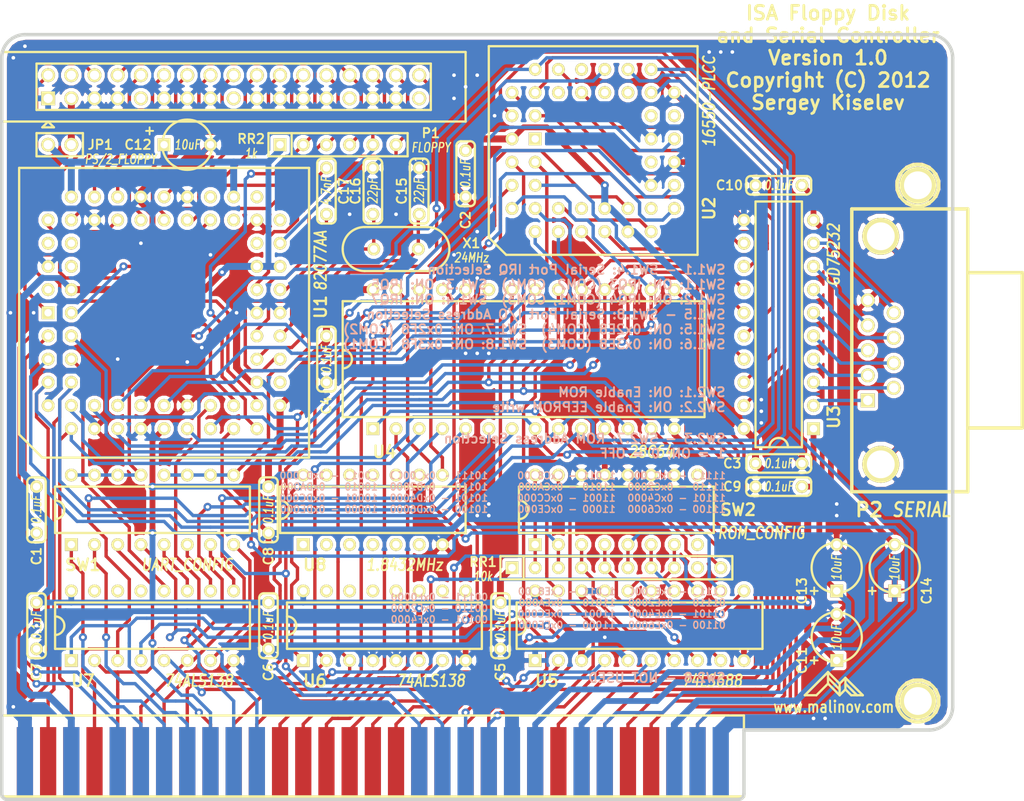
<source format=kicad_pcb>
(kicad_pcb (version 20211014) (generator pcbnew)
  (title_block (date "21 dec 2012"))
  (layers (0 "F.Cu" signal "Front") (31 "B.Cu" signal "Back") (34 "B.Paste" user) (35 "F.Paste" user) (36 "B.SilkS" user "B.Silkscreen") (37 "F.SilkS" user "F.Silkscreen") (38 "B.Mask" user) (39 "F.Mask" user) (44 "Edge.Cuts" user))
  (net 0 "")
  (net 1 "/0x2E8")
  (net 2 "/0x2F8")
  (net 3 "/0x3E8")
  (net 4 "/0x3F8")
  (net 5 "/A0")
  (net 6 "/A1")
  (net 7 "/A10")
  (net 8 "/A11")
  (net 9 "/A12")
  (net 10 "/A13")
  (net 11 "/A14")
  (net 12 "/A15")
  (net 13 "/A16")
  (net 14 "/A17")
  (net 15 "/A18")
  (net 16 "/A19")
  (net 17 "/A2")
  (net 18 "/A3")
  (net 19 "/A4")
  (net 20 "/A5")
  (net 21 "/A6")
  (net 22 "/A7")
  (net 23 "/A8")
  (net 24 "/A9")
  (net 25 "/AEN")
  (net 26 "/CTS")
  (net 27 "/D0")
  (net 28 "/D1")
  (net 29 "/D2")
  (net 30 "/D3")
  (net 31 "/D4")
  (net 32 "/D5")
  (net 33 "/D6")
  (net 34 "/D7")
  (net 35 "/DCD")
  (net 36 "/DENSL")
  (net 37 "/DIR")
  (net 38 "/DRQ2")
  (net 39 "/DSA")
  (net 40 "/DSB")
  (net 41 "/DSKCG")
  (net 42 "/DSR")
  (net 43 "/DTR")
  (net 44 "/FLOPPY_VCC")
  (net 45 "/HDSEL")
  (net 46 "/INDEX")
  (net 47 "/IRQ3")
  (net 48 "/IRQ4")
  (net 49 "/IRQ5")
  (net 50 "/IRQ6")
  (net 51 "/IRQ7")
  (net 52 "/MEA")
  (net 53 "/MEB")
  (net 54 "/RDATA")
  (net 55 "/RDY/~{BUSY}")
  (net 56 "/RESETDRV")
  (net 57 "/RI")
  (net 58 "/RTS")
  (net 59 "/RX")
  (net 60 "/SIN")
  (net 61 "/SOUT")
  (net 62 "/STEP")
  (net 63 "/TC")
  (net 64 "/TRK00")
  (net 65 "/TX")
  (net 66 "/UART_IRQ")
  (net 67 "/WDATA")
  (net 68 "/WE")
  (net 69 "/WP")
  (net 70 "/~{CTS}")
  (net 71 "/~{DACK2}")
  (net 72 "/~{DCD}")
  (net 73 "/~{DSR}")
  (net 74 "/~{DTR}")
  (net 75 "/~{FDC_CS}")
  (net 76 "/~{IOR}")
  (net 77 "/~{IOW}")
  (net 78 "/~{MEMR}")
  (net 79 "/~{MEMW}")
  (net 80 "/~{RI}")
  (net 81 "/~{ROMW}")
  (net 82 "/~{ROM_CS}")
  (net 83 "/~{ROM_CS_IN}")
  (net 84 "/~{RTS}")
  (net 85 "/~{UART_CS}")
  (net 86 "GND")
  (net 87 "N-000011")
  (net 88 "N-000041")
  (net 89 "N-000042")
  (net 90 "N-000044")
  (net 91 "N-000067")
  (net 92 "N-000074")
  (net 93 "N-000080")
  (net 94 "N-000088")
  (net 95 "N-000120")
  (net 96 "N-000134")
  (net 97 "N-000136")
  (net 98 "N-000151")
  (net 99 "N-000152")
  (net 100 "VCC")
  (net 101 "VDD")
  (net 102 "VSS")
  (footprint "Cap_Tant_504" (layer "F.Cu") (at 193.04 116.84 90)
    (fp_text reference "C11")
    (fp_text value "10uF")
  )
  (footprint "Cap_Tant_504" (layer "F.Cu") (at 193.04 109.22 90)
    (fp_text reference "C13")
    (fp_text value "10uF")
  )
  (footprint "HOLE_3MM" (layer "F.Cu") (at 201.93 67.31)
    (fp_text reference "HOLE1" hide)
    (fp_text value "CONN_1" hide)
  )
  (footprint "HOLE_3MM" (layer "F.Cu") (at 201.93 123.825)
    (fp_text reference "HOLE2" hide)
    (fp_text value "CONN_1" hide)
  )
  (footprint "Conn_SIL-6" (layer "F.Cu") (at 138.43 62.865)
    (fp_text reference "RR2")
    (fp_text value "1k")
  )
  (footprint "Conn_SIL-10" (layer "F.Cu") (at 168.91 109.22)
    (fp_text reference "RR1")
    (fp_text value "10k")
  )
  (footprint "PLCC68_TH" (layer "F.Cu") (at 119.38 81.28 90)
    (fp_text reference "U1")
    (fp_text value "82077AA")
  )
  (footprint "Conn_Pin_Header_17x2_Shroud" (layer "F.Cu") (at 127 56.515)
    (fp_text reference "P1")
    (fp_text value "FLOPPY")
  )
  (footprint "DIP20_300" (layer "F.Cu") (at 171.45 115.57)
    (fp_text reference "U5")
    (fp_text value "74LS688")
  )
  (footprint "DIP20_300" (layer "F.Cu") (at 186.69 82.55 90)
    (fp_text reference "U3")
    (fp_text value "GD75232")
  )
  (footprint "DIP16_300" (layer "F.Cu") (at 118.11 115.57)
    (fp_text reference "U7")
    (fp_text value "74ALS138")
  )
  (footprint "DIP16_300" (layer "F.Cu") (at 143.51 115.57)
    (fp_text reference "U6")
    (fp_text value "74ALS138")
  )
  (footprint "DIP16_300" (layer "F.Cu") (at 168.91 102.87)
    (fp_text reference "SW2")
    (fp_text value "ROM_CONFIG")
  )
  (footprint "DIP16_300" (layer "F.Cu") (at 118.11 102.87)
    (fp_text reference "SW1")
    (fp_text value "UART_CONFIG")
  )
  (footprint "DIP14_300" (layer "F.Cu") (at 142.24 102.87)
    (fp_text reference "U8")
    (fp_text value "1.8432MHz")
  )
  (footprint "Cap_Cer_504" (layer "F.Cu") (at 105.41 102.87 -90)
    (fp_text reference "C1")
    (fp_text value "0.1uF")
  )
  (footprint "Cap_Cer_504" (layer "F.Cu") (at 186.69 100.33 180)
    (fp_text reference "C9")
    (fp_text value "0.1uF")
  )
  (footprint "Cap_Cer_504" (layer "F.Cu") (at 130.81 102.87 -90)
    (fp_text reference "C8")
    (fp_text value "0.1uF")
  )
  (footprint "Cap_Cer_504" (layer "F.Cu") (at 105.41 115.57 -90)
    (fp_text reference "C7")
    (fp_text value "0.1uF")
  )
  (footprint "Cap_Cer_504" (layer "F.Cu") (at 130.81 115.57 -90)
    (fp_text reference "C6")
    (fp_text value "0.1uF")
  )
  (footprint "Cap_Cer_504" (layer "F.Cu") (at 156.21 115.57 -90)
    (fp_text reference "C5")
    (fp_text value "0.1uF")
  )
  (footprint "Cap_Cer_504" (layer "F.Cu") (at 137.16 86.36 -90)
    (fp_text reference "C4")
    (fp_text value "0.1uF")
  )
  (footprint "Cap_Cer_504" (layer "F.Cu") (at 186.69 97.79)
    (fp_text reference "C3")
    (fp_text value "0.1uF")
  )
  (footprint "Cap_Cer_504" (layer "F.Cu") (at 152.4 66.04 -90)
    (fp_text reference "C2")
    (fp_text value "0.1uF")
  )
  (footprint "Conn_Bus_ISA8" (layer "F.Cu") (at 142.24 130.4925)
    (fp_text reference "BUS1" hide)
    (fp_text value "BUSPC_DEV" hide)
  )
  (footprint "Cap_Cer_504" (layer "F.Cu") (at 186.69 67.31)
    (fp_text reference "C10")
    (fp_text value "0.1uF")
  )
  (footprint "Cap_Cer_504" (layer "F.Cu") (at 142.24 67.945 90)
    (fp_text reference "C16")
    (fp_text value "22pF")
  )
  (footprint "Cap_Tant_504" (layer "F.Cu") (at 199.39 109.22 90)
    (fp_text reference "C14")
    (fp_text value "10uF")
  )
  (footprint "Cap_Cer_504" (layer "F.Cu") (at 147.32 67.945 90)
    (fp_text reference "C15")
    (fp_text value "22pF")
  )
  (footprint "DIP28_600" (layer "F.Cu") (at 158.75 86.36)
    (fp_text reference "U4")
    (fp_text value "28C64")
  )
  (footprint "Conn_Pin_Header_2x1_Nokey" (layer "F.Cu") (at 107.95 62.865)
    (fp_text reference "JP1")
    (fp_text value "PS/2_FLOPPY")
  )
  (footprint "Cap_Cer_504" (layer "F.Cu") (at 137.16 67.945 -90)
    (fp_text reference "C17")
    (fp_text value "4.7nF")
  )
  (footprint "Cap_Tant_504" (layer "F.Cu") (at 121.92 62.865)
    (fp_text reference "C12")
    (fp_text value "10uF")
  )
  (footprint "PLCC44_TH" (layer "F.Cu") (at 166.37 63.5 90)
    (fp_text reference "U2")
    (fp_text value "16550-PLCC")
  )
  (footprint "Conn_Dsub_DE9M" (layer "F.Cu") (at 197.866 85.3948 -90)
    (fp_text reference "P2")
    (fp_text value "SERIAL")
  )
  (footprint "Crystal_HC-49U_Vert" (layer "F.Cu") (at 144.78 74.295 180)
    (fp_text reference "X1")
    (fp_text value "24MHz")
  )
  (gr_line (start 192.0875 120.65) (end 193.3575 121.92) (layer "F.SilkS") (width 0.254))
  (gr_line (start 192.0875 121.92) (end 190.8175 123.19) (layer "F.SilkS") (width 0.254))
  (gr_line (start 193.9925 121.285) (end 193.9925 122.555) (layer "F.SilkS") (width 0.254))
  (gr_line (start 190.8175 123.19) (end 189.5475 123.19) (layer "F.SilkS") (width 0.254))
  (gr_line (start 189.5475 123.19) (end 192.0875 120.65) (layer "F.SilkS") (width 0.254))
  (gr_line (start 193.9925 121.92) (end 195.2625 123.19) (layer "F.SilkS") (width 0.254))
  (gr_line (start 192.0875 121.285) (end 193.3575 122.555) (layer "F.SilkS") (width 0.254))
  (gr_line (start 194.6275 123.19) (end 193.9925 122.555) (layer "F.SilkS") (width 0.254))
  (gr_line (start 193.3575 123.19) (end 192.0875 121.92) (layer "F.SilkS") (width 0.254))
  (gr_line (start 192.0875 120.65) (end 192.0875 121.92) (layer "F.SilkS") (width 0.254))
  (gr_line (start 193.9925 122.555) (end 193.3575 123.19) (layer "F.SilkS") (width 0.254))
  (gr_line (start 193.9925 121.285) (end 195.8975 123.19) (layer "F.SilkS") (width 0.254))
  (gr_line (start 193.3575 121.92) (end 193.9925 121.285) (layer "F.SilkS") (width 0.254))
  (gr_line (start 193.3575 121.92) (end 193.3575 123.19) (layer "F.SilkS") (width 0.254))
  (gr_line (start 195.8975 123.19) (end 194.6275 123.19) (layer "F.SilkS") (width 0.254))
  (gr_line (start 203.2 127) (end 182.88 127) (layer "Edge.Cuts") (width 0.381))
  (gr_line (start 104.14 50.8) (end 203.2 50.8) (layer "Edge.Cuts") (width 0.381))
  (gr_line (start 101.6 133.985) (end 101.6 53.34) (layer "Edge.Cuts") (width 0.381))
  (gr_line (start 205.74 124.46) (end 205.74 53.34) (layer "Edge.Cuts") (width 0.381))
  (gr_arc (start 182.88 133.985) (mid 182.694013 134.434013) (end 182.245 134.62) (layer "Edge.Cuts") (width 0.381))
  (gr_arc (start 101.6 53.34) (mid 102.343949 51.543949) (end 104.14 50.8) (layer "Edge.Cuts") (width 0.381))
  (gr_arc (start 102.235 134.62) (mid 101.785987 134.434013) (end 101.6 133.985) (layer "Edge.Cuts") (width 0.381))
  (gr_line (start 102.235 134.62) (end 182.245 134.62) (layer "Edge.Cuts") (width 0.381))
  (gr_arc (start 205.74 124.46) (mid 204.996051 126.256051) (end 203.2 127) (layer "Edge.Cuts") (width 0.381))
  (gr_line (start 182.88 133.985) (end 182.88 127) (layer "Edge.Cuts") (width 0.381))
  (gr_arc (start 203.2 50.8) (mid 204.996051 51.543949) (end 205.74 53.34) (layer "Edge.Cuts") (width 0.381))
  (gr_text "SW1.1 - SW1.4: Serial Port IRQ Selection\nSW1.1: ON: IRQ3 (COM2, COM4)  SW1.3: ON: IRQ5\nSW1.2: ON: IRQ4 (COM1, COM3)  SW1.4: ON: IRQ7\nSW1.5 - SW1.8: Serial Port I/O Address Selection\nSW1.5: ON: 0x2E8 (COM4)  SW1.7: ON: 0x2F8 (COM2)\nSW1.6: ON: 0x3E8 (COM3)  SW1.8: ON: 0x3F8 (COM1)" (at 180.975 80.645) (layer "B.SilkS") (effects (font (size 1.016 1.016) (thickness 0.2032)) (justify left mirror)))
  (gr_text "11111 - 0xC0000\n11110 - 0xC2000\n11101 - 0xC4000\n11100 - 0xC6000" (at 180.975 100.965) (layer "B.SilkS") (effects (font (size 0.762 0.762) (thickness 0.1524)) (justify left mirror)))
  (gr_text "10011 - 0xD8000\n10010 - 0xDA000\n10001 - 0xDC000\n10000 - 0xDE000" (at 142.875 100.965) (layer "B.SilkS") (effects (font (size 0.762 0.762) (thickness 0.1524)) (justify left mirror)))
  (gr_text "10111 - 0xD0000\n10110 - 0xD2000\n10101 - 0xD4000\n10100 - 0xD6000" (at 154.94 100.965) (layer "B.SilkS") (effects (font (size 0.762 0.762) (thickness 0.1524)) (justify left mirror)))
  (gr_text "11011 - 0xE8000\n11010 - 0xEA000\n11001 - 0xEC000\n11000 - 0xEE000" (at 168.91 113.665) (layer "B.SilkS") (effects (font (size 0.762 0.762) (thickness 0.1524)) (justify left mirror)))
  (gr_text "01111 - 0xE0000\n01110 - 0xE2000\n01101 - 0xE4000\n01100 - 0xE6000" (at 180.975 113.665) (layer "B.SilkS") (effects (font (size 0.762 0.762) (thickness 0.1524)) (justify left mirror)))
  (gr_text "SW2.3 - SW2.7: ROM Address Selection\n1 = ON; 0 = OFF" (at 180.975 95.885) (layer "B.SilkS") (effects (font (size 1.016 1.016) (thickness 0.2032)) (justify left mirror)))
  (gr_text "00111 - 0xF0000\n00110 - 0xF2000\n00101 - 0xF4000" (at 154.94 113.665) (layer "B.SilkS") (effects (font (size 0.762 0.762) (thickness 0.1524)) (justify left mirror)))
  (gr_text "SW2.8 - NOT USED" (at 180.975 121.285) (layer "B.SilkS") (effects (font (size 1.016 1.016) (thickness 0.2032)) (justify left mirror)))
  (gr_text "SW2.1: ON: Enable ROM\nSW2.2: ON: Enable EEPROM write" (at 180.975 90.805) (layer "B.SilkS") (effects (font (size 1.016 1.016) (thickness 0.2032)) (justify left mirror)))
  (gr_text "11011 - 0xC8000\n11010 - 0xCA000\n11001 - 0xCC000\n11000 - 0xCE000" (at 168.91 100.965) (layer "B.SilkS") (effects (font (size 0.762 0.762) (thickness 0.1524)) (justify left mirror)))
  (gr_text "ISA Floppy Disk\nand Serial Controller\nVersion 1.0\nCopyright (C) 2012\nSergey Kiselev" (at 192.0875 53.34) (layer "F.SilkS") (effects (font (size 1.524 1.524) (thickness 0.3048))))
  (gr_text "www.malinov.com" (at 192.7225 124.46) (layer "F.SilkS") (effects (font (size 1.27 1.016) (thickness 0.2032))))
  (segment (start 119.38 107.95) (end 121.92 110.49) (width 0.3683) (layer "F.Cu") (net 1))
  (segment locked (start 121.92 111.76) (end 121.92 110.49) (width 0.3683) (layer "F.Cu") (net 1))
  (segment locked (start 119.38 106.68) (end 119.38 107.95) (width 0.3683) (layer "F.Cu") (net 1))
  (segment (start 124.46 107.95) (end 127 110.49) (width 0.3683) (layer "F.Cu") (net 2))
  (segment locked (start 124.46 106.68) (end 124.46 107.95) (width 0.3683) (layer "F.Cu") (net 2))
  (segment locked (start 127 111.76) (end 127 110.49) (width 0.3683) (layer "F.Cu") (net 2))
  (segment locked (start 121.92 106.68) (end 121.92 107.95) (width 0.3683) (layer "F.Cu") (net 3))
  (segment (start 121.92 107.95) (end 124.46 110.49) (width 0.3683) (layer "F.Cu") (net 3))
  (segment locked (start 124.46 111.76) (end 124.46 110.49) (width 0.3683) (layer "F.Cu") (net 3))
  (segment (start 128.77292 108.585) (end 128.77292 115.06708) (width 0.3683) (layer "F.Cu") (net 4))
  (segment locked (start 124.46 119.38) (end 128.77292 115.06708) (width 0.3683) (layer "F.Cu") (net 4))
  (segment locked (start 128.77292 108.45292) (end 127 106.68) (width 0.3683) (layer "F.Cu") (net 4))
  (segment (start 128.77292 108.585) (end 128.77292 108.45292) (width 0.3683) (layer "F.Cu") (net 4))
  (segment (start 106.68 117.475) (end 106.68 93.98) (width 0.3683) (layer "F.Cu") (net 5))
  (segment locked (start 105.41 90.17) (end 106.68 88.9) (width 0.3683) (layer "F.Cu") (net 5))
  (segment (start 105.41 92.71) (end 105.41 90.17) (width 0.3683) (layer "F.Cu") (net 5))
  (segment (start 104.14 124.46) (end 106.68 121.92) (width 0.3683) (layer "F.Cu") (net 5))
  (segment (start 106.68 120.65) (end 106.68 117.475) (width 0.3683) (layer "F.Cu") (net 5))
  (segment (start 106.68 121.92) (end 106.68 120.65) (width 0.3683) (layer "F.Cu") (net 5))
  (segment (start 106.68 93.98) (end 105.41 92.71) (width 0.3683) (layer "F.Cu") (net 5))
  (segment locked (start 104.14 130.4925) (end 104.14 124.46) (width 0.3683) (layer "F.Cu") (net 5))
  (segment (start 171.45 55.88) (end 173.355 55.88) (width 0.3683) (layer "B.Cu") (net 5))
  (segment locked (start 106.68 88.9) (end 105.41 90.17) (width 0.3683) (layer "B.Cu") (net 5))
  (segment (start 124.46 104.775) (end 121.285 104.775) (width 0.3683) (layer "B.Cu") (net 5))
  (segment (start 166.36492 95.87992) (end 166.37 95.885) (width 0.3683) (layer "B.Cu") (net 5))
  (segment (start 105.41 90.17) (end 105.41 92.075) (width 0.3683) (layer "B.Cu") (net 5))
  (segment (start 107.315 100.33) (end 107.315 93.98) (width 0.3683) (layer "B.Cu") (net 5))
  (segment (start 176.53 55.245) (end 186.69 65.405) (width 0.3683) (layer "B.Cu") (net 5))
  (segment (start 110.49 103.505) (end 107.315 100.33) (width 0.3683) (layer "B.Cu") (net 5))
  (segment (start 186.69 93.98) (end 184.79008 95.87992) (width 0.3683) (layer "B.Cu") (net 5))
  (segment (start 173.355 55.88) (end 173.99 55.245) (width 0.3683) (layer "B.Cu") (net 5))
  (segment (start 107.315 93.98) (end 105.41 92.075) (width 0.3683) (layer "B.Cu") (net 5))
  (segment (start 173.99 55.245) (end 176.53 55.245) (width 0.3683) (layer "B.Cu") (net 5))
  (segment (start 130.175 104.14) (end 150.495 104.14) (width 0.3683) (layer "B.Cu") (net 5))
  (segment (start 129.54 104.775) (end 124.46 104.775) (width 0.3683) (layer "B.Cu") (net 5))
  (segment (start 158.75 97.155) (end 161.925 97.155) (width 0.3683) (layer "B.Cu") (net 5))
  (segment (start 130.175 104.14) (end 129.54 104.775) (width 0.3683) (layer "B.Cu") (net 5))
  (segment (start 121.285 104.775) (end 120.015 103.505) (width 0.3683) (layer "B.Cu") (net 5))
  (segment (start 157.48 97.155) (end 150.495 104.14) (width 0.3683) (layer "B.Cu") (net 5))
  (segment (start 186.69 65.405) (end 186.69 93.98) (width 0.3683) (layer "B.Cu") (net 5))
  (segment (start 184.79008 95.87992) (end 166.36492 95.87992) (width 0.3683) (layer "B.Cu") (net 5))
  (segment (start 158.75 97.155) (end 157.48 97.155) (width 0.3683) (layer "B.Cu") (net 5))
  (segment locked (start 165.1 94.615) (end 165.1 93.98) (width 0.3683) (layer "B.Cu") (net 5))
  (segment (start 166.37 95.885) (end 165.1 94.615) (width 0.3683) (layer "B.Cu") (net 5))
  (segment locked (start 161.925 97.155) (end 165.1 93.98) (width 0.3683) (layer "B.Cu") (net 5))
  (segment (start 111.125 103.505) (end 120.015 103.505) (width 0.3683) (layer "B.Cu") (net 5))
  (segment locked (start 170.18 54.61) (end 171.45 55.88) (width 0.3683) (layer "B.Cu") (net 5))
  (segment (start 111.125 103.505) (end 110.49 103.505) (width 0.3683) (layer "B.Cu") (net 5))
  (segment (start 106.68 125.095) (end 106.68 123.825) (width 0.3683) (layer "F.Cu") (net 6))
  (segment (start 106.68 123.825) (end 106.68 123.19) (width 0.3683) (layer "F.Cu") (net 6))
  (segment (start 109.22 89.535) (end 107.95 90.805) (width 0.3683) (layer "F.Cu") (net 6))
  (segment (start 107.315 122.555) (end 107.315 116.205) (width 0.3683) (layer "F.Cu") (net 6))
  (segment (start 107.315 93.345) (end 107.95 92.71) (width 0.3683) (layer "F.Cu") (net 6))
  (segment (start 107.95 92.71) (end 107.95 90.805) (width 0.3683) (layer "F.Cu") (net 6))
  (segment (start 107.315 93.345) (end 107.315 116.205) (width 0.3683) (layer "F.Cu") (net 6))
  (segment (start 106.68 123.19) (end 107.315 122.555) (width 0.3683) (layer "F.Cu") (net 6))
  (segment locked (start 109.22 88.9) (end 109.22 89.535) (width 0.3683) (layer "F.Cu") (net 6))
  (segment locked (start 106.68 130.4925) (end 106.68 125.095) (width 0.3683) (layer "F.Cu") (net 6))
  (segment (start 165.735 92.71) (end 166.37 93.345) (width 0.3683) (layer "B.Cu") (net 6))
  (segment (start 184.15 95.25) (end 185.42 93.98) (width 0.3683) (layer "B.Cu") (net 6))
  (segment (start 175.895 55.88) (end 174.625 55.88) (width 0.3683) (layer "B.Cu") (net 6))
  (segment (start 111.125 102.87) (end 120.65 102.87) (width 0.3683) (layer "B.Cu") (net 6))
  (segment (start 120.65 102.87) (end 121.92 104.14) (width 0.3683) (layer "B.Cu") (net 6))
  (segment (start 166.37 94.615) (end 167.005 95.25) (width 0.3683) (layer "B.Cu") (net 6))
  (segment (start 167.005 95.25) (end 184.15 95.25) (width 0.3683) (layer "B.Cu") (net 6))
  (segment locked (start 160.655 95.885) (end 162.56 93.98) (width 0.3683) (layer "B.Cu") (net 6))
  (segment (start 186.055 93.345) (end 185.42 93.98) (width 0.3683) (layer "B.Cu") (net 6))
  (segment (start 111.125 102.87) (end 107.95 99.695) (width 0.3683) (layer "B.Cu") (net 6))
  (segment (start 184.785 64.77) (end 185.42 65.405) (width 0.3683) (layer "B.Cu") (net 6))
  (segment (start 158.75 95.885) (end 157.48 95.885) (width 0.3683) (layer "B.Cu") (net 6))
  (segment (start 186.055 93.345) (end 186.055 66.03492) (width 0.3683) (layer "B.Cu") (net 6))
  (segment locked (start 162.56 93.98) (end 163.83 92.71) (width 0.3683) (layer "B.Cu") (net 6))
  (segment (start 185.42 65.405) (end 185.42508 65.405) (width 0.3683) (layer "B.Cu") (net 6))
  (segment (start 163.83 92.71) (end 165.735 92.71) (width 0.3683) (layer "B.Cu") (net 6))
  (segment (start 121.92 104.14) (end 128.905 104.14) (width 0.3683) (layer "B.Cu") (net 6))
  (segment (start 175.895 55.88) (end 184.785 64.77) (width 0.3683) (layer "B.Cu") (net 6))
  (segment (start 157.48 95.885) (end 149.86 103.505) (width 0.3683) (layer "B.Cu") (net 6))
  (segment (start 173.355 57.15) (end 174.625 55.88) (width 0.3683) (layer "B.Cu") (net 6))
  (segment (start 107.95 99.3775) (end 107.95 99.695) (width 0.3683) (layer "B.Cu") (net 6))
  (segment (start 129.54 103.505) (end 149.86 103.505) (width 0.3683) (layer "B.Cu") (net 6))
  (segment (start 128.905 104.14) (end 129.54 103.505) (width 0.3683) (layer "B.Cu") (net 6))
  (segment locked (start 109.22 88.9) (end 109.22 89.535) (width 0.3683) (layer "B.Cu") (net 6))
  (segment (start 109.22 89.535) (end 107.95 90.805) (width 0.3683) (layer "B.Cu") (net 6))
  (segment (start 166.37 93.345) (end 166.37 94.615) (width 0.3683) (layer "B.Cu") (net 6))
  (segment (start 185.42508 65.405) (end 186.055 66.03492) (width 0.3683) (layer "B.Cu") (net 6))
  (segment (start 107.95 90.805) (end 107.95 99.695) (width 0.3683) (layer "B.Cu") (net 6))
  (segment locked (start 172.72 57.15) (end 173.355 57.15) (width 0.3683) (layer "B.Cu") (net 6))
  (segment (start 158.75 95.885) (end 160.655 95.885) (width 0.3683) (layer "B.Cu") (net 6))
  (segment (start 129.54 126.365) (end 132.08 123.825) (width 0.3683) (layer "F.Cu") (net 7))
  (segment (start 140.97 90.17) (end 142.24 88.9) (width 0.3683) (layer "F.Cu") (net 7))
  (segment (start 140.97 120.015) (end 140.97 120.65) (width 0.3683) (layer "F.Cu") (net 7))
  (segment (start 142.24 88.9) (end 142.24 83.82) (width 0.3683) (layer "F.Cu") (net 7))
  (segment (start 132.08 123.825) (end 133.35 123.825) (width 0.3683) (layer "F.Cu") (net 7))
  (segment (start 140.97 120.65) (end 137.795 123.825) (width 0.3683) (layer "F.Cu") (net 7))
  (segment (start 140.97 120.015) (end 140.97 116.84) (width 0.3683) (layer "F.Cu") (net 7))
  (segment (start 137.795 123.825) (end 133.35 123.825) (width 0.3683) (layer "F.Cu") (net 7))
  (segment locked (start 129.54 130.4925) (end 129.54 126.365) (width 0.3683) (layer "F.Cu") (net 7))
  (segment (start 140.97 116.84) (end 140.97 90.17) (width 0.3683) (layer "F.Cu") (net 7))
  (via (at 142.24 83.82) (size 0.889) (drill 0.4) (layers "F.Cu" "B.Cu") (net 7))
  (segment (start 144.145 83.82) (end 145.415 82.55) (width 0.3683) (layer "B.Cu") (net 7))
  (segment (start 145.415 82.55) (end 156.21 82.55) (width 0.3683) (layer "B.Cu") (net 7))
  (segment (start 144.145 83.82) (end 142.24 83.82) (width 0.3683) (layer "B.Cu") (net 7))
  (segment locked (start 160.02 78.74) (end 156.21 82.55) (width 0.3683) (layer "B.Cu") (net 7))
  (segment (start 134.62254 124.45492) (end 134.62254 124.45746) (width 0.3683) (layer "F.Cu") (net 8))
  (segment (start 142.875 120.65) (end 143.51 120.015) (width 0.3683) (layer "F.Cu") (net 8))
  (segment (start 143.51 116.84) (end 143.51 85.09) (width 0.3683) (layer "F.Cu") (net 8))
  (segment (start 142.23492 120.65) (end 138.42746 124.45746) (width 0.3683) (layer "F.Cu") (net 8))
  (segment (start 138.42746 124.45746) (end 134.62254 124.45746) (width 0.3683) (layer "F.Cu") (net 8))
  (segment (start 133.985 124.45492) (end 134.62254 124.45492) (width 0.3683) (layer "F.Cu") (net 8))
  (segment (start 134.62254 124.45746) (end 134.62254 124.45746) (width 0.3683) (layer "F.Cu") (net 8))
  (segment (start 143.51 120.015) (end 143.51 116.84) (width 0.3683) (layer "F.Cu") (net 8))
  (segment locked (start 132.08 130.4925) (end 132.08 126.35992) (width 0.3683) (layer "F.Cu") (net 8))
  (segment (start 142.24 120.65) (end 142.23492 120.65) (width 0.3683) (layer "F.Cu") (net 8))
  (segment (start 142.875 120.65) (end 142.24 120.65) (width 0.3683) (layer "F.Cu") (net 8))
  (segment (start 132.08 126.35992) (end 133.985 124.45492) (width 0.3683) (layer "F.Cu") (net 8))
  (segment (start 143.51 85.09) (end 143.51 82.55) (width 0.3683) (layer "F.Cu") (net 8))
  (via (at 143.51 82.55) (size 0.889) (drill 0.4) (layers "F.Cu" "B.Cu") (net 8))
  (segment (start 143.51 82.55) (end 143.51 82.54492) (width 0.3683) (layer "B.Cu") (net 8))
  (segment (start 143.51 82.54492) (end 144.13992 81.915) (width 0.3683) (layer "B.Cu") (net 8))
  (segment locked (start 154.94 78.74) (end 151.765 81.915) (width 0.3683) (layer "B.Cu") (net 8))
  (segment (start 144.13992 81.915) (end 151.765 81.915) (width 0.3683) (layer "B.Cu") (net 8))
  (segment (start 142.86992 121.285) (end 142.875 121.285) (width 0.3683) (layer "F.Cu") (net 9))
  (segment (start 146.05 116.84) (end 146.05 97.155) (width 0.3683) (layer "F.Cu") (net 9))
  (segment (start 135.89254 125.09246) (end 136.52754 125.09246) (width 0.3683) (layer "F.Cu") (net 9))
  (segment (start 146.05 120.015) (end 146.05 116.84) (width 0.3683) (layer "F.Cu") (net 9))
  (segment locked (start 144.78 93.98) (end 144.78 95.885) (width 0.3683) (layer "F.Cu") (net 9))
  (segment (start 144.145 121.285) (end 144.78 121.285) (width 0.3683) (layer "F.Cu") (net 9))
  (segment (start 139.06246 125.09246) (end 136.52754 125.09246) (width 0.3683) (layer "F.Cu") (net 9))
  (segment (start 144.78 95.885) (end 146.05 97.155) (width 0.3683) (layer "F.Cu") (net 9))
  (segment locked (start 134.62 130.4925) (end 134.62 126.365) (width 0.3683) (layer "F.Cu") (net 9))
  (segment (start 143.51 121.285) (end 144.145 121.285) (width 0.3683) (layer "F.Cu") (net 9))
  (segment (start 144.78 121.285) (end 146.05 120.015) (width 0.3683) (layer "F.Cu") (net 9))
  (segment (start 134.62 126.365) (end 135.89254 125.09246) (width 0.3683) (layer "F.Cu") (net 9))
  (segment (start 143.51 121.285) (end 142.875 121.285) (width 0.3683) (layer "F.Cu") (net 9))
  (segment (start 139.06246 125.09246) (end 142.86992 121.285) (width 0.3683) (layer "F.Cu") (net 9))
  (segment (start 144.14754 121.92) (end 143.51 121.92) (width 0.3683) (layer "F.Cu") (net 10))
  (segment (start 148.59 110.49) (end 148.59 116.84) (width 0.3683) (layer "F.Cu") (net 10))
  (segment (start 139.7 125.73) (end 138.43 125.73) (width 0.3683) (layer "F.Cu") (net 10))
  (segment (start 140.335 125.095) (end 142.875 122.555) (width 0.3683) (layer "F.Cu") (net 10))
  (segment (start 144.14754 121.92) (end 144.78 121.92) (width 0.3683) (layer "F.Cu") (net 10))
  (segment locked (start 137.16 130.4925) (end 137.16 126.365) (width 0.3683) (layer "F.Cu") (net 10))
  (segment (start 144.78 121.92) (end 146.685 121.92) (width 0.3683) (layer "F.Cu") (net 10))
  (segment (start 137.16 126.365) (end 137.795 125.73) (width 0.3683) (layer "F.Cu") (net 10))
  (segment (start 148.59 116.84) (end 148.59 120.015) (width 0.3683) (layer "F.Cu") (net 10))
  (segment (start 137.795 125.73) (end 138.43 125.73) (width 0.3683) (layer "F.Cu") (net 10))
  (segment (start 143.51 121.92508) (end 143.51 121.92) (width 0.3683) (layer "F.Cu") (net 10))
  (segment (start 146.685 121.92) (end 148.59 120.015) (width 0.3683) (layer "F.Cu") (net 10))
  (segment (start 139.7 125.73) (end 140.335 125.095) (width 0.3683) (layer "F.Cu") (net 10))
  (segment (start 143.50492 121.92508) (end 143.51 121.92508) (width 0.3683) (layer "F.Cu") (net 10))
  (segment (start 142.875 122.555) (end 143.50492 121.92508) (width 0.3683) (layer "F.Cu") (net 10))
  (via (at 148.59 110.49) (size 0.889) (drill 0.4) (layers "F.Cu" "B.Cu") (net 10))
  (segment (start 171.45 110.49) (end 148.59 110.49) (width 0.3683) (layer "B.Cu") (net 10))
  (segment locked (start 172.72 111.76) (end 171.45 110.49) (width 0.3683) (layer "B.Cu") (net 10))
  (segment (start 150.495 120.65) (end 151.13 120.015) (width 0.3683) (layer "F.Cu") (net 11))
  (segment (start 145.40992 122.555) (end 145.42008 122.555) (width 0.3683) (layer "F.Cu") (net 11))
  (segment (start 144.145 122.555) (end 145.40992 122.555) (width 0.3683) (layer "F.Cu") (net 11))
  (segment (start 144.14754 122.55246) (end 144.145 122.555) (width 0.3683) (layer "F.Cu") (net 11))
  (segment (start 144.14754 122.56008) (end 144.14754 122.55246) (width 0.3683) (layer "F.Cu") (net 11))
  (segment locked (start 139.7 130.4925) (end 139.7 127.00762) (width 0.3683) (layer "F.Cu") (net 11))
  (segment (start 151.13 109.22) (end 151.13 120.015) (width 0.3683) (layer "F.Cu") (net 11))
  (segment (start 139.7 127.00762) (end 144.14754 122.56008) (width 0.3683) (layer "F.Cu") (net 11))
  (segment (start 145.42008 122.555) (end 148.59 122.555) (width 0.3683) (layer "F.Cu") (net 11))
  (segment (start 148.59 122.555) (end 150.495 120.65) (width 0.3683) (layer "F.Cu") (net 11))
  (via (at 151.13 109.22) (size 0.889) (drill 0.4) (layers "F.Cu" "B.Cu") (net 11))
  (segment (start 176.53 108.585) (end 175.895 107.95) (width 0.3683) (layer "B.Cu") (net 11))
  (segment (start 176.53 110.49) (end 176.53 109.22) (width 0.3683) (layer "B.Cu") (net 11))
  (segment (start 175.895 107.95) (end 152.4 107.95) (width 0.3683) (layer "B.Cu") (net 11))
  (segment (start 152.4 107.95) (end 151.13 109.22) (width 0.3683) (layer "B.Cu") (net 11))
  (segment locked (start 177.8 111.76) (end 176.53 110.49) (width 0.3683) (layer "B.Cu") (net 11))
  (segment (start 176.53 109.22) (end 176.53 108.585) (width 0.3683) (layer "B.Cu") (net 11))
  (segment (start 154.305 119.38) (end 154.305 118.11) (width 0.3683) (layer "F.Cu") (net 12))
  (segment (start 153.035 120.65) (end 153.67 120.015) (width 0.3683) (layer "F.Cu") (net 12))
  (segment (start 148.59 123.825) (end 145.415 123.825) (width 0.3683) (layer "F.Cu") (net 12))
  (segment (start 144.78 123.825) (end 145.415 123.825) (width 0.3683) (layer "F.Cu") (net 12))
  (segment (start 142.24 126.365) (end 144.78 123.825) (width 0.3683) (layer "F.Cu") (net 12))
  (segment (start 154.305 118.11) (end 154.305 117.475) (width 0.3683) (layer "F.Cu") (net 12))
  (segment (start 153.035 120.65) (end 151.765 120.65) (width 0.3683) (layer "F.Cu") (net 12))
  (segment (start 154.305 117.475) (end 157.48 114.3) (width 0.3683) (layer "F.Cu") (net 12))
  (segment locked (start 182.88 111.76) (end 180.34 114.3) (width 0.3683) (layer "F.Cu") (net 12))
  (segment (start 151.765 120.65) (end 148.59 123.825) (width 0.3683) (layer "F.Cu") (net 12))
  (segment (start 153.67 120.015) (end 154.305 119.38) (width 0.3683) (layer "F.Cu") (net 12))
  (segment locked (start 142.24 130.4925) (end 142.24 126.365) (width 0.3683) (layer "F.Cu") (net 12))
  (via (at 180.34 114.3) (size 0.889) (drill 0.4) (layers "F.Cu" "B.Cu") (net 12))
  (via (at 157.48 114.3) (size 0.889) (drill 0.4) (layers "F.Cu" "B.Cu") (net 12))
  (segment (start 179.705 114.3) (end 180.34 114.3) (width 0.3683) (layer "B.Cu") (net 12))
  (segment (start 157.48 114.3) (end 172.085 114.3) (width 0.3683) (layer "B.Cu") (net 12))
  (segment (start 172.085 114.3) (end 179.705 114.3) (width 0.3683) (layer "B.Cu") (net 12))
  (segment (start 158.75 117.475) (end 159.385 116.84) (width 0.3683) (layer "F.Cu") (net 13))
  (segment (start 154.94 121.285) (end 158.75 117.475) (width 0.3683) (layer "F.Cu") (net 13))
  (segment (start 152.4 121.285) (end 154.94 121.285) (width 0.3683) (layer "F.Cu") (net 13))
  (segment (start 148.59 124.46) (end 149.225 124.46) (width 0.3683) (layer "F.Cu") (net 13))
  (segment (start 146.685 124.46) (end 147.32 124.46) (width 0.3683) (layer "F.Cu") (net 13))
  (segment locked (start 144.78 130.4925) (end 144.78 126.365) (width 0.3683) (layer "F.Cu") (net 13))
  (segment (start 144.78 126.365) (end 146.685 124.46) (width 0.3683) (layer "F.Cu") (net 13))
  (segment locked (start 177.8 119.38) (end 175.26 116.84) (width 0.3683) (layer "F.Cu") (net 13))
  (segment (start 149.225 124.46) (end 152.4 121.285) (width 0.3683) (layer "F.Cu") (net 13))
  (segment (start 148.59 124.46) (end 147.32 124.46) (width 0.3683) (layer "F.Cu") (net 13))
  (via (at 175.26 116.84) (size 0.889) (drill 0.4) (layers "F.Cu" "B.Cu") (net 13))
  (via (at 159.385 116.84) (size 0.889) (drill 0.4) (layers "F.Cu" "B.Cu") (net 13))
  (segment (start 163.195 115.57) (end 173.99 115.57) (width 0.3683) (layer "B.Cu") (net 13))
  (segment (start 161.925 116.84) (end 163.195 115.57) (width 0.3683) (layer "B.Cu") (net 13))
  (segment (start 159.385 116.84) (end 161.925 116.84) (width 0.3683) (layer "B.Cu") (net 13))
  (segment (start 173.99 115.57) (end 175.26 116.84) (width 0.3683) (layer "B.Cu") (net 13))
  (segment (start 148.59 125.73) (end 149.225 125.73) (width 0.3683) (layer "F.Cu") (net 14))
  (segment (start 153.035 121.92) (end 149.225 125.73) (width 0.3683) (layer "F.Cu") (net 14))
  (segment (start 147.955 125.73) (end 148.59 125.73) (width 0.3683) (layer "F.Cu") (net 14))
  (segment (start 156.5275 121.92) (end 156.845 121.6025) (width 0.3683) (layer "F.Cu") (net 14))
  (segment (start 153.67 121.92) (end 156.21 121.92) (width 0.3683) (layer "F.Cu") (net 14))
  (segment (start 147.32 126.365) (end 147.955 125.73) (width 0.3683) (layer "F.Cu") (net 14))
  (segment (start 153.67 121.92) (end 153.035 121.92) (width 0.3683) (layer "F.Cu") (net 14))
  (segment locked (start 147.32 130.4925) (end 147.32 126.365) (width 0.3683) (layer "F.Cu") (net 14))
  (segment (start 156.21 121.92) (end 156.5275 121.92) (width 0.3683) (layer "F.Cu") (net 14))
  (via (at 156.845 121.6025) (size 0.889) (drill 0.4) (layers "F.Cu" "B.Cu") (net 14))
  (segment (start 156.845 121.6025) (end 157.48 122.2375) (width 0.3683) (layer "B.Cu") (net 14))
  (segment (start 160.02 121.92) (end 160.655 121.285) (width 0.3683) (layer "B.Cu") (net 14))
  (segment (start 157.48 122.2375) (end 159.7025 122.2375) (width 0.3683) (layer "B.Cu") (net 14))
  (segment locked (start 170.815 121.285) (end 172.72 119.38) (width 0.3683) (layer "B.Cu") (net 14))
  (segment (start 159.7025 122.2375) (end 160.02 121.92) (width 0.3683) (layer "B.Cu") (net 14))
  (segment (start 170.815 121.285) (end 160.655 121.285) (width 0.3683) (layer "B.Cu") (net 14))
  (segment (start 154.305 122.54992) (end 154.305 122.555) (width 0.3683) (layer "F.Cu") (net 15))
  (segment (start 154.305 122.555) (end 157.48 122.555) (width 0.3683) (layer "F.Cu") (net 15))
  (segment (start 153.67508 122.54992) (end 154.305 122.54992) (width 0.3683) (layer "F.Cu") (net 15))
  (segment (start 157.48 122.555) (end 158.75 121.285) (width 0.3683) (layer "F.Cu") (net 15))
  (segment locked (start 149.86 130.4925) (end 149.86 126.365) (width 0.3683) (layer "F.Cu") (net 15))
  (segment (start 154.305 122.555) (end 154.305 122.555) (width 0.3683) (layer "F.Cu") (net 15))
  (segment (start 149.86 126.365) (end 153.67508 122.54992) (width 0.3683) (layer "F.Cu") (net 15))
  (via (at 158.75 121.285) (size 0.889) (drill 0.4) (layers "F.Cu" "B.Cu") (net 15))
  (segment locked (start 166.37 120.65) (end 167.64 119.38) (width 0.3683) (layer "B.Cu") (net 15))
  (segment (start 158.75 121.285) (end 159.385 120.65) (width 0.3683) (layer "B.Cu") (net 15))
  (segment (start 166.37 120.65) (end 159.385 120.65) (width 0.3683) (layer "B.Cu") (net 15))
  (segment locked (start 152.4 130.4925) (end 152.4 126.365) (width 0.3683) (layer "F.Cu") (net 16))
  (segment (start 155.575 123.825) (end 158.75 123.825) (width 0.3683) (layer "F.Cu") (net 16))
  (segment locked (start 162.56 120.015) (end 162.56 119.38) (width 0.3683) (layer "F.Cu") (net 16))
  (segment (start 154.94 123.825) (end 155.575 123.825) (width 0.3683) (layer "F.Cu") (net 16))
  (segment (start 158.75 123.825) (end 162.56 120.015) (width 0.3683) (layer "F.Cu") (net 16))
  (segment (start 152.4 126.365) (end 154.94 123.825) (width 0.3683) (layer "F.Cu") (net 16))
  (segment locked (start 160.02 93.98) (end 160.02 94.9325) (width 0.3683) (layer "F.Cu") (net 17))
  (segment (start 107.95 121.285) (end 107.95 115.57) (width 0.3683) (layer "F.Cu") (net 17))
  (segment (start 160.02 94.9325) (end 161.925 96.8375) (width 0.3683) (layer "F.Cu") (net 17))
  (segment locked (start 107.95 95.25) (end 109.22 93.98) (width 0.3683) (layer "F.Cu") (net 17))
  (segment locked (start 109.22 130.4925) (end 109.22 122.555) (width 0.3683) (layer "F.Cu") (net 17))
  (segment (start 161.925 96.8375) (end 163.5125 96.8375) (width 0.3683) (layer "F.Cu") (net 17))
  (segment (start 107.95 115.57) (end 107.95 95.25) (width 0.3683) (layer "F.Cu") (net 17))
  (segment (start 109.22 122.555) (end 107.95 121.285) (width 0.3683) (layer "F.Cu") (net 17))
  (via (at 163.5125 96.8375) (size 0.889) (drill 0.4) (layers "F.Cu" "B.Cu") (net 17))
  (segment locked (start 158.75 92.71) (end 160.02 93.98) (width 0.3683) (layer "B.Cu") (net 17))
  (segment locked (start 109.22 93.98) (end 109.22 95.25) (width 0.3683) (layer "B.Cu") (net 17))
  (segment (start 146.05 94.615) (end 146.05 93.345) (width 0.3683) (layer "B.Cu") (net 17))
  (segment (start 164.465 96.52) (end 163.83 96.52) (width 0.3683) (layer "B.Cu") (net 17))
  (segment (start 143.51 97.155) (end 134.62 97.155) (width 0.3683) (layer "B.Cu") (net 17))
  (segment locked (start 172.72 54.61) (end 177.165 54.61) (width 0.3683) (layer "B.Cu") (net 17))
  (segment (start 109.22 95.25) (end 111.75492 97.78492) (width 0.3683) (layer "B.Cu") (net 17))
  (segment (start 133.99008 97.78492) (end 134.62 97.155) (width 0.3683) (layer "B.Cu") (net 17))
  (segment (start 163.83 96.52) (end 163.5125 96.8375) (width 0.3683) (layer "B.Cu") (net 17))
  (segment (start 111.75492 97.78492) (end 133.985 97.78492) (width 0.3683) (layer "B.Cu") (net 17))
  (segment (start 146.685 92.71) (end 158.75 92.71) (width 0.3683) (layer "B.Cu") (net 17))
  (segment (start 185.42 96.52) (end 187.325 94.615) (width 0.3683) (layer "B.Cu") (net 17))
  (segment (start 133.985 97.78492) (end 133.99008 97.78492) (width 0.3683) (layer "B.Cu") (net 17))
  (segment (start 144.78 95.885) (end 146.05 94.615) (width 0.3683) (layer "B.Cu") (net 17))
  (segment (start 185.42 96.52) (end 165.1 96.52) (width 0.3683) (layer "B.Cu") (net 17))
  (segment (start 165.1 96.52) (end 164.465 96.52) (width 0.3683) (layer "B.Cu") (net 17))
  (segment (start 187.325 94.615) (end 187.325 64.77) (width 0.3683) (layer "B.Cu") (net 17))
  (segment (start 146.05 93.345) (end 146.685 92.71) (width 0.3683) (layer "B.Cu") (net 17))
  (segment (start 177.165 54.61) (end 187.325 64.77) (width 0.3683) (layer "B.Cu") (net 17))
  (segment (start 144.78 95.885) (end 143.51 97.155) (width 0.3683) (layer "B.Cu") (net 17))
  (segment (start 113.03 106.045) (end 113.03 107.315) (width 0.3683) (layer "F.Cu") (net 18))
  (segment (start 110.49 120.65) (end 110.49 118.745) (width 0.3683) (layer "F.Cu") (net 18))
  (segment (start 111.76 123.825) (end 111.76 121.92) (width 0.3683) (layer "F.Cu") (net 18))
  (segment (start 115.57 110.49) (end 115.57 114.935) (width 0.3683) (layer "F.Cu") (net 18))
  (segment (start 113.03 107.315) (end 113.03 107.95) (width 0.3683) (layer "F.Cu") (net 18))
  (segment (start 113.03 107.95) (end 115.57 110.49) (width 0.3683) (layer "F.Cu") (net 18))
  (segment (start 111.76 104.775) (end 111.125 104.14) (width 0.3683) (layer "F.Cu") (net 18))
  (segment (start 111.76 121.92) (end 110.49 120.65) (width 0.3683) (layer "F.Cu") (net 18))
  (segment (start 114.3 118.11) (end 114.3 116.205) (width 0.3683) (layer "F.Cu") (net 18))
  (segment (start 110.49 118.745) (end 111.125 118.11) (width 0.3683) (layer "F.Cu") (net 18))
  (segment (start 111.125 104.14) (end 111.125 101.6) (width 0.3683) (layer "F.Cu") (net 18))
  (segment (start 113.03 106.045) (end 111.76 104.775) (width 0.3683) (layer "F.Cu") (net 18))
  (segment (start 115.57 114.935) (end 114.3 116.205) (width 0.3683) (layer "F.Cu") (net 18))
  (segment (start 111.125 118.11) (end 114.3 118.11) (width 0.3683) (layer "F.Cu") (net 18))
  (segment locked (start 114.3 118.11) (end 114.3 119.38) (width 0.3683) (layer "F.Cu") (net 18))
  (segment locked (start 111.76 130.4925) (end 111.76 123.825) (width 0.3683) (layer "F.Cu") (net 18))
  (via (at 111.125 101.6) (size 0.889) (drill 0.4) (layers "F.Cu" "B.Cu") (net 18))
  (segment (start 128.91008 102.87) (end 128.27508 103.505) (width 0.3683) (layer "B.Cu") (net 18))
  (segment (start 149.225 102.87) (end 130.18008 102.87) (width 0.3683) (layer "B.Cu") (net 18))
  (segment (start 130.18008 102.87) (end 130.175 102.86492) (width 0.3683) (layer "B.Cu") (net 18))
  (segment (start 128.91008 102.87) (end 130.18008 102.87) (width 0.3683) (layer "B.Cu") (net 18))
  (segment locked (start 157.48 94.615) (end 157.48 93.98) (width 0.3683) (layer "B.Cu") (net 18))
  (segment (start 128.27508 103.505) (end 125.73 103.505) (width 0.3683) (layer "B.Cu") (net 18))
  (segment (start 122.555 103.505) (end 120.65 101.6) (width 0.3683) (layer "B.Cu") (net 18))
  (segment (start 149.225 102.87) (end 157.48 94.615) (width 0.3683) (layer "B.Cu") (net 18))
  (segment (start 125.73 103.505) (end 122.555 103.505) (width 0.3683) (layer "B.Cu") (net 18))
  (segment (start 111.125 101.6) (end 111.76 101.6) (width 0.3683) (layer "B.Cu") (net 18))
  (segment (start 120.65 101.6) (end 111.76 101.6) (width 0.3683) (layer "B.Cu") (net 18))
  (segment (start 113.03 120.65) (end 114.3 120.65) (width 0.3683) (layer "F.Cu") (net 19))
  (segment locked (start 111.76 119.38) (end 113.03 120.65) (width 0.3683) (layer "F.Cu") (net 19))
  (segment (start 125.73 110.49) (end 123.19 107.95) (width 0.3683) (layer "F.Cu") (net 19))
  (segment (start 118.11 118.745) (end 118.745 118.11) (width 0.3683) (layer "F.Cu") (net 19))
  (segment (start 114.3 122.555) (end 114.3 120.65) (width 0.3683) (layer "F.Cu") (net 19))
  (segment (start 123.19 107.95) (end 123.19 103.505) (width 0.3683) (layer "F.Cu") (net 19))
  (segment (start 125.73 114.3) (end 125.73 110.49) (width 0.3683) (layer "F.Cu") (net 19))
  (segment (start 121.92 118.11) (end 125.73 114.3) (width 0.3683) (layer "F.Cu") (net 19))
  (segment locked (start 114.3 130.4925) (end 114.3 122.555) (width 0.3683) (layer "F.Cu") (net 19))
  (segment (start 124.1425 102.5525) (end 123.19 103.505) (width 0.3683) (layer "F.Cu") (net 19))
  (segment (start 118.745 118.11) (end 119.38 118.11) (width 0.3683) (layer "F.Cu") (net 19))
  (segment (start 114.3 120.65) (end 117.475 120.65) (width 0.3683) (layer "F.Cu") (net 19))
  (segment (start 118.11 120.015) (end 118.11 118.745) (width 0.3683) (layer "F.Cu") (net 19))
  (segment (start 117.475 120.65) (end 118.11 120.015) (width 0.3683) (layer "F.Cu") (net 19))
  (segment (start 119.38 118.11) (end 121.92 118.11) (width 0.3683) (layer "F.Cu") (net 19))
  (via (at 124.1425 102.5525) (size 0.889) (drill 0.4) (layers "F.Cu" "B.Cu") (net 19))
  (segment locked (start 154.94 93.98) (end 154.94 95.885) (width 0.3683) (layer "B.Cu") (net 19))
  (segment (start 148.59 102.235) (end 129.54 102.235) (width 0.3683) (layer "B.Cu") (net 19))
  (segment (start 154.305 96.52) (end 154.94 95.885) (width 0.3683) (layer "B.Cu") (net 19))
  (segment (start 148.59 102.235) (end 154.305 96.52) (width 0.3683) (layer "B.Cu") (net 19))
  (segment (start 129.54 102.235) (end 128.27 102.235) (width 0.3683) (layer "B.Cu") (net 19))
  (segment (start 128.27 102.235) (end 127.9525 102.5525) (width 0.3683) (layer "B.Cu") (net 19))
  (segment (start 127.9525 102.5525) (end 124.1425 102.5525) (width 0.3683) (layer "B.Cu") (net 19))
  (segment (start 128.143 110.363) (end 125.73 107.95) (width 0.3683) (layer "F.Cu") (net 20))
  (segment (start 128.143 113.792) (end 128.143 110.363) (width 0.3683) (layer "F.Cu") (net 20))
  (segment (start 120.65 120.65) (end 116.84 124.46) (width 0.3683) (layer "F.Cu") (net 20))
  (segment (start 125.73 107.95) (end 125.73 105.41) (width 0.3683) (layer "F.Cu") (net 20))
  (segment locked (start 116.84 130.4925) (end 116.84 124.46) (width 0.3683) (layer "F.Cu") (net 20))
  (segment locked (start 120.65 120.65) (end 121.92 119.38) (width 0.3683) (layer "F.Cu") (net 20))
  (segment (start 122.555 119.38) (end 126.365 115.57) (width 0.3683) (layer "F.Cu") (net 20))
  (segment (start 122.555 119.38) (end 128.143 113.792) (width 0.3683) (layer "F.Cu") (net 20))
  (segment locked (start 122.555 119.38) (end 121.92 119.38) (width 0.3683) (layer "F.Cu") (net 20))
  (segment locked (start 121.92 119.38) (end 122.555 119.38) (width 0.3683) (layer "F.Cu") (net 20))
  (segment (start 125.73 105.41) (end 125.73 101.6) (width 0.3683) (layer "F.Cu") (net 20))
  (via (at 125.73 101.6) (size 0.889) (drill 0.4) (layers "F.Cu" "B.Cu") (net 20))
  (segment (start 145.415 101.6) (end 146.685 101.6) (width 0.3683) (layer "B.Cu") (net 20))
  (segment locked (start 148.59 97.79) (end 152.4 93.98) (width 0.3683) (layer "B.Cu") (net 20))
  (segment (start 125.73 101.6) (end 145.415 101.6) (width 0.3683) (layer "B.Cu") (net 20))
  (segment (start 146.685 101.6) (end 148.59 99.695) (width 0.3683) (layer "B.Cu") (net 20))
  (segment (start 148.59 99.695) (end 148.59 97.79) (width 0.3683) (layer "B.Cu") (net 20))
  (segment (start 133.35 107.95) (end 133.35 108.585) (width 0.3683) (layer "F.Cu") (net 21))
  (segment (start 133.35 100.965) (end 133.985 100.33) (width 0.3683) (layer "F.Cu") (net 21))
  (segment (start 133.35 101.6) (end 133.35 100.965) (width 0.3683) (layer "F.Cu") (net 21))
  (segment (start 121.92 121.285) (end 132.715 121.285) (width 0.3683) (layer "F.Cu") (net 21))
  (segment (start 133.35 111.125) (end 133.985 110.49) (width 0.3683) (layer "F.Cu") (net 21))
  (segment locked (start 119.38 130.4925) (end 119.38 123.825) (width 0.3683) (layer "F.Cu") (net 21))
  (segment (start 133.35 118.11) (end 133.35 111.125) (width 0.3683) (layer "F.Cu") (net 21))
  (segment (start 133.985 110.49) (end 133.985 109.22) (width 0.3683) (layer "F.Cu") (net 21))
  (segment locked (start 133.35 118.11) (end 134.62 119.38) (width 0.3683) (layer "F.Cu") (net 21))
  (segment (start 133.35 108.585) (end 133.985 109.22) (width 0.3683) (layer "F.Cu") (net 21))
  (segment (start 119.38 123.825) (end 121.92 121.285) (width 0.3683) (layer "F.Cu") (net 21))
  (segment (start 133.35 107.95) (end 133.35 101.6) (width 0.3683) (layer "F.Cu") (net 21))
  (segment locked (start 132.715 121.285) (end 134.62 119.38) (width 0.3683) (layer "F.Cu") (net 21))
  (via (at 133.985 100.33) (size 0.889) (drill 0.4) (layers "F.Cu" "B.Cu") (net 21))
  (segment (start 145.415 100.33) (end 146.05 99.695) (width 0.3683) (layer "B.Cu") (net 21))
  (segment (start 146.685 97.155) (end 146.05 97.79) (width 0.3683) (layer "B.Cu") (net 21))
  (segment (start 133.985 100.33) (end 135.255 100.33) (width 0.3683) (layer "B.Cu") (net 21))
  (segment locked (start 149.86 93.98) (end 146.685 97.155) (width 0.3683) (layer "B.Cu") (net 21))
  (segment (start 135.255 100.33) (end 142.875 100.33) (width 0.3683) (layer "B.Cu") (net 21))
  (segment (start 146.05 99.695) (end 146.05 97.79) (width 0.3683) (layer "B.Cu") (net 21))
  (segment (start 142.875 100.33) (end 145.415 100.33) (width 0.3683) (layer "B.Cu") (net 21))
  (segment (start 135.89 118.11) (end 135.89 100.33) (width 0.3683) (layer "F.Cu") (net 22))
  (segment (start 121.92 123.19) (end 121.92 122.555) (width 0.3683) (layer "F.Cu") (net 22))
  (segment (start 122.555 121.92) (end 134.62 121.92) (width 0.3683) (layer "F.Cu") (net 22))
  (segment locked (start 121.92 130.4925) (end 121.92 123.19) (width 0.3683) (layer "F.Cu") (net 22))
  (segment (start 121.92 122.555) (end 122.555 121.92) (width 0.3683) (layer "F.Cu") (net 22))
  (segment locked (start 137.16 119.38) (end 135.89 118.11) (width 0.3683) (layer "F.Cu") (net 22))
  (segment (start 135.89 98.425) (end 135.89 100.33) (width 0.3683) (layer "F.Cu") (net 22))
  (segment locked (start 134.62 121.92) (end 137.16 119.38) (width 0.3683) (layer "F.Cu") (net 22))
  (via (at 135.89 98.425) (size 0.889) (drill 0.4) (layers "F.Cu" "B.Cu") (net 22))
  (segment locked (start 147.32 93.98) (end 147.32 94.615) (width 0.3683) (layer "B.Cu") (net 22))
  (segment (start 144.145 97.79) (end 136.525 97.79) (width 0.3683) (layer "B.Cu") (net 22))
  (segment (start 145.415 96.52) (end 144.78 97.155) (width 0.3683) (layer "B.Cu") (net 22))
  (segment (start 144.78 97.155) (end 144.145 97.79) (width 0.3683) (layer "B.Cu") (net 22))
  (segment (start 147.32 94.615) (end 145.415 96.52) (width 0.3683) (layer "B.Cu") (net 22))
  (segment (start 136.525 97.79) (end 135.89 98.425) (width 0.3683) (layer "B.Cu") (net 22))
  (segment (start 151.13 102.87) (end 153.67 105.41) (width 0.3683) (layer "F.Cu") (net 23))
  (segment (start 153.67 113.665) (end 153.67 105.41) (width 0.3683) (layer "F.Cu") (net 23))
  (segment locked (start 124.46 130.4925) (end 124.46 126.365) (width 0.3683) (layer "F.Cu") (net 23))
  (segment (start 124.46 126.365) (end 123.19 125.095) (width 0.3683) (layer "F.Cu") (net 23))
  (segment (start 152.4 114.935) (end 153.67 113.665) (width 0.3683) (layer "F.Cu") (net 23))
  (segment (start 151.13 80.01) (end 151.13 102.87) (width 0.3683) (layer "F.Cu") (net 23))
  (segment locked (start 149.86 78.74) (end 151.13 80.01) (width 0.3683) (layer "F.Cu") (net 23))
  (via (at 152.4 114.935) (size 0.889) (drill 0.4) (layers "F.Cu" "B.Cu") (net 23))
  (via (at 123.19 125.095) (size 0.889) (drill 0.4) (layers "F.Cu" "B.Cu") (net 23))
  (segment (start 123.6345 114.7445) (end 117.475 114.7445) (width 0.3683) (layer "B.Cu") (net 23))
  (segment locked (start 109.22 117.1575) (end 109.22 119.38) (width 0.3683) (layer "B.Cu") (net 23))
  (segment (start 123.19 125.095) (end 121.92 123.825) (width 0.3683) (layer "B.Cu") (net 23))
  (segment (start 151.4475 115.8875) (end 152.4 114.935) (width 0.3683) (layer "B.Cu") (net 23))
  (segment (start 121.92 123.825) (end 120.65 123.825) (width 0.3683) (layer "B.Cu") (net 23))
  (segment (start 109.22 116.84) (end 110.49 115.57) (width 0.3683) (layer "B.Cu") (net 23))
  (segment (start 109.22 117.1575) (end 109.22 116.84) (width 0.3683) (layer "B.Cu") (net 23))
  (segment (start 117.475 114.7445) (end 116.3955 114.7445) (width 0.3683) (layer "B.Cu") (net 23))
  (segment (start 116.3955 114.7445) (end 115.57 115.57) (width 0.3683) (layer "B.Cu") (net 23))
  (segment (start 115.57 120.015) (end 115.57 117.475) (width 0.3683) (layer "B.Cu") (net 23))
  (segment (start 124.7775 115.8875) (end 151.4475 115.8875) (width 0.3683) (layer "B.Cu") (net 23))
  (segment (start 119.38 123.825) (end 116.84 121.285) (width 0.3683) (layer "B.Cu") (net 23))
  (segment (start 116.84 121.285) (end 115.57 120.015) (width 0.3683) (layer "B.Cu") (net 23))
  (segment (start 124.7775 115.8875) (end 123.6345 114.7445) (width 0.3683) (layer "B.Cu") (net 23))
  (segment (start 120.65 123.825) (end 119.38 123.825) (width 0.3683) (layer "B.Cu") (net 23))
  (segment (start 110.49 115.57) (end 115.57 115.57) (width 0.3683) (layer "B.Cu") (net 23))
  (segment (start 115.57 116.205) (end 115.57 115.57) (width 0.3683) (layer "B.Cu") (net 23))
  (segment (start 115.57 116.205) (end 115.57 117.475) (width 0.3683) (layer "B.Cu") (net 23))
  (segment locked (start 138.43 118.11) (end 139.7 119.38) (width 0.3683) (layer "F.Cu") (net 24))
  (segment (start 137.16 123.19) (end 139.7 120.65) (width 0.3683) (layer "F.Cu") (net 24))
  (segment (start 127 126.365) (end 130.175 123.19) (width 0.3683) (layer "F.Cu") (net 24))
  (segment (start 138.43 90.17) (end 140.97 87.63) (width 0.3683) (layer "F.Cu") (net 24))
  (segment locked (start 127 130.4925) (end 127 126.365) (width 0.3683) (layer "F.Cu") (net 24))
  (segment (start 140.97 87.63) (end 140.97 83.185) (width 0.3683) (layer "F.Cu") (net 24))
  (segment (start 137.16 123.19) (end 130.81 123.19) (width 0.3683) (layer "F.Cu") (net 24))
  (segment (start 138.43 118.11) (end 138.43 108.585) (width 0.3683) (layer "F.Cu") (net 24))
  (segment locked (start 139.7 120.65) (end 139.7 119.38) (width 0.3683) (layer "F.Cu") (net 24))
  (segment (start 140.97 83.185) (end 141.605 82.55) (width 0.3683) (layer "F.Cu") (net 24))
  (segment (start 138.43 108.585) (end 138.43 90.17) (width 0.3683) (layer "F.Cu") (net 24))
  (segment (start 130.175 123.19) (end 130.81 123.19) (width 0.3683) (layer "F.Cu") (net 24))
  (via (at 141.605 82.55) (size 0.889) (drill 0.4) (layers "F.Cu" "B.Cu") (net 24))
  (segment (start 141.605 82.55) (end 142.875 81.28) (width 0.3683) (layer "B.Cu") (net 24))
  (segment (start 142.875 81.28) (end 149.86 81.28) (width 0.3683) (layer "B.Cu") (net 24))
  (segment locked (start 149.86 81.28) (end 152.4 78.74) (width 0.3683) (layer "B.Cu") (net 24))
  (segment (start 154.94 125.73) (end 154.94 125.095) (width 0.3683) (layer "F.Cu") (net 25))
  (segment (start 163.83 118.745) (end 163.83 120.015) (width 0.3683) (layer "F.Cu") (net 25))
  (segment (start 163.83 118.745) (end 163.83 118.11) (width 0.3683) (layer "F.Cu") (net 25))
  (segment (start 163.83 118.11) (end 161.29 115.57) (width 0.3683) (layer "F.Cu") (net 25))
  (segment (start 154.94 125.095) (end 155.58008 124.45492) (width 0.3683) (layer "F.Cu") (net 25))
  (segment (start 155.58008 124.45492) (end 156.21 124.45492) (width 0.3683) (layer "F.Cu") (net 25))
  (segment (start 156.21 124.45492) (end 156.21 124.46) (width 0.3683) (layer "F.Cu") (net 25))
  (segment (start 154.94 126.365) (end 154.94 125.73) (width 0.3683) (layer "F.Cu") (net 25))
  (segment (start 156.21 124.46) (end 156.21 124.46) (width 0.3683) (layer "F.Cu") (net 25))
  (segment locked (start 154.94 130.4925) (end 154.94 126.365) (width 0.3683) (layer "F.Cu") (net 25))
  (segment (start 156.21 124.46) (end 159.385 124.46) (width 0.3683) (layer "F.Cu") (net 25))
  (segment (start 163.83 120.015) (end 159.385 124.46) (width 0.3683) (layer "F.Cu") (net 25))
  (via (at 161.29 115.57) (size 0.889) (drill 0.4) (layers "F.Cu" "B.Cu") (net 25))
  (segment (start 124.1425 116.84) (end 122.71502 115.41252) (width 0.3683) (layer "B.Cu") (net 25))
  (segment (start 118.11 116.205) (end 118.90248 115.41252) (width 0.3683) (layer "B.Cu") (net 25))
  (segment (start 152.4 116.84) (end 124.1425 116.84) (width 0.3683) (layer "B.Cu") (net 25))
  (segment (start 122.71502 115.41252) (end 118.90248 115.41252) (width 0.3683) (layer "B.Cu") (net 25))
  (segment (start 153.67 115.57) (end 161.29 115.57) (width 0.3683) (layer "B.Cu") (net 25))
  (segment (start 116.84 117.475) (end 118.11 116.205) (width 0.3683) (layer "B.Cu") (net 25))
  (segment locked (start 116.84 119.38) (end 116.84 117.475) (width 0.3683) (layer "B.Cu") (net 25))
  (segment (start 153.67 115.57) (end 152.4 116.84) (width 0.3683) (layer "B.Cu") (net 25))
  (segment locked (start 191.77 80.01) (end 190.5 78.74) (width 0.3683) (layer "B.Cu") (net 26))
  (segment (start 192.405 80.9625) (end 192.405 80.645) (width 0.3683) (layer "B.Cu") (net 26))
  (segment locked (start 199.2884 84.0232) (end 195.58 84.0232) (width 0.3683) (layer "B.Cu") (net 26))
  (segment (start 195.4657 84.0232) (end 192.405 80.9625) (width 0.3683) (layer "B.Cu") (net 26))
  (segment (start 195.58 84.0232) (end 195.4657 84.0232) (width 0.3683) (layer "B.Cu") (net 26))
  (segment (start 192.405 80.645) (end 191.77 80.01) (width 0.3683) (layer "B.Cu") (net 26))
  (segment (start 167.005 120.65) (end 183.515 120.65) (width 0.3683) (layer "F.Cu") (net 27))
  (segment (start 171.45 99.695) (end 172.085 100.33) (width 0.3683) (layer "F.Cu") (net 27))
  (segment locked (start 160.02 126.365) (end 160.02 130.4925) (width 0.3683) (layer "F.Cu") (net 27))
  (segment (start 157.48 91.1225) (end 157.48 86.995) (width 0.3683) (layer "F.Cu") (net 27))
  (segment (start 183.515 120.65) (end 184.15 120.015) (width 0.3683) (layer "F.Cu") (net 27))
  (segment (start 173.99 100.965) (end 173.355 100.33) (width 0.3683) (layer "F.Cu") (net 27))
  (segment (start 171.45 97.79) (end 171.45 99.695) (width 0.3683) (layer "F.Cu") (net 27))
  (segment (start 173.355 100.33) (end 172.085 100.33) (width 0.3683) (layer "F.Cu") (net 27))
  (segment (start 158.75 85.725) (end 157.48 86.995) (width 0.3683) (layer "F.Cu") (net 27))
  (segment locked (start 158.75 66.04) (end 157.48 64.77) (width 0.3683) (layer "F.Cu") (net 27))
  (segment (start 176.53 103.505) (end 184.15 111.125) (width 0.3683) (layer "F.Cu") (net 27))
  (segment (start 164.465 123.19) (end 167.005 120.65) (width 0.3683) (layer "F.Cu") (net 27))
  (segment (start 158.75 80.645) (end 158.75 85.725) (width 0.3683) (layer "F.Cu") (net 27))
  (segment locked (start 167.64 93.98) (end 170.815 97.155) (width 0.3683) (layer "F.Cu") (net 27))
  (segment (start 160.02 126.365) (end 161.925 124.46) (width 0.3683) (layer "F.Cu") (net 27))
  (segment (start 171.45 97.79) (end 170.815 97.155) (width 0.3683) (layer "F.Cu") (net 27))
  (segment (start 163.195 124.46) (end 161.925 124.46) (width 0.3683) (layer "F.Cu") (net 27))
  (segment (start 176.53 103.505) (end 173.99 100.965) (width 0.3683) (layer "F.Cu") (net 27))
  (segment (start 184.15 120.015) (end 184.15 111.125) (width 0.3683) (layer "F.Cu") (net 27))
  (segment (start 158.75 80.645) (end 158.75 66.04) (width 0.3683) (layer "F.Cu") (net 27))
  (segment (start 164.465 123.19) (end 163.195 124.46) (width 0.3683) (layer "F.Cu") (net 27))
  (via (at 157.48 91.1225) (size 0.889) (drill 0.4) (layers "F.Cu" "B.Cu") (net 27))
  (segment (start 109.22 92.075) (end 110.49 93.345) (width 0.3683) (layer "B.Cu") (net 27))
  (segment (start 133.985 96.52) (end 133.35 97.155) (width 0.3683) (layer "B.Cu") (net 27))
  (segment (start 165.4175 91.1225) (end 167.64 93.345) (width 0.3683) (layer "B.Cu") (net 27))
  (segment (start 137.16254 96.51746) (end 142.24 91.44) (width 0.3683) (layer "B.Cu") (net 27))
  (segment locked (start 109.22 91.44) (end 109.22 92.075) (width 0.3683) (layer "B.Cu") (net 27))
  (segment locked (start 167.64 93.345) (end 167.64 93.98) (width 0.3683) (layer "B.Cu") (net 27))
  (segment (start 110.49 95.25) (end 112.395 97.155) (width 0.3683) (layer "B.Cu") (net 27))
  (segment (start 136.52246 96.51746) (end 137.16254 96.51746) (width 0.3683) (layer "B.Cu") (net 27))
  (segment (start 136.51992 96.52) (end 136.52246 96.51746) (width 0.3683) (layer "B.Cu") (net 27))
  (segment (start 133.985 96.52) (end 136.51992 96.52) (width 0.3683) (layer "B.Cu") (net 27))
  (segment locked (start 167.64 93.345) (end 167.64 93.98) (width 0.3683) (layer "B.Cu") (net 27))
  (segment locked (start 167.64 93.345) (end 167.64 93.98) (width 0.3683) (layer "B.Cu") (net 27))
  (segment (start 142.24 91.44) (end 150.495 91.44) (width 0.3683) (layer "B.Cu") (net 27))
  (segment (start 157.48 91.1225) (end 165.4175 91.1225) (width 0.3683) (layer "B.Cu") (net 27))
  (segment (start 112.395 97.155) (end 133.35 97.155) (width 0.3683) (layer "B.Cu") (net 27))
  (segment (start 150.495 91.44) (end 150.8125 91.1225) (width 0.3683) (layer "B.Cu") (net 27))
  (segment (start 110.49 93.345) (end 110.49 95.25) (width 0.3683) (layer "B.Cu") (net 27))
  (segment (start 150.8125 91.1225) (end 157.48 91.1225) (width 0.3683) (layer "B.Cu") (net 27))
  (segment (start 162.56 126.365) (end 166.37 122.555) (width 0.3683) (layer "F.Cu") (net 28))
  (segment (start 173.99 99.695) (end 176.53 102.235) (width 0.3683) (layer "F.Cu") (net 28))
  (segment (start 184.785 110.49) (end 184.785 120.65) (width 0.3683) (layer "F.Cu") (net 28))
  (segment (start 184.15 121.285) (end 184.785 120.65) (width 0.3683) (layer "F.Cu") (net 28))
  (segment (start 161.29 85.09) (end 158.75 87.63) (width 0.3683) (layer "F.Cu") (net 28))
  (segment (start 166.37 122.555) (end 167.64 121.285) (width 0.3683) (layer "F.Cu") (net 28))
  (segment (start 161.29 79.375) (end 161.29 66.04) (width 0.3683) (layer "F.Cu") (net 28))
  (segment locked (start 172.72 96.52) (end 170.18 93.98) (width 0.3683) (layer "F.Cu") (net 28))
  (segment (start 182.88 121.285) (end 184.15 121.285) (width 0.3683) (layer "F.Cu") (net 28))
  (segment (start 161.29 79.375) (end 161.29 85.09) (width 0.3683) (layer "F.Cu") (net 28))
  (segment locked (start 161.29 66.04) (end 160.02 64.77) (width 0.3683) (layer "F.Cu") (net 28))
  (segment (start 173.355 97.155) (end 172.72 96.52) (width 0.3683) (layer "F.Cu") (net 28))
  (segment (start 173.355 97.155) (end 173.99 97.79) (width 0.3683) (layer "F.Cu") (net 28))
  (segment (start 173.99 97.79) (end 173.99 99.695) (width 0.3683) (layer "F.Cu") (net 28))
  (segment (start 176.53 102.235) (end 179.07 104.775) (width 0.3683) (layer "F.Cu") (net 28))
  (segment (start 158.75 89.8525) (end 158.75 87.63) (width 0.3683) (layer "F.Cu") (net 28))
  (segment (start 179.07 104.775) (end 184.785 110.49) (width 0.3683) (layer "F.Cu") (net 28))
  (segment locked (start 162.56 130.4925) (end 162.56 126.365) (width 0.3683) (layer "F.Cu") (net 28))
  (segment (start 167.64 121.285) (end 182.88 121.285) (width 0.3683) (layer "F.Cu") (net 28))
  (via (at 158.75 89.8525) (size 0.889) (drill 0.4) (layers "F.Cu" "B.Cu") (net 28))
  (segment (start 135.89 95.885) (end 136.525 95.885) (width 0.3683) (layer "B.Cu") (net 28))
  (segment locked (start 167.005 90.805) (end 170.18 93.98) (width 0.3683) (layer "B.Cu") (net 28))
  (segment (start 114.935 96.52) (end 113.03 94.615) (width 0.3683) (layer "B.Cu") (net 28))
  (segment (start 158.75 89.8525) (end 166.0525 89.8525) (width 0.3683) (layer "B.Cu") (net 28))
  (segment (start 113.03 94.615) (end 113.03 93.345) (width 0.3683) (layer "B.Cu") (net 28))
  (segment (start 166.0525 89.8525) (end 166.37 90.17) (width 0.3683) (layer "B.Cu") (net 28))
  (segment locked (start 111.76 91.44) (end 111.76 92.075) (width 0.3683) (layer "B.Cu") (net 28))
  (segment (start 141.605 90.805) (end 147.32 90.805) (width 0.3683) (layer "B.Cu") (net 28))
  (segment (start 111.76 92.075) (end 113.03 93.345) (width 0.3683) (layer "B.Cu") (net 28))
  (segment (start 150.495 90.17) (end 150.8125 89.8525) (width 0.3683) (layer "B.Cu") (net 28))
  (segment (start 133.35 95.885) (end 132.715 96.52) (width 0.3683) (layer "B.Cu") (net 28))
  (segment (start 114.935 96.52) (end 132.715 96.52) (width 0.3683) (layer "B.Cu") (net 28))
  (segment (start 149.86 90.805) (end 150.495 90.17) (width 0.3683) (layer "B.Cu") (net 28))
  (segment (start 136.525 95.885) (end 141.605 90.805) (width 0.3683) (layer "B.Cu") (net 28))
  (segment (start 133.35 95.885) (end 135.89 95.885) (width 0.3683) (layer "B.Cu") (net 28))
  (segment (start 147.32 90.805) (end 149.86 90.805) (width 0.3683) (layer "B.Cu") (net 28))
  (segment (start 166.37 90.17) (end 167.005 90.805) (width 0.3683) (layer "B.Cu") (net 28))
  (segment (start 150.8125 89.8525) (end 158.75 89.8525) (width 0.3683) (layer "B.Cu") (net 28))
  (segment (start 156.21 70.485) (end 156.21 68.58) (width 0.3683) (layer "F.Cu") (net 29))
  (segment (start 156.21 80.01) (end 156.21 85.725) (width 0.3683) (layer "F.Cu") (net 29))
  (segment (start 176.53 97.79) (end 175.26 96.52) (width 0.3683) (layer "F.Cu") (net 29))
  (segment (start 185.42 121.27992) (end 184.785 121.91492) (width 0.3683) (layer "F.Cu") (net 29))
  (segment (start 156.21 85.725) (end 154.94 86.995) (width 0.3683) (layer "F.Cu") (net 29))
  (segment locked (start 172.72 93.98) (end 174.625 95.885) (width 0.3683) (layer "F.Cu") (net 29))
  (segment (start 184.785 121.91492) (end 169.545 121.91492) (width 0.3683) (layer "F.Cu") (net 29))
  (segment (start 169.545 121.92) (end 165.1 126.365) (width 0.3683) (layer "F.Cu") (net 29))
  (segment locked (start 156.21 68.58) (end 157.48 67.31) (width 0.3683) (layer "F.Cu") (net 29))
  (segment (start 156.21 70.485) (end 156.21 80.01) (width 0.3683) (layer "F.Cu") (net 29))
  (segment (start 169.545 121.91492) (end 169.545 121.92) (width 0.3683) (layer "F.Cu") (net 29))
  (segment (start 169.545 121.92) (end 169.545 121.92) (width 0.3683) (layer "F.Cu") (net 29))
  (segment (start 185.42 109.855) (end 185.42 121.27992) (width 0.3683) (layer "F.Cu") (net 29))
  (segment (start 176.53 100.965) (end 176.53 97.79) (width 0.3683) (layer "F.Cu") (net 29))
  (segment (start 179.705 104.14) (end 176.53 100.965) (width 0.3683) (layer "F.Cu") (net 29))
  (segment (start 175.26 96.52) (end 174.625 95.885) (width 0.3683) (layer "F.Cu") (net 29))
  (segment locked (start 165.1 130.4925) (end 165.1 126.365) (width 0.3683) (layer "F.Cu") (net 29))
  (segment (start 154.94 88.9) (end 154.94 86.995) (width 0.3683) (layer "F.Cu") (net 29))
  (segment (start 179.705 104.14) (end 185.42 109.855) (width 0.3683) (layer "F.Cu") (net 29))
  (via (at 154.94 88.9) (size 0.889) (drill 0.4) (layers "F.Cu" "B.Cu") (net 29))
  (segment locked (start 168.91 90.17) (end 172.72 93.98) (width 0.3683) (layer "B.Cu") (net 29))
  (segment (start 149.225 90.17) (end 150.495 88.9) (width 0.3683) (layer "B.Cu") (net 29))
  (segment (start 132.715 95.25) (end 132.08 95.885) (width 0.3683) (layer "B.Cu") (net 29))
  (segment (start 167.64 88.9) (end 168.91 90.17) (width 0.3683) (layer "B.Cu") (net 29))
  (segment (start 154.94 88.9) (end 167.64 88.9) (width 0.3683) (layer "B.Cu") (net 29))
  (segment locked (start 114.3 93.98) (end 114.3 94.615) (width 0.3683) (layer "B.Cu") (net 29))
  (segment (start 135.255 95.25) (end 135.89 95.25) (width 0.3683) (layer "B.Cu") (net 29))
  (segment (start 114.3 94.615) (end 115.57 95.885) (width 0.3683) (layer "B.Cu") (net 29))
  (segment (start 140.97 90.17) (end 146.685 90.17) (width 0.3683) (layer "B.Cu") (net 29))
  (segment (start 146.685 90.17) (end 149.225 90.17) (width 0.3683) (layer "B.Cu") (net 29))
  (segment (start 150.495 88.9) (end 154.94 88.9) (width 0.3683) (layer "B.Cu") (net 29))
  (segment (start 135.89 95.25) (end 140.97 90.17) (width 0.3683) (layer "B.Cu") (net 29))
  (segment (start 132.715 95.25) (end 135.255 95.25) (width 0.3683) (layer "B.Cu") (net 29))
  (segment (start 115.57 95.885) (end 132.08 95.885) (width 0.3683) (layer "B.Cu") (net 29))
  (segment (start 180.34 103.49992) (end 186.055 109.21492) (width 0.3683) (layer "F.Cu") (net 30))
  (segment (start 180.34 98.425) (end 180.34 103.49992) (width 0.3683) (layer "F.Cu") (net 30))
  (segment (start 184.15 122.555) (end 185.41492 122.555) (width 0.3683) (layer "F.Cu") (net 30))
  (segment (start 186.055 121.92) (end 186.055 109.21492) (width 0.3683) (layer "F.Cu") (net 30))
  (segment (start 170.815 123.19) (end 171.45 122.555) (width 0.3683) (layer "F.Cu") (net 30))
  (segment (start 185.42 122.555) (end 186.055 121.92) (width 0.3683) (layer "F.Cu") (net 30))
  (segment locked (start 176.53 80.01) (end 175.26 78.74) (width 0.3683) (layer "F.Cu") (net 30))
  (segment (start 176.53 94.615) (end 180.34 98.425) (width 0.3683) (layer "F.Cu") (net 30))
  (segment locked (start 167.64 130.4925) (end 167.64 126.365) (width 0.3683) (layer "F.Cu") (net 30))
  (segment (start 185.42 122.555) (end 185.41492 122.555) (width 0.3683) (layer "F.Cu") (net 30))
  (segment (start 176.53 93.345) (end 176.53 80.01) (width 0.3683) (layer "F.Cu") (net 30))
  (segment (start 167.64 126.365) (end 170.815 123.19) (width 0.3683) (layer "F.Cu") (net 30))
  (segment (start 185.41492 122.555) (end 185.42 122.54992) (width 0.3683) (layer "F.Cu") (net 30))
  (segment (start 176.53 93.345) (end 176.53 94.615) (width 0.3683) (layer "F.Cu") (net 30))
  (segment (start 171.45 122.555) (end 184.15 122.555) (width 0.3683) (layer "F.Cu") (net 30))
  (segment (start 168.275 71.12) (end 168.91 71.755) (width 0.3683) (layer "B.Cu") (net 30))
  (segment locked (start 164.465 67.31) (end 160.02 67.31) (width 0.3683) (layer "B.Cu") (net 30))
  (segment (start 156.845 83.185) (end 146.05 83.185) (width 0.3683) (layer "B.Cu") (net 30))
  (segment (start 172.72 81.28) (end 158.75 81.28) (width 0.3683) (layer "B.Cu") (net 30))
  (segment (start 168.91 71.755) (end 168.91 73.025) (width 0.3683) (layer "B.Cu") (net 30))
  (segment (start 135.255 85.09) (end 132.715 82.55) (width 0.3683) (layer "B.Cu") (net 30))
  (segment (start 136.525 85.09) (end 135.255 85.09) (width 0.3683) (layer "B.Cu") (net 30))
  (segment (start 158.75 81.28) (end 156.845 83.185) (width 0.3683) (layer "B.Cu") (net 30))
  (segment (start 166.37 69.85) (end 166.37 70.485) (width 0.3683) (layer "B.Cu") (net 30))
  (segment (start 125.73 85.09) (end 126.365 84.455) (width 0.3683) (layer "B.Cu") (net 30))
  (segment locked (start 114.3 91.44) (end 118.11 87.63) (width 0.3683) (layer "B.Cu") (net 30))
  (segment locked (start 175.26 78.74) (end 172.72 81.28) (width 0.3683) (layer "B.Cu") (net 30))
  (segment (start 123.19 87.63) (end 125.73 85.09) (width 0.3683) (layer "B.Cu") (net 30))
  (segment (start 136.525 85.09) (end 144.145 85.09) (width 0.3683) (layer "B.Cu") (net 30))
  (segment (start 168.91 73.025) (end 173.355 77.47) (width 0.3683) (layer "B.Cu") (net 30))
  (segment (start 173.99 77.47) (end 173.355 77.47) (width 0.3683) (layer "B.Cu") (net 30))
  (segment (start 146.05 83.185) (end 144.145 85.09) (width 0.3683) (layer "B.Cu") (net 30))
  (segment (start 166.37 70.485) (end 167.005 71.12) (width 0.3683) (layer "B.Cu") (net 30))
  (segment (start 166.37 69.85) (end 166.37 69.215) (width 0.3683) (layer "B.Cu") (net 30))
  (segment (start 128.27 82.55) (end 132.715 82.55) (width 0.3683) (layer "B.Cu") (net 30))
  (segment (start 167.005 71.12) (end 168.275 71.12) (width 0.3683) (layer "B.Cu") (net 30))
  (segment (start 166.37 69.215) (end 164.465 67.31) (width 0.3683) (layer "B.Cu") (net 30))
  (segment (start 118.11 87.63) (end 123.19 87.63) (width 0.3683) (layer "B.Cu") (net 30))
  (segment locked (start 175.26 78.74) (end 173.99 77.47) (width 0.3683) (layer "B.Cu") (net 30))
  (segment (start 126.365 84.455) (end 128.27 82.55) (width 0.3683) (layer "B.Cu") (net 30))
  (segment (start 180.97754 97.79254) (end 180.97754 102.87254) (width 0.3683) (layer "F.Cu") (net 31))
  (segment (start 177.165 78.74) (end 177.165 92.71) (width 0.3683) (layer "F.Cu") (net 31))
  (segment (start 177.165 92.71) (end 177.165 93.98) (width 0.3683) (layer "F.Cu") (net 31))
  (segment (start 184.785 123.19) (end 186.055 123.19) (width 0.3683) (layer "F.Cu") (net 31))
  (segment locked (start 173.99 77.47) (end 172.72 78.74) (width 0.3683) (layer "F.Cu") (net 31))
  (segment (start 186.055 123.19) (end 186.04992 123.19) (width 0.3683) (layer "F.Cu") (net 31))
  (segment (start 180.97754 102.87254) (end 186.69 108.585) (width 0.3683) (layer "F.Cu") (net 31))
  (segment (start 173.355 123.19) (end 184.785 123.19) (width 0.3683) (layer "F.Cu") (net 31))
  (segment (start 172.72 123.825) (end 173.355 123.19) (width 0.3683) (layer "F.Cu") (net 31))
  (segment (start 175.895 77.47) (end 173.99 77.47) (width 0.3683) (layer "F.Cu") (net 31))
  (segment locked (start 170.18 130.4925) (end 170.18 126.365) (width 0.3683) (layer "F.Cu") (net 31))
  (segment (start 186.055 123.19) (end 186.69 122.555) (width 0.3683) (layer "F.Cu") (net 31))
  (segment (start 176.53 78.105) (end 177.165 78.74) (width 0.3683) (layer "F.Cu") (net 31))
  (segment locked (start 172.72508 78.73492) (end 172.72 78.74) (width 0.3683) (layer "F.Cu") (net 31))
  (segment (start 170.18 126.365) (end 172.72 123.825) (width 0.3683) (layer "F.Cu") (net 31))
  (segment locked (start 172.72 82.55) (end 172.72 78.74) (width 0.3683) (layer "F.Cu") (net 31))
  (segment (start 176.53 78.105) (end 175.895 77.47) (width 0.3683) (layer "F.Cu") (net 31))
  (segment (start 177.165 93.98) (end 180.97754 97.79254) (width 0.3683) (layer "F.Cu") (net 31))
  (segment (start 186.69 108.585) (end 186.69 122.555) (width 0.3683) (layer "F.Cu") (net 31))
  (via (at 172.72 82.55) (size 0.889) (drill 0.4) (layers "F.Cu" "B.Cu") (net 31))
  (segment (start 171.45 77.47) (end 170.815 77.47) (width 0.3683) (layer "B.Cu") (net 31))
  (segment (start 135.255 85.71992) (end 137.16 85.71992) (width 0.3683) (layer "B.Cu") (net 31))
  (segment (start 164.465 71.12) (end 165.735 71.12) (width 0.3683) (layer "B.Cu") (net 31))
  (segment (start 133.97992 85.71992) (end 133.34492 85.71992) (width 0.3683) (layer "B.Cu") (net 31))
  (segment locked (start 157.48 69.85) (end 158.75 68.58) (width 0.3683) (layer "B.Cu") (net 31))
  (segment (start 163.83 69.215) (end 163.83 70.485) (width 0.3683) (layer "B.Cu") (net 31))
  (segment (start 165.735 71.12) (end 166.37 71.755) (width 0.3683) (layer "B.Cu") (net 31))
  (segment (start 158.75 68.58) (end 163.195 68.58) (width 0.3683) (layer "B.Cu") (net 31))
  (segment (start 146.05 84.455) (end 144.78 85.725) (width 0.3683) (layer "B.Cu") (net 31))
  (segment (start 168.91 83.185) (end 172.085 83.185) (width 0.3683) (layer "B.Cu") (net 31))
  (segment locked (start 116.84 91.44) (end 120.015 88.265) (width 0.3683) (layer "B.Cu") (net 31))
  (segment (start 125.095 88.265) (end 127 86.36) (width 0.3683) (layer "B.Cu") (net 31))
  (segment (start 137.16 85.725) (end 144.78 85.725) (width 0.3683) (layer "B.Cu") (net 31))
  (segment (start 127 86.36) (end 128.27 85.09) (width 0.3683) (layer "B.Cu") (net 31))
  (segment (start 166.37 73.025) (end 170.815 77.47) (width 0.3683) (layer "B.Cu") (net 31))
  (segment (start 168.91 83.185) (end 158.115 83.185) (width 0.3683) (layer "B.Cu") (net 31))
  (segment (start 120.015 88.265) (end 125.095 88.265) (width 0.3683) (layer "B.Cu") (net 31))
  (segment (start 158.115 83.185) (end 157.48 83.82) (width 0.3683) (layer "B.Cu") (net 31))
  (segment locked (start 172.72 78.74) (end 171.45 77.47) (width 0.3683) (layer "B.Cu") (net 31))
  (segment (start 163.195 68.58) (end 163.83 69.215) (width 0.3683) (layer "B.Cu") (net 31))
  (segment (start 137.16 85.71992) (end 137.16 85.725) (width 0.3683) (layer "B.Cu") (net 31))
  (segment (start 137.16 85.725) (end 137.16 85.725) (width 0.3683) (layer "B.Cu") (net 31))
  (segment (start 166.37 71.755) (end 166.37 73.025) (width 0.3683) (layer "B.Cu") (net 31))
  (segment (start 135.255 85.71992) (end 133.97992 85.71992) (width 0.3683) (layer "B.Cu") (net 31))
  (segment (start 128.27 85.09) (end 132.715 85.09) (width 0.3683) (layer "B.Cu") (net 31))
  (segment (start 163.83 70.485) (end 164.465 71.12) (width 0.3683) (layer "B.Cu") (net 31))
  (segment (start 146.05 84.455) (end 146.685 83.82) (width 0.3683) (layer "B.Cu") (net 31))
  (segment (start 172.085 83.185) (end 172.72 82.55) (width 0.3683) (layer "B.Cu") (net 31))
  (segment (start 157.48 83.82) (end 146.685 83.82) (width 0.3683) (layer "B.Cu") (net 31))
  (segment (start 133.34492 85.71992) (end 132.715 85.09) (width 0.3683) (layer "B.Cu") (net 31))
  (segment (start 177.8 92.075) (end 177.8 93.345) (width 0.3683) (layer "F.Cu") (net 32))
  (segment (start 181.61 102.235) (end 187.325 107.95) (width 0.3683) (layer "F.Cu") (net 32))
  (segment (start 177.8 78.105) (end 177.165 77.47) (width 0.3683) (layer "F.Cu") (net 32))
  (segment (start 181.61 97.155) (end 181.61 102.235) (width 0.3683) (layer "F.Cu") (net 32))
  (segment locked (start 170.18 83.82) (end 170.18 78.74) (width 0.3683) (layer "F.Cu") (net 32))
  (segment (start 177.8 93.345) (end 181.61 97.155) (width 0.3683) (layer "F.Cu") (net 32))
  (segment (start 186.69 123.825) (end 185.42 123.825) (width 0.3683) (layer "F.Cu") (net 32))
  (segment (start 174.625 124.46) (end 175.26 123.825) (width 0.3683) (layer "F.Cu") (net 32))
  (segment locked (start 172.72 130.4925) (end 172.72 126.365) (width 0.3683) (layer "F.Cu") (net 32))
  (segment (start 187.325 123.19) (end 186.69 123.825) (width 0.3683) (layer "F.Cu") (net 32))
  (segment (start 177.165 77.47) (end 176.53 76.835) (width 0.3683) (layer "F.Cu") (net 32))
  (segment (start 187.325 123.19) (end 187.325 107.95) (width 0.3683) (layer "F.Cu") (net 32))
  (segment (start 175.26 123.825) (end 185.42 123.825) (width 0.3683) (layer "F.Cu") (net 32))
  (segment (start 177.8 92.075) (end 177.8 78.105) (width 0.3683) (layer "F.Cu") (net 32))
  (segment locked (start 172.085 76.835) (end 170.18 78.74) (width 0.3683) (layer "F.Cu") (net 32))
  (segment (start 169.545 84.455) (end 170.18 83.82) (width 0.3683) (layer "F.Cu") (net 32))
  (segment (start 172.72 126.365) (end 174.625 124.46) (width 0.3683) (layer "F.Cu") (net 32))
  (segment (start 176.53 76.835) (end 172.085 76.835) (width 0.3683) (layer "F.Cu") (net 32))
  (via (at 169.545 84.455) (size 0.889) (drill 0.4) (layers "F.Cu" "B.Cu") (net 32))
  (segment locked (start 168.91 80.01) (end 170.18 78.74) (width 0.3683) (layer "B.Cu") (net 32))
  (segment (start 121.92 88.9) (end 127 88.9) (width 0.3683) (layer "B.Cu") (net 32))
  (segment (start 163.83 77.47) (end 160.02 73.66) (width 0.3683) (layer "B.Cu") (net 32))
  (segment (start 164.465 80.01) (end 163.83 79.375) (width 0.3683) (layer "B.Cu") (net 32))
  (segment (start 158.115 84.455) (end 147.32 84.455) (width 0.3683) (layer "B.Cu") (net 32))
  (segment locked (start 160.02 72.39) (end 160.02 73.66) (width 0.3683) (layer "B.Cu") (net 32))
  (segment (start 133.985 86.36) (end 132.715 87.63) (width 0.3683) (layer "B.Cu") (net 32))
  (segment (start 127 88.9) (end 128.27 87.63) (width 0.3683) (layer "B.Cu") (net 32))
  (segment (start 158.115 84.455) (end 169.545 84.455) (width 0.3683) (layer "B.Cu") (net 32))
  (segment locked (start 119.38 91.44) (end 120.65 90.17) (width 0.3683) (layer "B.Cu") (net 32))
  (segment (start 137.795 86.36) (end 145.415 86.36) (width 0.3683) (layer "B.Cu") (net 32))
  (segment (start 135.255 86.36) (end 133.985 86.36) (width 0.3683) (layer "B.Cu") (net 32))
  (segment (start 137.795 86.36) (end 135.89 86.36) (width 0.3683) (layer "B.Cu") (net 32))
  (segment (start 135.89 86.36) (end 135.255 86.36) (width 0.3683) (layer "B.Cu") (net 32))
  (segment (start 128.27 87.63) (end 132.715 87.63) (width 0.3683) (layer "B.Cu") (net 32))
  (segment (start 120.65 90.17) (end 121.92 88.9) (width 0.3683) (layer "B.Cu") (net 32))
  (segment (start 168.91 80.01) (end 164.465 80.01) (width 0.3683) (layer "B.Cu") (net 32))
  (segment (start 145.415 86.36) (end 147.32 84.455) (width 0.3683) (layer "B.Cu") (net 32))
  (segment (start 163.83 79.375) (end 163.83 77.47) (width 0.3683) (layer "B.Cu") (net 32))
  (segment (start 167.64 85.725) (end 166.37 86.995) (width 0.3683) (layer "F.Cu") (net 33))
  (segment (start 187.31992 124.46) (end 187.325 124.46) (width 0.3683) (layer "F.Cu") (net 33))
  (segment (start 175.26 126.365) (end 177.165 124.46) (width 0.3683) (layer "F.Cu") (net 33))
  (segment (start 177.165 124.46) (end 186.055 124.46) (width 0.3683) (layer "F.Cu") (net 33))
  (segment (start 178.435 91.45016) (end 178.435 91.45016) (width 0.3683) (layer "F.Cu") (net 33))
  (segment (start 178.435 92.71) (end 182.23992 96.51492) (width 0.3683) (layer "F.Cu") (net 33))
  (segment locked (start 167.64 78.74) (end 167.64 85.725) (width 0.3683) (layer "F.Cu") (net 33))
  (segment (start 178.44008 91.45016) (end 178.435 91.45016) (width 0.3683) (layer "F.Cu") (net 33))
  (segment (start 177.8 76.835) (end 178.435 77.47) (width 0.3683) (layer "F.Cu") (net 33))
  (segment (start 187.325 124.46) (end 187.96 123.825) (width 0.3683) (layer "F.Cu") (net 33))
  (segment (start 182.23992 101.59492) (end 187.96 107.315) (width 0.3683) (layer "F.Cu") (net 33))
  (segment (start 178.435 77.47) (end 178.435 91.44508) (width 0.3683) (layer "F.Cu") (net 33))
  (segment (start 187.96 107.315) (end 187.96 123.825) (width 0.3683) (layer "F.Cu") (net 33))
  (segment (start 177.165 76.2) (end 170.18 76.2) (width 0.3683) (layer "F.Cu") (net 33))
  (segment (start 186.055 124.46) (end 187.31992 124.46) (width 0.3683) (layer "F.Cu") (net 33))
  (segment locked (start 170.18 76.2) (end 167.64 78.74) (width 0.3683) (layer "F.Cu") (net 33))
  (segment (start 177.8 76.835) (end 177.165 76.2) (width 0.3683) (layer "F.Cu") (net 33))
  (segment locked (start 175.26 130.4925) (end 175.26 126.365) (width 0.3683) (layer "F.Cu") (net 33))
  (segment (start 178.435 91.45016) (end 178.435 92.71) (width 0.3683) (layer "F.Cu") (net 33))
  (segment (start 182.23992 96.51492) (end 182.23992 101.59492) (width 0.3683) (layer "F.Cu") (net 33))
  (segment (start 178.435 91.44508) (end 178.44008 91.45016) (width 0.3683) (layer "F.Cu") (net 33))
  (via (at 166.37 86.995) (size 0.889) (drill 0.4) (layers "F.Cu" "B.Cu") (net 33))
  (segment locked (start 121.92 93.98) (end 123.19 95.25) (width 0.3683) (layer "B.Cu") (net 33))
  (segment (start 163.83 74.93) (end 163.83 73.66) (width 0.3683) (layer "B.Cu") (net 33))
  (segment (start 140.335 89.535) (end 146.05 89.535) (width 0.3683) (layer "B.Cu") (net 33))
  (segment (start 163.83 73.025) (end 163.83 71.755) (width 0.3683) (layer "B.Cu") (net 33))
  (segment locked (start 167.64 78.74) (end 163.83 74.93) (width 0.3683) (layer "B.Cu") (net 33))
  (segment locked (start 161.29 71.12) (end 160.02 69.85) (width 0.3683) (layer "B.Cu") (net 33))
  (segment (start 148.59 89.535) (end 150.1775 87.9475) (width 0.3683) (layer "B.Cu") (net 33))
  (segment (start 123.19 95.25) (end 131.445 95.25) (width 0.3683) (layer "B.Cu") (net 33))
  (segment (start 165.4175 87.9475) (end 166.37 86.995) (width 0.3683) (layer "B.Cu") (net 33))
  (segment (start 132.08 94.615) (end 134.62 94.615) (width 0.3683) (layer "B.Cu") (net 33))
  (segment (start 135.255 94.615) (end 140.335 89.535) (width 0.3683) (layer "B.Cu") (net 33))
  (segment (start 134.62 94.615) (end 135.255 94.615) (width 0.3683) (layer "B.Cu") (net 33))
  (segment (start 132.08 94.615) (end 131.445 95.25) (width 0.3683) (layer "B.Cu") (net 33))
  (segment (start 150.1775 87.9475) (end 165.4175 87.9475) (width 0.3683) (layer "B.Cu") (net 33))
  (segment (start 163.195 71.12) (end 161.29 71.12) (width 0.3683) (layer "B.Cu") (net 33))
  (segment (start 163.83 71.755) (end 163.195 71.12) (width 0.3683) (layer "B.Cu") (net 33))
  (segment (start 146.05 89.535) (end 148.59 89.535) (width 0.3683) (layer "B.Cu") (net 33))
  (segment (start 163.83 73.66) (end 163.83 73.025) (width 0.3683) (layer "B.Cu") (net 33))
  (segment locked (start 168.275 75.565) (end 165.1 78.74) (width 0.3683) (layer "F.Cu") (net 34))
  (segment (start 178.435 125.72492) (end 179.06492 125.095) (width 0.3683) (layer "F.Cu") (net 34))
  (segment (start 179.07 90.805) (end 179.07 76.835) (width 0.3683) (layer "F.Cu") (net 34))
  (segment (start 182.87492 95.885) (end 179.07 92.08008) (width 0.3683) (layer "F.Cu") (net 34))
  (segment (start 179.06492 125.095) (end 186.69 125.095) (width 0.3683) (layer "F.Cu") (net 34))
  (segment (start 188.595 124.46) (end 188.595 106.68) (width 0.3683) (layer "F.Cu") (net 34))
  (segment (start 188.595 106.68) (end 182.88 100.965) (width 0.3683) (layer "F.Cu") (net 34))
  (segment (start 177.8 126.365) (end 178.435 125.73) (width 0.3683) (layer "F.Cu") (net 34))
  (segment (start 178.435 125.73) (end 178.435 125.72492) (width 0.3683) (layer "F.Cu") (net 34))
  (segment locked (start 177.8 130.4925) (end 177.8 126.365) (width 0.3683) (layer "F.Cu") (net 34))
  (segment (start 182.87492 95.89008) (end 182.86984 95.885) (width 0.3683) (layer "F.Cu") (net 34))
  (segment (start 186.69 125.095) (end 187.96 125.095) (width 0.3683) (layer "F.Cu") (net 34))
  (segment (start 177.8 75.565) (end 168.275 75.565) (width 0.3683) (layer "F.Cu") (net 34))
  (segment (start 182.88 100.965) (end 182.88 95.89516) (width 0.3683) (layer "F.Cu") (net 34))
  (segment (start 179.06492 125.095) (end 179.06492 125.08992) (width 0.3683) (layer "F.Cu") (net 34))
  (segment (start 182.88 95.89516) (end 182.87492 95.89008) (width 0.3683) (layer "F.Cu") (net 34))
  (segment locked (start 165.1 78.74) (end 165.1 85.725) (width 0.3683) (layer "F.Cu") (net 34))
  (segment (start 187.96 125.095) (end 188.595 124.46) (width 0.3683) (layer "F.Cu") (net 34))
  (segment (start 182.87492 95.89008) (end 182.87492 95.885) (width 0.3683) (layer "F.Cu") (net 34))
  (segment (start 179.07 76.835) (end 178.435 76.2) (width 0.3683) (layer "F.Cu") (net 34))
  (segment (start 165.1 85.725) (end 163.83 86.995) (width 0.3683) (layer "F.Cu") (net 34))
  (segment (start 179.06492 125.08992) (end 179.06492 125.095) (width 0.3683) (layer "F.Cu") (net 34))
  (segment (start 178.435 76.2) (end 177.8 75.565) (width 0.3683) (layer "F.Cu") (net 34))
  (segment (start 179.07 92.08008) (end 179.07 90.805) (width 0.3683) (layer "F.Cu") (net 34))
  (via (at 163.83 86.995) (size 0.889) (drill 0.4) (layers "F.Cu" "B.Cu") (net 34))
  (segment (start 133.985 93.98) (end 134.62 93.98) (width 0.3683) (layer "B.Cu") (net 34))
  (segment (start 133.985 93.98) (end 131.445 93.98) (width 0.3683) (layer "B.Cu") (net 34))
  (segment locked (start 124.46 93.98) (end 125.73 92.71) (width 0.3683) (layer "B.Cu") (net 34))
  (segment locked (start 162.56 72.39) (end 162.56 73.66) (width 0.3683) (layer "B.Cu") (net 34))
  (segment locked (start 165.1 77.47) (end 165.1 78.74) (width 0.3683) (layer "B.Cu") (net 34))
  (segment (start 162.56 73.66) (end 162.56 74.93) (width 0.3683) (layer "B.Cu") (net 34))
  (segment (start 125.73 92.71) (end 130.175 92.71) (width 0.3683) (layer "B.Cu") (net 34))
  (segment (start 145.415 88.9) (end 147.955 88.9) (width 0.3683) (layer "B.Cu") (net 34))
  (segment (start 139.7 88.9) (end 145.415 88.9) (width 0.3683) (layer "B.Cu") (net 34))
  (segment (start 162.56 74.93) (end 165.1 77.47) (width 0.3683) (layer "B.Cu") (net 34))
  (segment (start 131.445 93.98) (end 130.175 92.71) (width 0.3683) (layer "B.Cu") (net 34))
  (segment (start 147.955 88.9) (end 149.86 86.995) (width 0.3683) (layer "B.Cu") (net 34))
  (segment (start 149.86 86.995) (end 163.83 86.995) (width 0.3683) (layer "B.Cu") (net 34))
  (segment (start 134.62 93.98) (end 139.7 88.9) (width 0.3683) (layer "B.Cu") (net 34))
  (segment locked (start 191.0588 90.8812) (end 190.5 91.44) (width 0.3683) (layer "B.Cu") (net 35))
  (segment locked (start 191.0588 90.8812) (end 190.5 91.44) (width 0.3683) (layer "B.Cu") (net 35))
  (segment locked (start 196.4436 90.8812) (end 191.0588 90.8812) (width 0.3683) (layer "B.Cu") (net 35))
  (segment (start 106.045 74.93) (end 105.41 74.295) (width 0.3683) (layer "F.Cu") (net 36))
  (segment (start 108.585 77.47) (end 107.95 76.835) (width 0.3683) (layer "F.Cu") (net 36))
  (segment (start 107.315 74.93) (end 106.045 74.93) (width 0.3683) (layer "F.Cu") (net 36))
  (segment (start 107.95 76.835) (end 107.95 75.565) (width 0.3683) (layer "F.Cu") (net 36))
  (segment locked (start 105.41 56.515) (end 106.68 55.245) (width 0.3683) (layer "F.Cu") (net 36))
  (segment (start 105.41 74.295) (end 105.41 56.515) (width 0.3683) (layer "F.Cu") (net 36))
  (segment (start 122.555 73.025) (end 118.11 77.47) (width 0.3683) (layer "F.Cu") (net 36))
  (segment (start 118.11 77.47) (end 108.585 77.47) (width 0.3683) (layer "F.Cu") (net 36))
  (segment locked (start 124.46 71.12) (end 122.555 73.025) (width 0.3683) (layer "F.Cu") (net 36))
  (segment (start 107.95 75.565) (end 107.315 74.93) (width 0.3683) (layer "F.Cu") (net 36))
  (segment locked (start 125.73 56.515) (end 127 55.245) (width 0.3683) (layer "F.Cu") (net 37))
  (segment (start 123.825 60.96) (end 124.46508 60.31992) (width 0.3683) (layer "F.Cu") (net 37))
  (segment (start 124.46508 60.31992) (end 124.46 60.325) (width 0.3683) (layer "F.Cu") (net 37))
  (segment (start 123.825 60.96) (end 119.38508 60.96) (width 0.3683) (layer "F.Cu") (net 37))
  (segment (start 124.46 60.325) (end 125.73 59.055) (width 0.3683) (layer "F.Cu") (net 37))
  (segment (start 119.38508 60.96) (end 118.745 60.96) (width 0.3683) (layer "F.Cu") (net 37))
  (segment locked (start 114.3 65.405) (end 114.3 68.58) (width 0.3683) (layer "F.Cu") (net 37))
  (segment (start 125.73 59.055) (end 125.73 56.515) (width 0.3683) (layer "F.Cu") (net 37))
  (segment (start 118.745 60.96) (end 114.3 65.405) (width 0.3683) (layer "F.Cu") (net 37))
  (segment (start 128.905 106.68) (end 128.905 103.505) (width 0.3683) (layer "F.Cu") (net 38))
  (segment (start 125.73 99.695) (end 125.73 100.33) (width 0.3683) (layer "F.Cu") (net 38))
  (segment (start 128.905 103.505) (end 125.73 100.33) (width 0.3683) (layer "F.Cu") (net 38))
  (segment locked (start 127 93.98) (end 125.73 95.25) (width 0.3683) (layer "F.Cu") (net 38))
  (segment (start 125.73 95.25) (end 125.73 99.695) (width 0.3683) (layer "F.Cu") (net 38))
  (via (at 128.905 106.68) (size 0.889) (drill 0.4) (layers "F.Cu" "B.Cu") (net 38))
  (segment (start 175.895 123.19) (end 176.2125 122.8725) (width 0.3683) (layer "B.Cu") (net 38))
  (segment (start 150.495 107.95) (end 151.13 107.315) (width 0.3683) (layer "B.Cu") (net 38))
  (segment (start 187.0075 122.8725) (end 191.77 118.11) (width 0.3683) (layer "B.Cu") (net 38))
  (segment (start 168.91 125.095) (end 173.99 125.095) (width 0.3683) (layer "B.Cu") (net 38))
  (segment (start 199.39 104.775) (end 200.66 106.045) (width 0.3683) (layer "B.Cu") (net 38))
  (segment (start 152.4 104.775) (end 151.13 106.045) (width 0.3683) (layer "B.Cu") (net 38))
  (segment (start 151.13 106.045) (end 151.13 107.315) (width 0.3683) (layer "B.Cu") (net 38))
  (segment (start 200.66 106.045) (end 200.66 113.03) (width 0.3683) (layer "B.Cu") (net 38))
  (segment (start 128.905 106.68) (end 130.175 107.95) (width 0.3683) (layer "B.Cu") (net 38))
  (segment (start 176.2125 122.8725) (end 187.0075 122.8725) (width 0.3683) (layer "B.Cu") (net 38))
  (segment (start 191.77 118.11) (end 195.58 118.11) (width 0.3683) (layer "B.Cu") (net 38))
  (segment (start 195.58 118.11) (end 200.66 113.03) (width 0.3683) (layer "B.Cu") (net 38))
  (segment (start 130.175 107.95) (end 150.495 107.95) (width 0.3683) (layer "B.Cu") (net 38))
  (segment locked (start 167.64 130.4925) (end 167.64 126.365) (width 0.3683) (layer "B.Cu") (net 38))
  (segment (start 167.64 126.365) (end 168.91 125.095) (width 0.3683) (layer "B.Cu") (net 38))
  (segment (start 173.99 125.095) (end 175.895 123.19) (width 0.3683) (layer "B.Cu") (net 38))
  (segment (start 152.4 104.775) (end 199.39 104.775) (width 0.3683) (layer "B.Cu") (net 38))
  (segment (start 120.015 59.055) (end 119.38 59.69) (width 0.3683) (layer "F.Cu") (net 39))
  (segment locked (start 111.76 68.58) (end 111.76 66.04) (width 0.3683) (layer "F.Cu") (net 39))
  (segment (start 120.015 59.055) (end 120.65 58.42) (width 0.3683) (layer "F.Cu") (net 39))
  (segment (start 119.38 59.69) (end 117.475 59.69) (width 0.3683) (layer "F.Cu") (net 39))
  (segment locked (start 120.65 56.515) (end 121.92 55.245) (width 0.3683) (layer "F.Cu") (net 39))
  (segment (start 111.76 65.405) (end 111.76 66.04) (width 0.3683) (layer "F.Cu") (net 39))
  (segment (start 120.65 58.42) (end 120.65 56.515) (width 0.3683) (layer "F.Cu") (net 39))
  (segment (start 117.475 59.69) (end 111.76 65.405) (width 0.3683) (layer "F.Cu") (net 39))
  (segment (start 110.49 65.405) (end 110.49 69.85) (width 0.3683) (layer "F.Cu") (net 40))
  (segment (start 110.49 65.405) (end 110.49 64.77) (width 0.3683) (layer "F.Cu") (net 40))
  (segment (start 110.49 69.85) (end 110.49 66.675) (width 0.3683) (layer "F.Cu") (net 40))
  (segment (start 118.11 58.42) (end 118.11 56.515) (width 0.3683) (layer "F.Cu") (net 40))
  (segment (start 110.49 64.77) (end 116.205 59.055) (width 0.3683) (layer "F.Cu") (net 40))
  (segment (start 117.475 59.055) (end 116.205 59.055) (width 0.3683) (layer "F.Cu") (net 40))
  (segment locked (start 119.38 55.245) (end 118.11 56.515) (width 0.3683) (layer "F.Cu") (net 40))
  (segment locked (start 109.22 71.12) (end 110.49 69.85) (width 0.3683) (layer "F.Cu") (net 40))
  (segment (start 117.475 59.055) (end 118.11 58.42) (width 0.3683) (layer "F.Cu") (net 40))
  (segment (start 142.24 67.31) (end 144.78 64.77) (width 0.3683) (layer "F.Cu") (net 41))
  (segment (start 135.255 74.93) (end 135.255 70.485) (width 0.3683) (layer "F.Cu") (net 41))
  (segment (start 130.175 87.63) (end 128.905 87.63) (width 0.3683) (layer "F.Cu") (net 41))
  (segment (start 148.59 59.055) (end 146.05 61.595) (width 0.3683) (layer "F.Cu") (net 41))
  (segment locked (start 144.78 64.77) (end 144.78 62.865) (width 0.3683) (layer "F.Cu") (net 41))
  (segment (start 128.27 86.995) (end 128.27 85.725) (width 0.3683) (layer "F.Cu") (net 41))
  (segment (start 128.27 80.645) (end 128.905 80.01) (width 0.3683) (layer "F.Cu") (net 41))
  (segment (start 131.445 86.36) (end 130.175 87.63) (width 0.3683) (layer "F.Cu") (net 41))
  (segment locked (start 144.78 62.865) (end 146.05 61.595) (width 0.3683) (layer "F.Cu") (net 41))
  (segment (start 128.27 85.725) (end 128.27 80.645) (width 0.3683) (layer "F.Cu") (net 41))
  (segment (start 138.43 67.31) (end 142.24 67.31) (width 0.3683) (layer "F.Cu") (net 41))
  (segment (start 131.445 77.47) (end 132.715 77.47) (width 0.3683) (layer "F.Cu") (net 41))
  (segment (start 132.715 77.47) (end 135.255 74.93) (width 0.3683) (layer "F.Cu") (net 41))
  (segment (start 148.59 58.7375) (end 148.59 59.055) (width 0.3683) (layer "F.Cu") (net 41))
  (segment (start 130.81 79.375) (end 130.81 78.105) (width 0.3683) (layer "F.Cu") (net 41))
  (segment (start 128.905 87.63) (end 128.27 86.995) (width 0.3683) (layer "F.Cu") (net 41))
  (segment locked (start 147.32 55.245) (end 148.59 56.515) (width 0.3683) (layer "F.Cu") (net 41))
  (segment (start 130.175 80.01) (end 130.81 79.375) (width 0.3683) (layer "F.Cu") (net 41))
  (segment locked (start 132.08 86.36) (end 131.445 86.36) (width 0.3683) (layer "F.Cu") (net 41))
  (segment (start 148.59 58.42) (end 148.59 58.7375) (width 0.3683) (layer "F.Cu") (net 41))
  (segment (start 128.905 80.01) (end 130.175 80.01) (width 0.3683) (layer "F.Cu") (net 41))
  (segment (start 135.255 70.485) (end 138.43 67.31) (width 0.3683) (layer "F.Cu") (net 41))
  (segment (start 148.59 56.515) (end 148.59 58.42) (width 0.3683) (layer "F.Cu") (net 41))
  (segment (start 130.81 78.105) (end 131.445 77.47) (width 0.3683) (layer "F.Cu") (net 41))
  (segment locked (start 199.2884 89.5096) (end 191.1096 89.5096) (width 0.3683) (layer "B.Cu") (net 42))
  (segment locked (start 191.1096 89.5096) (end 190.5 88.9) (width 0.3683) (layer "B.Cu") (net 42))
  (segment locked (start 191.1096 89.5096) (end 190.5 88.9) (width 0.3683) (layer "B.Cu") (net 42))
  (segment (start 193.04 78.74) (end 193.04 79.248) (width 0.3683) (layer "B.Cu") (net 43))
  (segment locked (start 193.04 79.248) (end 196.4436 82.6516) (width 0.3683) (layer "B.Cu") (net 43))
  (segment locked (start 190.5 76.2) (end 193.04 78.74) (width 0.3683) (layer "B.Cu") (net 43))
  (segment (start 109.22 62.865) (end 109.22 57.785) (width 0.762) (layer "F.Cu") (net 44))
  (segment (start 146.05 59.055) (end 144.78 60.325) (width 0.3683) (layer "F.Cu") (net 45))
  (segment (start 140.97 64.135) (end 136.525 64.135) (width 0.3683) (layer "F.Cu") (net 45))
  (segment (start 143.51 63.5) (end 142.875 64.135) (width 0.3683) (layer "F.Cu") (net 45))
  (segment (start 130.175 69.85) (end 130.81 69.85) (width 0.3683) (layer "F.Cu") (net 45))
  (segment (start 123.825 69.85) (end 130.175 69.85) (width 0.3683) (layer "F.Cu") (net 45))
  (segment (start 144.78 60.325) (end 143.51 61.595) (width 0.3683) (layer "F.Cu") (net 45))
  (segment (start 142.875 64.135) (end 140.97 64.135) (width 0.3683) (layer "F.Cu") (net 45))
  (segment locked (start 144.78 55.245) (end 146.05 56.515) (width 0.3683) (layer "F.Cu") (net 45))
  (segment (start 130.81 69.85) (end 136.525 64.135) (width 0.3683) (layer "F.Cu") (net 45))
  (segment (start 146.05 56.515) (end 146.05 59.055) (width 0.3683) (layer "F.Cu") (net 45))
  (segment locked (start 121.92 71.12) (end 122.555 71.12) (width 0.3683) (layer "F.Cu") (net 45))
  (segment (start 122.555 71.12) (end 123.825 69.85) (width 0.3683) (layer "F.Cu") (net 45))
  (segment (start 143.51 61.595) (end 143.51 63.5) (width 0.3683) (layer "F.Cu") (net 45))
  (segment (start 125.73 83.82) (end 125.73 82.55) (width 0.3683) (layer "F.Cu") (net 46))
  (segment (start 128.27 92.71) (end 128.27 90.805) (width 0.3683) (layer "F.Cu") (net 46))
  (segment locked (start 134.62 62.865) (end 135.89 61.595) (width 0.3683) (layer "F.Cu") (net 46))
  (segment (start 135.89 54.61) (end 135.255 53.975) (width 0.3683) (layer "F.Cu") (net 46))
  (segment (start 125.73 82.55) (end 125.095 81.915) (width 0.3683) (layer "F.Cu") (net 46))
  (segment (start 128.27 90.805) (end 125.73 88.265) (width 0.3683) (layer "F.Cu") (net 46))
  (segment locked (start 134.62 62.865) (end 131.445 66.04) (width 0.3683) (layer "F.Cu") (net 46))
  (segment (start 135.255 53.975) (end 115.57 53.975) (width 0.3683) (layer "F.Cu") (net 46))
  (segment (start 135.89 61.595) (end 135.89 54.61) (width 0.3683) (layer "F.Cu") (net 46))
  (segment (start 128.905 66.04) (end 130.81 66.04) (width 0.3683) (layer "F.Cu") (net 46))
  (segment (start 130.81 66.04) (end 131.445 66.04) (width 0.3683) (layer "F.Cu") (net 46))
  (segment (start 125.095 81.915) (end 124.46 81.28) (width 0.3683) (layer "F.Cu") (net 46))
  (segment locked (start 129.54 93.98) (end 128.27 92.71) (width 0.3683) (layer "F.Cu") (net 46))
  (segment locked (start 115.57 53.975) (end 114.3 55.245) (width 0.3683) (layer "F.Cu") (net 46))
  (segment (start 125.73 88.265) (end 125.73 83.82) (width 0.3683) (layer "F.Cu") (net 46))
  (via (at 128.905 66.04) (size 0.889) (drill 0.4) (layers "F.Cu" "B.Cu") (net 46))
  (via (at 124.46 81.28) (size 0.889) (drill 0.4) (layers "F.Cu" "B.Cu") (net 46))
  (segment (start 128.27 66.675) (end 128.905 66.04) (width 0.3683) (layer "B.Cu") (net 46))
  (segment (start 124.46 78.105) (end 124.46 76.2) (width 0.3683) (layer "B.Cu") (net 46))
  (segment (start 124.46 81.28) (end 124.46 78.105) (width 0.3683) (layer "B.Cu") (net 46))
  (segment (start 124.46 76.2) (end 128.27 72.39) (width 0.3683) (layer "B.Cu") (net 46))
  (segment (start 128.27 72.39) (end 128.27 66.675) (width 0.3683) (layer "B.Cu") (net 46))
  (segment (start 110.49 116.84) (end 110.49 109.855) (width 0.3683) (layer "F.Cu") (net 47))
  (segment (start 110.49 109.855) (end 109.22 108.585) (width 0.3683) (layer "F.Cu") (net 47))
  (segment locked (start 109.22 106.68) (end 109.22 108.585) (width 0.3683) (layer "F.Cu") (net 47))
  (via (at 110.49 116.84) (size 0.889) (drill 0.4) (layers "F.Cu" "B.Cu") (net 47))
  (segment (start 119.38 126.365) (end 116.84 123.825) (width 0.3683) (layer "B.Cu") (net 47))
  (segment (start 110.49 116.84) (end 110.49 120.015) (width 0.3683) (layer "B.Cu") (net 47))
  (segment (start 114.3 123.825) (end 113.03 122.555) (width 0.3683) (layer "B.Cu") (net 47))
  (segment (start 113.03 122.555) (end 110.49 120.015) (width 0.3683) (layer "B.Cu") (net 47))
  (segment (start 116.84 123.825) (end 114.3 123.825) (width 0.3683) (layer "B.Cu") (net 47))
  (segment locked (start 119.38 126.365) (end 119.38 130.4925) (width 0.3683) (layer "B.Cu") (net 47))
  (segment (start 113.03 116.84) (end 113.03 109.855) (width 0.3683) (layer "F.Cu") (net 48))
  (segment locked (start 111.76 108.585) (end 111.76 106.68) (width 0.3683) (layer "F.Cu") (net 48))
  (segment (start 113.03 109.855) (end 111.76 108.585) (width 0.3683) (layer "F.Cu") (net 48))
  (via (at 113.03 116.84) (size 0.889) (drill 0.4) (layers "F.Cu" "B.Cu") (net 48))
  (segment (start 121.92 126.365) (end 120.65 125.095) (width 0.3683) (layer "B.Cu") (net 48))
  (segment locked (start 121.92 130.4925) (end 121.92 126.365) (width 0.3683) (layer "B.Cu") (net 48))
  (segment (start 119.38 125.095) (end 120.65 125.095) (width 0.3683) (layer "B.Cu") (net 48))
  (segment (start 116.205 121.92) (end 116.84 122.555) (width 0.3683) (layer "B.Cu") (net 48))
  (segment (start 114.935 121.92) (end 113.03 120.015) (width 0.3683) (layer "B.Cu") (net 48))
  (segment (start 113.03 120.015) (end 113.03 116.84) (width 0.3683) (layer "B.Cu") (net 48))
  (segment (start 116.84 122.555) (end 119.38 125.095) (width 0.3683) (layer "B.Cu") (net 48))
  (segment (start 114.935 121.92) (end 116.205 121.92) (width 0.3683) (layer "B.Cu") (net 48))
  (segment (start 118.11 117.475) (end 118.11 116.84) (width 0.3683) (layer "F.Cu") (net 49))
  (segment (start 118.11 111.125) (end 114.3 107.315) (width 0.3683) (layer "F.Cu") (net 49))
  (segment (start 118.11 116.84) (end 118.11 111.125) (width 0.3683) (layer "F.Cu") (net 49))
  (segment locked (start 114.3 107.315) (end 114.3 106.68) (width 0.3683) (layer "F.Cu") (net 49))
  (via (at 118.11 117.475) (size 0.889) (drill 0.4) (layers "F.Cu" "B.Cu") (net 49))
  (segment locked (start 124.46 130.4925) (end 124.46 125.095) (width 0.3683) (layer "B.Cu") (net 49))
  (segment (start 118.11 120.015) (end 118.11 117.475) (width 0.3683) (layer "B.Cu") (net 49))
  (segment (start 118.745 120.65) (end 118.11 120.015) (width 0.3683) (layer "B.Cu") (net 49))
  (segment (start 120.015 121.92) (end 121.285 123.19) (width 0.3683) (layer "B.Cu") (net 49))
  (segment (start 120.015 121.92) (end 118.745 120.65) (width 0.3683) (layer "B.Cu") (net 49))
  (segment (start 124.46 125.095) (end 122.555 123.19) (width 0.3683) (layer "B.Cu") (net 49))
  (segment (start 121.285 123.19) (end 122.555 123.19) (width 0.3683) (layer "B.Cu") (net 49))
  (segment (start 123.19 110.49) (end 120.65 107.95) (width 0.3683) (layer "F.Cu") (net 50))
  (segment locked (start 123.19 92.71) (end 124.46 91.44) (width 0.3683) (layer "F.Cu") (net 50))
  (segment (start 121.6025 117.1575) (end 123.19 115.57) (width 0.3683) (layer "F.Cu") (net 50))
  (segment (start 120.65 97.79) (end 123.19 95.25) (width 0.3683) (layer "F.Cu") (net 50))
  (segment (start 123.19 115.57) (end 123.19 110.49) (width 0.3683) (layer "F.Cu") (net 50))
  (segment (start 120.65 107.95) (end 120.65 104.14) (width 0.3683) (layer "F.Cu") (net 50))
  (segment (start 123.19 92.71) (end 123.19 95.25) (width 0.3683) (layer "F.Cu") (net 50))
  (segment (start 120.65 104.14) (end 120.65 97.79) (width 0.3683) (layer "F.Cu") (net 50))
  (via (at 121.6025 117.1575) (size 0.889) (drill 0.4) (layers "F.Cu" "B.Cu") (net 50))
  (segment (start 127 125.095) (end 127 126.365) (width 0.3683) (layer "B.Cu") (net 50))
  (segment (start 127 123.825) (end 123.19 120.015) (width 0.3683) (layer "B.Cu") (net 50))
  (segment (start 127 125.095) (end 127 123.825) (width 0.3683) (layer "B.Cu") (net 50))
  (segment (start 123.19 118.745) (end 121.6025 117.1575) (width 0.3683) (layer "B.Cu") (net 50))
  (segment (start 123.19 120.015) (end 123.19 118.745) (width 0.3683) (layer "B.Cu") (net 50))
  (segment locked (start 127 130.4925) (end 127 126.365) (width 0.3683) (layer "B.Cu") (net 50))
  (segment locked (start 116.84 106.68) (end 120.65 110.49) (width 0.3683) (layer "F.Cu") (net 51))
  (segment (start 120.65 116.205) (end 120.65 110.49) (width 0.3683) (layer "F.Cu") (net 51))
  (segment (start 120.65 116.205) (end 120.015 116.84) (width 0.3683) (layer "F.Cu") (net 51))
  (via (at 120.015 116.84) (size 0.889) (drill 0.4) (layers "F.Cu" "B.Cu") (net 51))
  (segment (start 123.19 117.1575) (end 122.08002 116.04752) (width 0.3683) (layer "B.Cu") (net 51))
  (segment (start 125.095 118.11) (end 124.1425 118.11) (width 0.3683) (layer "B.Cu") (net 51))
  (segment (start 129.54 126.365) (end 129.54 123.825) (width 0.3683) (layer "B.Cu") (net 51))
  (segment (start 125.73 118.745) (end 125.095 118.11) (width 0.3683) (layer "B.Cu") (net 51))
  (segment (start 120.80748 116.04752) (end 120.015 116.84) (width 0.3683) (layer "B.Cu") (net 51))
  (segment (start 129.54 123.825) (end 125.73 120.015) (width 0.3683) (layer "B.Cu") (net 51))
  (segment (start 124.1425 118.11) (end 123.19 117.1575) (width 0.3683) (layer "B.Cu") (net 51))
  (segment (start 125.73 120.015) (end 125.73 118.745) (width 0.3683) (layer "B.Cu") (net 51))
  (segment (start 120.80748 116.04752) (end 122.08002 116.04752) (width 0.3683) (layer "B.Cu") (net 51))
  (segment locked (start 129.54 130.4925) (end 129.54 126.365) (width 0.3683) (layer "B.Cu") (net 51))
  (segment (start 115.57 58.42) (end 115.57 56.515) (width 0.3683) (layer "F.Cu") (net 52))
  (segment locked (start 114.3 71.12) (end 113.03 72.39) (width 0.3683) (layer "F.Cu") (net 52))
  (segment locked (start 115.57 56.515) (end 116.84 55.245) (width 0.3683) (layer "F.Cu") (net 52))
  (segment (start 107.95 66.04) (end 115.57 58.42) (width 0.3683) (layer "F.Cu") (net 52))
  (segment (start 108.585 72.39) (end 107.95 71.755) (width 0.3683) (layer "F.Cu") (net 52))
  (segment (start 113.03 72.39) (end 108.585 72.39) (width 0.3683) (layer "F.Cu") (net 52))
  (segment (start 107.95 71.755) (end 107.95 66.675) (width 0.3683) (layer "F.Cu") (net 52))
  (segment (start 107.95 66.675) (end 107.95 66.04) (width 0.3683) (layer "F.Cu") (net 52))
  (segment (start 114.935 69.85) (end 115.57 70.485) (width 0.3683) (layer "F.Cu") (net 53))
  (segment (start 107.95 74.295) (end 107.95 73.025) (width 0.3683) (layer "F.Cu") (net 53))
  (segment (start 121.92 59.69) (end 123.19 58.42) (width 0.3683) (layer "F.Cu") (net 53))
  (segment (start 113.665 69.85) (end 114.935 69.85) (width 0.3683) (layer "F.Cu") (net 53))
  (segment locked (start 124.46 55.245) (end 123.19 56.515) (width 0.3683) (layer "F.Cu") (net 53))
  (segment (start 113.03 65.405) (end 113.03 66.04) (width 0.3683) (layer "F.Cu") (net 53))
  (segment (start 107.95 73.025) (end 106.68 71.755) (width 0.3683) (layer "F.Cu") (net 53))
  (segment (start 113.03 67.945) (end 113.03 69.215) (width 0.3683) (layer "F.Cu") (net 53))
  (segment (start 115.57 70.485) (end 115.57 71.755) (width 0.3683) (layer "F.Cu") (net 53))
  (segment (start 112.395 74.93) (end 108.585 74.93) (width 0.3683) (layer "F.Cu") (net 53))
  (segment locked (start 106.68 71.755) (end 106.68 71.12) (width 0.3683) (layer "F.Cu") (net 53))
  (segment (start 118.745 60.325) (end 118.11 60.325) (width 0.3683) (layer "F.Cu") (net 53))
  (segment (start 118.11 60.325) (end 113.03 65.405) (width 0.3683) (layer "F.Cu") (net 53))
  (segment (start 118.745 60.325) (end 121.285 60.325) (width 0.3683) (layer "F.Cu") (net 53))
  (segment (start 115.57 71.755) (end 112.395 74.93) (width 0.3683) (layer "F.Cu") (net 53))
  (segment (start 123.19 56.515) (end 123.19 58.42) (width 0.3683) (layer "F.Cu") (net 53))
  (segment (start 113.03 69.215) (end 113.665 69.85) (width 0.3683) (layer "F.Cu") (net 53))
  (segment (start 113.03 67.945) (end 113.03 66.04) (width 0.3683) (layer "F.Cu") (net 53))
  (segment (start 121.285 60.325) (end 121.92 59.69) (width 0.3683) (layer "F.Cu") (net 53))
  (segment (start 108.585 74.93) (end 107.95 74.295) (width 0.3683) (layer "F.Cu") (net 53))
  (segment (start 142.24 60.96) (end 143.51 59.69) (width 0.3683) (layer "F.Cu") (net 54))
  (segment locked (start 142.24 62.865) (end 142.24 60.96) (width 0.3683) (layer "F.Cu") (net 54))
  (segment locked (start 143.51 56.515) (end 142.24 55.245) (width 0.3683) (layer "F.Cu") (net 54))
  (segment (start 143.51 59.69) (end 143.51 56.515) (width 0.3683) (layer "F.Cu") (net 54))
  (segment (start 140.97 64.77) (end 142.24 63.5) (width 0.3683) (layer "B.Cu") (net 54))
  (segment locked (start 142.24 63.5) (end 142.24 62.865) (width 0.3683) (layer "B.Cu") (net 54))
  (segment locked (start 132.08 73.66) (end 134.62 71.12) (width 0.3683) (layer "B.Cu") (net 54))
  (segment (start 139.065 66.675) (end 140.97 64.77) (width 0.3683) (layer "B.Cu") (net 54))
  (segment (start 134.62 71.12) (end 139.065 66.675) (width 0.3683) (layer "B.Cu") (net 54))
  (segment (start 176.53 106.045) (end 173.99 103.505) (width 0.3683) (layer "F.Cu") (net 55))
  (segment (start 161.29 93.345) (end 160.02 92.075) (width 0.3683) (layer "F.Cu") (net 55))
  (segment (start 173.99 103.505) (end 171.45 103.505) (width 0.3683) (layer "F.Cu") (net 55))
  (segment (start 161.925 95.25) (end 163.195 95.25) (width 0.3683) (layer "F.Cu") (net 55))
  (segment locked (start 179.07 107.95) (end 180.34 109.22) (width 0.3683) (layer "F.Cu") (net 55))
  (segment (start 176.53 107.315) (end 176.53 106.045) (width 0.3683) (layer "F.Cu") (net 55))
  (segment (start 179.07 107.95) (end 177.8 107.95) (width 0.3683) (layer "F.Cu") (net 55))
  (segment (start 177.8 107.95) (end 177.165 107.95) (width 0.3683) (layer "F.Cu") (net 55))
  (segment (start 170.18 103.505) (end 166.37 99.695) (width 0.3683) (layer "F.Cu") (net 55))
  (segment (start 161.29 94.615) (end 161.925 95.25) (width 0.3683) (layer "F.Cu") (net 55))
  (segment (start 166.37 98.425) (end 163.195 95.25) (width 0.3683) (layer "F.Cu") (net 55))
  (segment (start 171.45 103.505) (end 170.18 103.505) (width 0.3683) (layer "F.Cu") (net 55))
  (segment (start 161.29 93.345) (end 161.29 94.615) (width 0.3683) (layer "F.Cu") (net 55))
  (segment (start 177.165 107.95) (end 176.53 107.315) (width 0.3683) (layer "F.Cu") (net 55))
  (segment (start 166.37 99.695) (end 166.37 98.425) (width 0.3683) (layer "F.Cu") (net 55))
  (via (at 160.02 92.075) (size 0.889) (drill 0.4) (layers "F.Cu" "B.Cu") (net 55))
  (segment (start 144.145 92.075) (end 160.02 92.075) (width 0.3683) (layer "B.Cu") (net 55))
  (segment locked (start 142.24 93.98) (end 143.51 92.71) (width 0.3683) (layer "B.Cu") (net 55))
  (segment (start 143.51 92.71) (end 144.145 92.075) (width 0.3683) (layer "B.Cu") (net 55))
  (segment (start 139.7 76.2) (end 147.32 76.2) (width 0.3683) (layer "F.Cu") (net 56))
  (segment (start 149.225 74.295) (end 149.225 69.85) (width 0.3683) (layer "F.Cu") (net 56))
  (segment (start 134.62 81.28) (end 134.62 80.645) (width 0.3683) (layer "F.Cu") (net 56))
  (segment locked (start 129.54 86.36) (end 130.81 85.09) (width 0.3683) (layer "F.Cu") (net 56))
  (segment (start 139.065 76.2) (end 139.7 76.2) (width 0.3683) (layer "F.Cu") (net 56))
  (segment (start 130.81 85.09) (end 133.35 85.09) (width 0.3683) (layer "F.Cu") (net 56))
  (segment (start 134.62 83.82) (end 134.62 81.28) (width 0.3683) (layer "F.Cu") (net 56))
  (segment (start 134.62 80.645) (end 139.065 76.2) (width 0.3683) (layer "F.Cu") (net 56))
  (segment (start 147.32 76.2) (end 149.225 74.295) (width 0.3683) (layer "F.Cu") (net 56))
  (segment (start 133.35 85.09) (end 134.62 83.82) (width 0.3683) (layer "F.Cu") (net 56))
  (via (at 149.225 69.85) (size 0.889) (drill 0.4) (layers "F.Cu" "B.Cu") (net 56))
  (segment (start 179.705 124.7775) (end 189.865 124.7775) (width 0.3683) (layer "B.Cu") (net 56))
  (segment locked (start 161.29 53.34) (end 160.02 54.61) (width 0.3683) (layer "B.Cu") (net 56))
  (segment locked (start 160.02 54.61) (end 158.115 54.61) (width 0.3683) (layer "B.Cu") (net 56))
  (segment (start 176.53 53.34) (end 177.165 53.34) (width 0.3683) (layer "B.Cu") (net 56))
  (segment (start 179.705 124.7775) (end 179.3875 124.7775) (width 0.3683) (layer "B.Cu") (net 56))
  (segment (start 189.865 124.7775) (end 190.1825 124.7775) (width 0.3683) (layer "B.Cu") (net 56))
  (segment (start 187.96 93.98) (end 198.12 104.14) (width 0.3683) (layer "B.Cu") (net 56))
  (segment (start 161.29 53.34) (end 176.53 53.34) (width 0.3683) (layer "B.Cu") (net 56))
  (segment (start 179.3875 124.7775) (end 177.8 126.365) (width 0.3683) (layer "B.Cu") (net 56))
  (segment (start 200.025 104.14) (end 201.295 105.41) (width 0.3683) (layer "B.Cu") (net 56))
  (segment (start 187.96 64.135) (end 187.96 93.98) (width 0.3683) (layer "B.Cu") (net 56))
  (segment (start 149.225 62.23) (end 149.225 69.85) (width 0.3683) (layer "B.Cu") (net 56))
  (segment (start 190.1825 124.7775) (end 201.295 113.665) (width 0.3683) (layer "B.Cu") (net 56))
  (segment (start 201.295 113.665) (end 201.295 105.41) (width 0.3683) (layer "B.Cu") (net 56))
  (segment (start 177.165 53.34) (end 187.96 64.135) (width 0.3683) (layer "B.Cu") (net 56))
  (segment (start 156.845 54.61) (end 149.225 62.23) (width 0.3683) (layer "B.Cu") (net 56))
  (segment locked (start 177.8 130.4925) (end 177.8 126.365) (width 0.3683) (layer "B.Cu") (net 56))
  (segment (start 198.12 104.14) (end 200.025 104.14) (width 0.3683) (layer "B.Cu") (net 56))
  (segment (start 158.115 54.61) (end 156.845 54.61) (width 0.3683) (layer "B.Cu") (net 56))
  (segment locked (start 199.2884 81.28) (end 199.2884 80.8609) (width 0.3683) (layer "B.Cu") (net 57))
  (segment (start 199.2884 80.8609) (end 192.0875 73.66) (width 0.3683) (layer "B.Cu") (net 57))
  (segment locked (start 192.0875 73.66) (end 190.5 73.66) (width 0.3683) (layer "B.Cu") (net 57))
  (segment locked (start 199.2884 86.7918) (end 193.4718 86.7918) (width 0.3683) (layer "B.Cu") (net 58))
  (segment locked (start 193.4718 86.7918) (end 190.5 83.82) (width 0.3683) (layer "B.Cu") (net 58))
  (segment locked (start 193.4718 86.7918) (end 190.5 83.82) (width 0.3683) (layer "B.Cu") (net 58))
  (segment locked (start 192.278 88.138) (end 190.5 86.36) (width 0.3683) (layer "B.Cu") (net 59))
  (segment locked (start 196.4436 88.138) (end 192.278 88.138) (width 0.3683) (layer "B.Cu") (net 59))
  (segment locked (start 192.278 88.138) (end 190.5 86.36) (width 0.3683) (layer "B.Cu") (net 59))
  (segment locked (start 180.34 83.82) (end 182.88 86.36) (width 0.3683) (layer "F.Cu") (net 60))
  (segment (start 180.34 76.835) (end 180.34 83.82) (width 0.3683) (layer "F.Cu") (net 60))
  (segment (start 178.435 74.93) (end 179.07 75.565) (width 0.3683) (layer "F.Cu") (net 60))
  (segment (start 167.64 74.93) (end 171.44492 74.93) (width 0.3683) (layer "F.Cu") (net 60))
  (segment (start 171.44492 74.93) (end 178.435 74.93) (width 0.3683) (layer "F.Cu") (net 60))
  (segment (start 179.07 75.565) (end 180.34 76.835) (width 0.3683) (layer "F.Cu") (net 60))
  (segment locked (start 165.1 72.39) (end 167.64 74.93) (width 0.3683) (layer "F.Cu") (net 60))
  (segment (start 179.705 74.93) (end 179.06492 74.28992) (width 0.3683) (layer "F.Cu") (net 61))
  (segment (start 180.975 76.2) (end 180.975 79.375) (width 0.3683) (layer "F.Cu") (net 61))
  (segment (start 169.52976 74.28992) (end 179.06492 74.28992) (width 0.3683) (layer "F.Cu") (net 61))
  (segment locked (start 182.88 81.28) (end 180.975 79.375) (width 0.3683) (layer "F.Cu") (net 61))
  (segment locked (start 167.64 72.39) (end 167.64 72.40016) (width 0.3683) (layer "F.Cu") (net 61))
  (segment (start 179.705 74.93) (end 180.975 76.2) (width 0.3683) (layer "F.Cu") (net 61))
  (segment (start 167.64 72.40016) (end 169.52976 74.28992) (width 0.3683) (layer "F.Cu") (net 61))
  (segment (start 169.52976 74.30008) (end 169.52976 74.28992) (width 0.3683) (layer "F.Cu") (net 61))
  (segment (start 169.52976 74.28992) (end 169.52976 74.30008) (width 0.3683) (layer "F.Cu") (net 61))
  (segment (start 125.73 61.595) (end 128.27 59.055) (width 0.3683) (layer "F.Cu") (net 62))
  (segment (start 116.84 70.485) (end 115.57 69.215) (width 0.3683) (layer "F.Cu") (net 62))
  (segment (start 125.73 61.595) (end 123.19 61.595) (width 0.3683) (layer "F.Cu") (net 62))
  (segment (start 115.57 67.945) (end 119.38 64.135) (width 0.3683) (layer "F.Cu") (net 62))
  (segment (start 115.57 69.215) (end 115.57 67.945) (width 0.3683) (layer "F.Cu") (net 62))
  (segment (start 128.27 59.055) (end 128.27 56.515) (width 0.3683) (layer "F.Cu") (net 62))
  (segment (start 120.65 64.135) (end 123.19 61.595) (width 0.3683) (layer "F.Cu") (net 62))
  (segment (start 119.38 64.135) (end 120.65 64.135) (width 0.3683) (layer "F.Cu") (net 62))
  (segment (start 116.84 70.85076) (end 116.84 70.485) (width 0.3683) (layer "F.Cu") (net 62))
  (segment locked (start 128.27 56.515) (end 129.54 55.245) (width 0.3683) (layer "F.Cu") (net 62))
  (segment locked (start 116.84 71.12) (end 116.84 70.85076) (width 0.3683) (layer "F.Cu") (net 62))
  (segment (start 124.46 84.455) (end 124.46 88.265) (width 0.3683) (layer "F.Cu") (net 63))
  (segment (start 118.745 82.55) (end 122.555 82.55) (width 0.3683) (layer "F.Cu") (net 63))
  (segment (start 103.505 85.09) (end 106.045 82.55) (width 0.3683) (layer "F.Cu") (net 63))
  (segment locked (start 127 90.805) (end 127 91.44) (width 0.3683) (layer "F.Cu") (net 63))
  (segment (start 124.46 88.265) (end 126.365 90.17) (width 0.3683) (layer "F.Cu") (net 63))
  (segment (start 124.46 83.185) (end 123.825 82.55) (width 0.3683) (layer "F.Cu") (net 63))
  (segment (start 106.045 82.55) (end 118.745 82.55) (width 0.3683) (layer "F.Cu") (net 63))
  (segment (start 124.46 84.455) (end 124.46 83.185) (width 0.3683) (layer "F.Cu") (net 63))
  (segment (start 123.825 82.55) (end 122.555 82.55) (width 0.3683) (layer "F.Cu") (net 63))
  (segment (start 103.505 120.015) (end 103.505 85.09) (width 0.3683) (layer "F.Cu") (net 63))
  (segment (start 105.41 121.92) (end 103.505 120.015) (width 0.3683) (layer "F.Cu") (net 63))
  (segment (start 126.365 90.17) (end 127 90.805) (width 0.3683) (layer "F.Cu") (net 63))
  (via (at 105.41 121.92) (size 0.889) (drill 0.4) (layers "F.Cu" "B.Cu") (net 63))
  (segment locked (start 114.3 130.4925) (end 114.3 126.365) (width 0.3683) (layer "B.Cu") (net 63))
  (segment (start 109.22 121.92) (end 105.41 121.92) (width 0.3683) (layer "B.Cu") (net 63))
  (segment (start 109.855 121.92) (end 109.22 121.92) (width 0.3683) (layer "B.Cu") (net 63))
  (segment (start 111.76 123.825) (end 109.855 121.92) (width 0.3683) (layer "B.Cu") (net 63))
  (segment (start 111.76 123.825) (end 114.3 126.365) (width 0.3683) (layer "B.Cu") (net 63))
  (segment (start 136.525 62.865) (end 132.08 67.31) (width 0.3683) (layer "F.Cu") (net 64))
  (segment (start 123.19 69.215) (end 122.555 69.85) (width 0.3683) (layer "F.Cu") (net 64))
  (segment (start 121.285 69.85) (end 120.65 70.485) (width 0.3683) (layer "F.Cu") (net 64))
  (segment (start 138.43 59.69) (end 138.43 61.595) (width 0.3683) (layer "F.Cu") (net 64))
  (segment (start 120.65 71.755) (end 116.205 76.2) (width 0.3683) (layer "F.Cu") (net 64))
  (segment locked (start 138.43 56.515) (end 137.16 55.245) (width 0.3683) (layer "F.Cu") (net 64))
  (segment (start 120.65 70.485) (end 120.65 71.755) (width 0.3683) (layer "F.Cu") (net 64))
  (segment (start 132.08 67.31) (end 123.825 67.31) (width 0.3683) (layer "F.Cu") (net 64))
  (segment (start 138.43 59.69) (end 138.43 56.515) (width 0.3683) (layer "F.Cu") (net 64))
  (segment (start 123.825 67.31) (end 123.19 67.945) (width 0.3683) (layer "F.Cu") (net 64))
  (segment (start 123.19 68.58) (end 123.19 69.215) (width 0.3683) (layer "F.Cu") (net 64))
  (segment (start 123.19 67.945) (end 123.19 68.58) (width 0.3683) (layer "F.Cu") (net 64))
  (segment (start 116.205 76.2) (end 114.935 76.2) (width 0.3683) (layer "F.Cu") (net 64))
  (segment (start 122.555 69.85) (end 121.285 69.85) (width 0.3683) (layer "F.Cu") (net 64))
  (segment locked (start 137.16 62.865) (end 136.525 62.865) (width 0.3683) (layer "F.Cu") (net 64))
  (segment locked (start 138.43 61.595) (end 137.16 62.865) (width 0.3683) (layer "F.Cu") (net 64))
  (via (at 114.935 76.2) (size 0.889) (drill 0.4) (layers "F.Cu" "B.Cu") (net 64))
  (segment (start 114.3 76.835) (end 114.935 76.2) (width 0.3683) (layer "B.Cu") (net 64))
  (segment (start 109.855 81.28) (end 114.3 76.835) (width 0.3683) (layer "B.Cu") (net 64))
  (segment locked (start 109.22 81.28) (end 109.855 81.28) (width 0.3683) (layer "B.Cu") (net 64))
  (segment locked (start 194.6148 85.3948) (end 196.4436 85.3948) (width 0.3683) (layer "B.Cu") (net 65))
  (segment locked (start 194.6148 85.3948) (end 190.5 81.28) (width 0.3683) (layer "B.Cu") (net 65))
  (segment locked (start 194.6148 85.3948) (end 190.5 81.28) (width 0.3683) (layer "B.Cu") (net 65))
  (segment (start 115.57 90.805) (end 115.57 89.535) (width 0.3683) (layer "F.Cu") (net 66))
  (segment locked (start 116.84 99.06) (end 115.57 97.79) (width 0.3683) (layer "F.Cu") (net 66))
  (segment (start 121.285 83.82) (end 123.19 83.82) (width 0.3683) (layer "F.Cu") (net 66))
  (segment (start 115.57 90.805) (end 115.57 97.79) (width 0.3683) (layer "F.Cu") (net 66))
  (segment (start 115.57 89.535) (end 121.285 83.82) (width 0.3683) (layer "F.Cu") (net 66))
  (via (at 123.19 83.82) (size 0.889) (drill 0.4) (layers "F.Cu" "B.Cu") (net 66))
  (segment (start 124.46 82.55) (end 123.19 83.82) (width 0.3683) (layer "B.Cu") (net 66))
  (segment locked (start 167.64 54.61) (end 166.37 55.88) (width 0.3683) (layer "B.Cu") (net 66))
  (segment (start 114.3 99.06) (end 116.84 99.06) (width 0.3683) (layer "B.Cu") (net 66))
  (segment (start 133.6675 76.5175) (end 132.715 77.47) (width 0.3683) (layer "B.Cu") (net 66))
  (segment (start 144.78 74.93) (end 144.78 73.66) (width 0.3683) (layer "B.Cu") (net 66))
  (segment (start 126.365 80.645) (end 124.46 82.55) (width 0.3683) (layer "B.Cu") (net 66))
  (segment (start 128.905 77.47) (end 126.365 80.01) (width 0.3683) (layer "B.Cu") (net 66))
  (segment (start 143.1925 76.5175) (end 144.78 74.93) (width 0.3683) (layer "B.Cu") (net 66))
  (segment (start 141.9225 76.5175) (end 143.1925 76.5175) (width 0.3683) (layer "B.Cu") (net 66))
  (segment (start 126.365 80.01) (end 126.365 80.645) (width 0.3683) (layer "B.Cu") (net 66))
  (segment (start 148.59 71.755) (end 150.495 69.85) (width 0.3683) (layer "B.Cu") (net 66))
  (segment (start 166.37 55.88) (end 156.845 55.88) (width 0.3683) (layer "B.Cu") (net 66))
  (segment (start 146.3675 72.0725) (end 148.2725 72.0725) (width 0.3683) (layer "B.Cu") (net 66))
  (segment (start 146.05 72.39) (end 146.3675 72.0725) (width 0.3683) (layer "B.Cu") (net 66))
  (segment (start 144.78 73.66) (end 146.05 72.39) (width 0.3683) (layer "B.Cu") (net 66))
  (segment (start 156.845 55.88) (end 150.495 62.23) (width 0.3683) (layer "B.Cu") (net 66))
  (segment (start 150.495 62.23) (end 150.495 69.85) (width 0.3683) (layer "B.Cu") (net 66))
  (segment (start 109.22 99.06) (end 111.76 99.06) (width 0.3683) (layer "B.Cu") (net 66))
  (segment (start 144.78 73.66) (end 146.05 72.39) (width 0.3683) (layer "B.Cu") (net 66))
  (segment (start 111.76 99.06) (end 114.3 99.06) (width 0.3683) (layer "B.Cu") (net 66))
  (segment (start 148.2725 72.0725) (end 148.59 71.755) (width 0.3683) (layer "B.Cu") (net 66))
  (segment (start 141.9225 76.5175) (end 133.6675 76.5175) (width 0.3683) (layer "B.Cu") (net 66))
  (segment (start 132.715 77.47) (end 128.905 77.47) (width 0.3683) (layer "B.Cu") (net 66))
  (segment (start 118.11 69.215) (end 118.11 67.945) (width 0.3683) (layer "F.Cu") (net 67))
  (segment (start 125.095 64.77) (end 130.81 59.055) (width 0.3683) (layer "F.Cu") (net 67))
  (segment (start 119.38 70.485) (end 118.11 69.215) (width 0.3683) (layer "F.Cu") (net 67))
  (segment (start 130.81 59.055) (end 130.81 56.515) (width 0.3683) (layer "F.Cu") (net 67))
  (segment (start 123.825 66.04) (end 125.095 64.77) (width 0.3683) (layer "F.Cu") (net 67))
  (segment (start 120.015 66.04) (end 123.825 66.04) (width 0.3683) (layer "F.Cu") (net 67))
  (segment locked (start 132.08 55.245) (end 130.81 56.515) (width 0.3683) (layer "F.Cu") (net 67))
  (segment locked (start 119.38 71.12) (end 119.38 70.485) (width 0.3683) (layer "F.Cu") (net 67))
  (segment (start 118.11 67.945) (end 120.015 66.04) (width 0.3683) (layer "F.Cu") (net 67))
  (segment locked (start 133.35 56.515) (end 134.62 55.245) (width 0.3683) (layer "F.Cu") (net 68))
  (segment (start 121.285 66.675) (end 125.73 66.675) (width 0.3683) (layer "F.Cu") (net 68))
  (segment locked (start 119.38 68.58) (end 121.285 66.675) (width 0.3683) (layer "F.Cu") (net 68))
  (segment (start 125.73 66.675) (end 126.365 66.04) (width 0.3683) (layer "F.Cu") (net 68))
  (segment (start 133.35 59.055) (end 133.35 56.515) (width 0.3683) (layer "F.Cu") (net 68))
  (segment (start 126.365 66.04) (end 133.35 59.055) (width 0.3683) (layer "F.Cu") (net 68))
  (segment locked (start 139.7 62.865) (end 140.97 61.595) (width 0.3683) (layer "F.Cu") (net 69))
  (segment (start 140.97 61.595) (end 140.97 56.515) (width 0.3683) (layer "F.Cu") (net 69))
  (segment (start 104.14 78.74) (end 104.14 54.61) (width 0.3683) (layer "F.Cu") (net 69))
  (segment locked (start 106.68 81.28) (end 104.14 78.74) (width 0.3683) (layer "F.Cu") (net 69))
  (segment locked (start 137.795 53.34) (end 139.7 55.245) (width 0.3683) (layer "F.Cu") (net 69))
  (segment locked (start 140.97 56.515) (end 139.7 55.245) (width 0.3683) (layer "F.Cu") (net 69))
  (segment (start 105.41 53.34) (end 137.795 53.34) (width 0.3683) (layer "F.Cu") (net 69))
  (segment (start 104.14 54.61) (end 105.41 53.34) (width 0.3683) (layer "F.Cu") (net 69))
  (segment (start 162.56 58.42) (end 170.18 66.04) (width 0.3683) (layer "F.Cu") (net 70))
  (segment (start 184.15 73.025) (end 183.515 72.39) (width 0.3683) (layer "F.Cu") (net 70))
  (segment locked (start 182.88 78.74) (end 181.61 77.47) (width 0.3683) (layer "F.Cu") (net 70))
  (segment (start 160.655 58.42) (end 161.925 58.42) (width 0.3683) (layer "F.Cu") (net 70))
  (segment (start 181.61 77.47) (end 181.61 75.565) (width 0.3683) (layer "F.Cu") (net 70))
  (segment (start 181.61 75.565) (end 182.245 74.93) (width 0.3683) (layer "F.Cu") (net 70))
  (segment (start 183.515 74.93) (end 184.15 74.295) (width 0.3683) (layer "F.Cu") (net 70))
  (segment (start 184.15 74.295) (end 184.15 73.025) (width 0.3683) (layer "F.Cu") (net 70))
  (segment (start 183.515 72.39) (end 182.245 72.39) (width 0.3683) (layer "F.Cu") (net 70))
  (segment (start 175.895 66.04) (end 170.18 66.04) (width 0.3683) (layer "F.Cu") (net 70))
  (segment (start 161.925 58.42) (end 162.56 58.42) (width 0.3683) (layer "F.Cu") (net 70))
  (segment (start 182.245 74.93) (end 183.515 74.93) (width 0.3683) (layer "F.Cu") (net 70))
  (segment (start 158.75 58.42) (end 160.655 58.42) (width 0.3683) (layer "F.Cu") (net 70))
  (segment locked (start 158.75 58.42) (end 157.48 57.15) (width 0.3683) (layer "F.Cu") (net 70))
  (segment (start 182.245 72.39) (end 175.895 66.04) (width 0.3683) (layer "F.Cu") (net 70))
  (segment locked (start 104.14 86.36) (end 106.68 83.82) (width 0.3683) (layer "F.Cu") (net 71))
  (segment (start 104.14 119.38) (end 104.14 86.36) (width 0.3683) (layer "F.Cu") (net 71))
  (segment (start 105.41 120.65) (end 104.14 119.38) (width 0.3683) (layer "F.Cu") (net 71))
  (via (at 105.41 120.65) (size 0.889) (drill 0.4) (layers "F.Cu" "B.Cu") (net 71))
  (segment (start 116.84 126.365) (end 114.935 124.46) (width 0.3683) (layer "B.Cu") (net 71))
  (segment (start 110.49 121.285) (end 109.855 120.65) (width 0.3683) (layer "B.Cu") (net 71))
  (segment (start 114.935 124.46) (end 113.665 124.46) (width 0.3683) (layer "B.Cu") (net 71))
  (segment (start 112.395 123.19) (end 110.49 121.285) (width 0.3683) (layer "B.Cu") (net 71))
  (segment (start 109.855 120.65) (end 106.045 120.65) (width 0.3683) (layer "B.Cu") (net 71))
  (segment locked (start 116.84 130.4925) (end 116.84 126.365) (width 0.3683) (layer "B.Cu") (net 71))
  (segment (start 106.045 120.65) (end 105.41 120.65) (width 0.3683) (layer "B.Cu") (net 71))
  (segment (start 113.665 124.46) (end 112.395 123.19) (width 0.3683) (layer "B.Cu") (net 71))
  (segment (start 156.21 56.515) (end 159.385 53.34) (width 0.3683) (layer "F.Cu") (net 72))
  (segment (start 187.325 86.995) (end 187.325 86.36) (width 0.3683) (layer "F.Cu") (net 72))
  (segment (start 159.385 53.34) (end 160.02 52.705) (width 0.3683) (layer "F.Cu") (net 72))
  (segment locked (start 182.88 91.44) (end 187.325 86.995) (width 0.3683) (layer "F.Cu") (net 72))
  (segment (start 187.325 66.04) (end 173.99 52.705) (width 0.3683) (layer "F.Cu") (net 72))
  (segment (start 156.21 56.515) (end 156.21 58.42) (width 0.3683) (layer "F.Cu") (net 72))
  (segment (start 173.99 52.705) (end 160.02 52.705) (width 0.3683) (layer "F.Cu") (net 72))
  (segment locked (start 156.21 58.42) (end 157.48 59.69) (width 0.3683) (layer "F.Cu") (net 72))
  (segment (start 187.325 86.36) (end 187.325 66.04) (width 0.3683) (layer "F.Cu") (net 72))
  (segment locked (start 182.88 88.9) (end 186.69 85.09) (width 0.3683) (layer "F.Cu") (net 73))
  (segment locked (start 161.29 55.88) (end 160.02 57.15) (width 0.3683) (layer "F.Cu") (net 73))
  (segment (start 173.355 53.34) (end 161.925 53.34) (width 0.3683) (layer "F.Cu") (net 73))
  (segment (start 186.69 85.09) (end 186.69 66.675) (width 0.3683) (layer "F.Cu") (net 73))
  (segment (start 161.29 53.975) (end 161.29 55.88) (width 0.3683) (layer "F.Cu") (net 73))
  (segment (start 173.355 53.34) (end 177.165 57.15) (width 0.3683) (layer "F.Cu") (net 73))
  (segment (start 161.925 53.34) (end 161.29 53.975) (width 0.3683) (layer "F.Cu") (net 73))
  (segment (start 177.165 57.15) (end 186.69 66.675) (width 0.3683) (layer "F.Cu") (net 73))
  (segment locked (start 182.88 76.2) (end 183.52008 76.2) (width 0.3683) (layer "F.Cu") (net 74))
  (segment (start 185.42 73.66) (end 185.42 71.755) (width 0.3683) (layer "F.Cu") (net 74))
  (segment (start 185.42508 74.295) (end 185.42508 73.66) (width 0.3683) (layer "F.Cu") (net 74))
  (segment (start 183.515 69.85) (end 177.165 63.5) (width 0.3683) (layer "F.Cu") (net 74))
  (segment (start 185.42508 73.66) (end 185.42 73.66) (width 0.3683) (layer "F.Cu") (net 74))
  (segment (start 185.42 73.66) (end 185.42 73.66) (width 0.3683) (layer "F.Cu") (net 74))
  (segment (start 183.52008 76.2) (end 185.42508 74.295) (width 0.3683) (layer "F.Cu") (net 74))
  (segment locked (start 163.83 55.88) (end 162.56 54.61) (width 0.3683) (layer "F.Cu") (net 74))
  (segment (start 164.465 58.42) (end 163.83 57.785) (width 0.3683) (layer "F.Cu") (net 74))
  (segment (start 163.83 57.785) (end 163.83 55.88) (width 0.3683) (layer "F.Cu") (net 74))
  (segment (start 169.545 63.5) (end 164.465 58.42) (width 0.3683) (layer "F.Cu") (net 74))
  (segment (start 177.165 63.5) (end 169.545 63.5) (width 0.3683) (layer "F.Cu") (net 74))
  (segment (start 185.42 71.755) (end 183.515 69.85) (width 0.3683) (layer "F.Cu") (net 74))
  (segment (start 119.38 111.125) (end 115.57 107.315) (width 0.3683) (layer "F.Cu") (net 75))
  (segment (start 115.57 104.775) (end 110.49 99.695) (width 0.3683) (layer "F.Cu") (net 75))
  (segment locked (start 119.38 111.76) (end 119.38 111.125) (width 0.3683) (layer "F.Cu") (net 75))
  (segment (start 110.49 99.695) (end 110.49 87.63) (width 0.3683) (layer "F.Cu") (net 75))
  (segment (start 115.57 107.315) (end 115.57 105.41) (width 0.3683) (layer "F.Cu") (net 75))
  (segment (start 115.57 105.41) (end 115.57 104.775) (width 0.3683) (layer "F.Cu") (net 75))
  (segment locked (start 110.49 87.63) (end 109.22 86.36) (width 0.3683) (layer "F.Cu") (net 75))
  (segment (start 132.08 97.79) (end 133.985 95.885) (width 0.3683) (layer "F.Cu") (net 76))
  (segment (start 139.7 81.28) (end 138.43 82.55) (width 0.3683) (layer "F.Cu") (net 76))
  (segment (start 135.255 87.63) (end 138.43 84.455) (width 0.3683) (layer "F.Cu") (net 76))
  (segment (start 135.255 91.44) (end 133.985 92.71) (width 0.3683) (layer "F.Cu") (net 76))
  (segment (start 131.445 110.49) (end 131.445 109.22) (width 0.3683) (layer "F.Cu") (net 76))
  (segment (start 132.08 111.125) (end 131.445 110.49) (width 0.3683) (layer "F.Cu") (net 76))
  (segment (start 132.08 107.95) (end 132.08 97.79) (width 0.3683) (layer "F.Cu") (net 76))
  (segment (start 135.255 90.17) (end 135.255 91.44) (width 0.3683) (layer "F.Cu") (net 76))
  (segment (start 132.08 119.38) (end 132.08 111.76) (width 0.3683) (layer "F.Cu") (net 76))
  (segment (start 132.08 111.76) (end 132.08 111.125) (width 0.3683) (layer "F.Cu") (net 76))
  (segment (start 133.985 95.885) (end 133.985 92.71) (width 0.3683) (layer "F.Cu") (net 76))
  (segment (start 131.445 109.22) (end 132.08 108.585) (width 0.3683) (layer "F.Cu") (net 76))
  (segment (start 138.43 84.455) (end 138.43 82.55) (width 0.3683) (layer "F.Cu") (net 76))
  (segment (start 132.08 108.585) (end 132.08 107.95) (width 0.3683) (layer "F.Cu") (net 76))
  (segment (start 135.255 90.17) (end 135.255 87.63) (width 0.3683) (layer "F.Cu") (net 76))
  (segment (start 131.445 120.015) (end 132.08 119.38) (width 0.3683) (layer "F.Cu") (net 76))
  (via (at 133.985 92.71) (size 0.889) (drill 0.4) (layers "F.Cu" "B.Cu") (net 76))
  (via (at 131.445 120.015) (size 0.889) (drill 0.4) (layers "F.Cu" "B.Cu") (net 76))
  (via (at 139.7 81.28) (size 0.889) (drill 0.4) (layers "F.Cu" "B.Cu") (net 76))
  (segment (start 141.605 80.01) (end 140.97 80.01) (width 0.3683) (layer "B.Cu") (net 76))
  (segment (start 123.19 92.075) (end 122.555 92.71) (width 0.3683) (layer "B.Cu") (net 76))
  (segment (start 147.32 126.365) (end 144.145 123.19) (width 0.3683) (layer "B.Cu") (net 76))
  (segment (start 130.175 90.17) (end 130.81 90.805) (width 0.3683) (layer "B.Cu") (net 76))
  (segment (start 113.665 92.71) (end 113.03 92.075) (width 0.3683) (layer "B.Cu") (net 76))
  (segment (start 142.875 80.01) (end 141.605 80.01) (width 0.3683) (layer "B.Cu") (net 76))
  (segment (start 133.35 92.71) (end 133.985 92.71) (width 0.3683) (layer "B.Cu") (net 76))
  (segment (start 154.94 62.23) (end 156.21 60.96) (width 0.3683) (layer "B.Cu") (net 76))
  (segment (start 153.67508 69.85508) (end 153.67 69.85508) (width 0.3683) (layer "B.Cu") (net 76))
  (segment (start 134.62 123.19) (end 131.445 120.015) (width 0.3683) (layer "B.Cu") (net 76))
  (segment (start 142.875 80.01) (end 145.415 80.01) (width 0.3683) (layer "B.Cu") (net 76))
  (segment (start 146.05 79.375) (end 146.05 77.47) (width 0.3683) (layer "B.Cu") (net 76))
  (segment (start 122.555 92.71) (end 113.665 92.71) (width 0.3683) (layer "B.Cu") (net 76))
  (segment (start 144.145 123.19) (end 134.62 123.19) (width 0.3683) (layer "B.Cu") (net 76))
  (segment (start 113.03 92.075) (end 113.03 87.63) (width 0.3683) (layer "B.Cu") (net 76))
  (segment (start 146.05 77.47) (end 146.685 76.835) (width 0.3683) (layer "B.Cu") (net 76))
  (segment (start 153.67 69.85508) (end 153.67 69.85) (width 0.3683) (layer "B.Cu") (net 76))
  (segment (start 146.69008 76.835) (end 153.67 69.85508) (width 0.3683) (layer "B.Cu") (net 76))
  (segment (start 140.97 80.01) (end 139.7 81.28) (width 0.3683) (layer "B.Cu") (net 76))
  (segment locked (start 113.03 87.63) (end 109.22 83.82) (width 0.3683) (layer "B.Cu") (net 76))
  (segment (start 153.67 69.85508) (end 153.67508 69.85508) (width 0.3683) (layer "B.Cu") (net 76))
  (segment (start 171.45 63.5) (end 173.99 63.5) (width 0.3683) (layer "B.Cu") (net 76))
  (segment (start 130.175 90.17) (end 123.825 90.17) (width 0.3683) (layer "B.Cu") (net 76))
  (segment (start 123.19 90.805) (end 123.19 92.075) (width 0.3683) (layer "B.Cu") (net 76))
  (segment (start 131.445 92.71) (end 133.35 92.71) (width 0.3683) (layer "B.Cu") (net 76))
  (segment locked (start 173.99 63.5) (end 175.26 62.23) (width 0.3683) (layer "B.Cu") (net 76))
  (segment (start 146.685 76.835) (end 146.69008 76.835) (width 0.3683) (layer "B.Cu") (net 76))
  (segment (start 130.81 92.075) (end 131.445 92.71) (width 0.3683) (layer "B.Cu") (net 76))
  (segment (start 145.415 80.01) (end 146.05 79.375) (width 0.3683) (layer "B.Cu") (net 76))
  (segment (start 168.91 60.96) (end 171.45 63.5) (width 0.3683) (layer "B.Cu") (net 76))
  (segment (start 123.825 90.17) (end 123.19 90.805) (width 0.3683) (layer "B.Cu") (net 76))
  (segment locked (start 147.32 130.4925) (end 147.32 126.365) (width 0.3683) (layer "B.Cu") (net 76))
  (segment (start 154.94 68.58) (end 154.94 62.23) (width 0.3683) (layer "B.Cu") (net 76))
  (segment (start 130.81 90.805) (end 130.81 92.075) (width 0.3683) (layer "B.Cu") (net 76))
  (segment (start 153.67 69.85) (end 154.94 68.58) (width 0.3683) (layer "B.Cu") (net 76))
  (segment (start 156.21 60.96) (end 168.91 60.96) (width 0.3683) (layer "B.Cu") (net 76))
  (segment (start 135.89 88.265) (end 139.7 84.455) (width 0.3683) (layer "F.Cu") (net 77))
  (segment (start 139.7 84.455) (end 139.7 83.185) (width 0.3683) (layer "F.Cu") (net 77))
  (segment (start 141.605 81.28) (end 139.7 83.185) (width 0.3683) (layer "F.Cu") (net 77))
  (segment (start 132.70992 98.43008) (end 132.70992 109.855) (width 0.3683) (layer "F.Cu") (net 77))
  (segment (start 132.70992 120.00992) (end 132.70992 109.855) (width 0.3683) (layer "F.Cu") (net 77))
  (segment (start 135.89 95.25) (end 135.89 88.27008) (width 0.3683) (layer "F.Cu") (net 77))
  (segment (start 135.89 88.27008) (end 135.89 88.265) (width 0.3683) (layer "F.Cu") (net 77))
  (segment (start 132.70992 98.43008) (end 132.715 98.425) (width 0.3683) (layer "F.Cu") (net 77))
  (segment (start 132.715 98.425) (end 135.89 95.25) (width 0.3683) (layer "F.Cu") (net 77))
  (segment (start 132.715 120.015) (end 132.70992 120.00992) (width 0.3683) (layer "F.Cu") (net 77))
  (via (at 132.715 120.015) (size 0.889) (drill 0.4) (layers "F.Cu" "B.Cu") (net 77))
  (via (at 141.605 81.28) (size 0.889) (drill 0.4) (layers "F.Cu" "B.Cu") (net 77))
  (via (at 132.70992 109.855) (size 0.889) (drill 0.4) (layers "F.Cu" "B.Cu") (net 77))
  (segment locked (start 175.26 67.31) (end 173.99 68.58) (width 0.3683) (layer "B.Cu") (net 77))
  (segment (start 148.59 76.2) (end 153.67 71.12) (width 0.3683) (layer "B.Cu") (net 77))
  (segment (start 128.27 109.855) (end 132.70992 109.855) (width 0.3683) (layer "B.Cu") (net 77))
  (segment locked (start 106.68 86.36) (end 104.775 88.265) (width 0.3683) (layer "B.Cu") (net 77))
  (segment (start 104.775 88.265) (end 104.775 97.78492) (width 0.3683) (layer "B.Cu") (net 77))
  (segment (start 173.99 68.58) (end 172.085 68.58) (width 0.3683) (layer "B.Cu") (net 77))
  (segment (start 146.05 122.555) (end 135.255 122.555) (width 0.3683) (layer "B.Cu") (net 77))
  (segment (start 148.59 79.375) (end 148.59 78.105) (width 0.3683) (layer "B.Cu") (net 77))
  (segment (start 125.095 105.41) (end 125.73 106.045) (width 0.3683) (layer "B.Cu") (net 77))
  (segment (start 153.67 71.12) (end 154.305 70.485) (width 0.3683) (layer "B.Cu") (net 77))
  (segment (start 120.65 105.41) (end 125.095 105.41) (width 0.3683) (layer "B.Cu") (net 77))
  (segment (start 155.575 69.22008) (end 155.575 64.135) (width 0.3683) (layer "B.Cu") (net 77))
  (segment (start 149.86 126.365) (end 146.05 122.555) (width 0.3683) (layer "B.Cu") (net 77))
  (segment (start 109.855 104.14) (end 106.68 100.965) (width 0.3683) (layer "B.Cu") (net 77))
  (segment (start 142.24 80.645) (end 147.32 80.645) (width 0.3683) (layer "B.Cu") (net 77))
  (segment (start 148.59 78.105) (end 148.59 76.2) (width 0.3683) (layer "B.Cu") (net 77))
  (segment (start 128.27 109.855) (end 125.73 107.315) (width 0.3683) (layer "B.Cu") (net 77))
  (segment (start 125.73 107.315) (end 125.73 106.045) (width 0.3683) (layer "B.Cu") (net 77))
  (segment (start 172.085 68.58) (end 167.005 63.5) (width 0.3683) (layer "B.Cu") (net 77))
  (segment (start 104.775 97.79) (end 106.68 99.695) (width 0.3683) (layer "B.Cu") (net 77))
  (segment (start 167.005 63.5) (end 156.21 63.5) (width 0.3683) (layer "B.Cu") (net 77))
  (segment (start 147.32 80.645) (end 147.955 80.01) (width 0.3683) (layer "B.Cu") (net 77))
  (segment (start 154.305 70.485) (end 154.31008 70.485) (width 0.3683) (layer "B.Cu") (net 77))
  (segment (start 154.31008 70.485) (end 155.575 69.22008) (width 0.3683) (layer "B.Cu") (net 77))
  (segment (start 156.21 63.5) (end 155.575 64.135) (width 0.3683) (layer "B.Cu") (net 77))
  (segment (start 119.38 104.14) (end 110.49 104.14) (width 0.3683) (layer "B.Cu") (net 77))
  (segment (start 110.49 104.14) (end 109.855 104.14) (width 0.3683) (layer "B.Cu") (net 77))
  (segment locked (start 149.86 130.4925) (end 149.86 126.365) (width 0.3683) (layer "B.Cu") (net 77))
  (segment (start 142.24 80.645) (end 141.605 81.28) (width 0.3683) (layer "B.Cu") (net 77))
  (segment (start 106.68 99.695) (end 106.68 100.965) (width 0.3683) (layer "B.Cu") (net 77))
  (segment (start 147.955 80.01) (end 148.59 79.375) (width 0.3683) (layer "B.Cu") (net 77))
  (segment (start 104.775 97.78492) (end 104.78008 97.79) (width 0.3683) (layer "B.Cu") (net 77))
  (segment (start 119.38 104.14) (end 120.65 105.41) (width 0.3683) (layer "B.Cu") (net 77))
  (segment (start 135.255 122.555) (end 132.715 120.015) (width 0.3683) (layer "B.Cu") (net 77))
  (segment (start 104.775 97.78492) (end 104.775 97.79) (width 0.3683) (layer "B.Cu") (net 77))
  (segment (start 158.75 112.395) (end 158.75 114.935) (width 0.3683) (layer "F.Cu") (net 78))
  (segment (start 157.48 80.645) (end 157.48 85.725) (width 0.3683) (layer "F.Cu") (net 78))
  (segment (start 161.29 118.11) (end 161.29 117.475) (width 0.3683) (layer "F.Cu") (net 78))
  (segment (start 158.75 112.395) (end 158.75 104.14) (width 0.3683) (layer "F.Cu") (net 78))
  (segment (start 158.4325 123.19) (end 159.0675 122.555) (width 0.3683) (layer "F.Cu") (net 78))
  (segment locked (start 157.48 78.74) (end 157.48 80.645) (width 0.3683) (layer "F.Cu") (net 78))
  (segment (start 161.29 117.475) (end 158.75 114.935) (width 0.3683) (layer "F.Cu") (net 78))
  (segment (start 152.4 125.095) (end 154.305 123.19) (width 0.3683) (layer "F.Cu") (net 78))
  (segment (start 159.0675 122.555) (end 161.29 120.3325) (width 0.3683) (layer "F.Cu") (net 78))
  (segment (start 157.48 85.725) (end 156.21 86.995) (width 0.3683) (layer "F.Cu") (net 78))
  (segment (start 154.305 123.19) (end 154.94 123.19) (width 0.3683) (layer "F.Cu") (net 78))
  (segment (start 158.75 104.14) (end 156.21 101.6) (width 0.3683) (layer "F.Cu") (net 78))
  (segment (start 161.29 120.3325) (end 161.29 118.11) (width 0.3683) (layer "F.Cu") (net 78))
  (segment (start 156.21 101.6) (end 156.21 86.995) (width 0.3683) (layer "F.Cu") (net 78))
  (segment (start 158.4325 123.19) (end 154.94 123.19) (width 0.3683) (layer "F.Cu") (net 78))
  (via (at 152.4 125.095) (size 0.889) (drill 0.4) (layers "F.Cu" "B.Cu") (net 78))
  (segment locked (start 152.4 130.4925) (end 152.4 125.73) (width 0.3683) (layer "B.Cu") (net 78))
  (segment (start 152.4 125.73) (end 152.4 125.095) (width 0.3683) (layer "B.Cu") (net 78))
  (segment (start 160.02 125.095) (end 158.75 125.095) (width 0.3683) (layer "F.Cu") (net 79))
  (segment (start 156.85008 125.08992) (end 156.85008 125.095) (width 0.3683) (layer "F.Cu") (net 79))
  (segment (start 166.37 115.57) (end 163.83 113.03) (width 0.3683) (layer "F.Cu") (net 79))
  (segment (start 162.56 122.555) (end 163.83 122.555) (width 0.3683) (layer "F.Cu") (net 79))
  (segment (start 163.83 103.505) (end 162.56 102.235) (width 0.3683) (layer "F.Cu") (net 79))
  (segment (start 166.37 115.57) (end 166.37 120.015) (width 0.3683) (layer "F.Cu") (net 79))
  (segment (start 156.85008 125.095) (end 158.75 125.095) (width 0.3683) (layer "F.Cu") (net 79))
  (segment (start 156.85008 125.095) (end 156.85008 125.095) (width 0.3683) (layer "F.Cu") (net 79))
  (segment (start 160.02 125.095) (end 161.925 123.19) (width 0.3683) (layer "F.Cu") (net 79))
  (segment (start 156.21508 125.08992) (end 156.85008 125.08992) (width 0.3683) (layer "F.Cu") (net 79))
  (segment (start 163.83 113.03) (end 163.83 111.76) (width 0.3683) (layer "F.Cu") (net 79))
  (segment locked (start 162.56 99.06) (end 162.56 102.235) (width 0.3683) (layer "F.Cu") (net 79))
  (segment (start 161.925 123.19) (end 162.56 122.555) (width 0.3683) (layer "F.Cu") (net 79))
  (segment (start 166.37 120.015) (end 164.465 121.92) (width 0.3683) (layer "F.Cu") (net 79))
  (segment (start 163.83 111.76) (end 163.83 103.505) (width 0.3683) (layer "F.Cu") (net 79))
  (segment (start 155.8925 125.4125) (end 156.21508 125.08992) (width 0.3683) (layer "F.Cu") (net 79))
  (segment (start 164.465 121.92) (end 163.83 122.555) (width 0.3683) (layer "F.Cu") (net 79))
  (via (at 155.8925 125.4125) (size 0.889) (drill 0.4) (layers "F.Cu" "B.Cu") (net 79))
  (segment (start 154.94 126.365) (end 155.8925 125.4125) (width 0.3683) (layer "B.Cu") (net 79))
  (segment locked (start 154.94 130.4925) (end 154.94 126.365) (width 0.3683) (layer "B.Cu") (net 79))
  (segment locked (start 160.02 59.69) (end 161.925 59.69) (width 0.3683) (layer "F.Cu") (net 80))
  (segment (start 170.815 68.58) (end 168.275 66.04) (width 0.3683) (layer "F.Cu") (net 80))
  (segment (start 168.275 66.04) (end 165.735 63.5) (width 0.3683) (layer "F.Cu") (net 80))
  (segment locked (start 182.88 73.66) (end 182.245 73.66) (width 0.3683) (layer "F.Cu") (net 80))
  (segment (start 182.245 73.66) (end 177.165 68.58) (width 0.3683) (layer "F.Cu") (net 80))
  (segment (start 177.165 68.58) (end 170.815 68.58) (width 0.3683) (layer "F.Cu") (net 80))
  (segment (start 161.925 59.69) (end 165.735 63.5) (width 0.3683) (layer "F.Cu") (net 80))
  (segment (start 146.05 95.25) (end 146.05 80.01) (width 0.3683) (layer "F.Cu") (net 81))
  (segment locked (start 146.05 80.01) (end 144.78 78.74) (width 0.3683) (layer "F.Cu") (net 81))
  (segment (start 152.4 106.045) (end 148.59 102.235) (width 0.3683) (layer "F.Cu") (net 81))
  (segment (start 148.59 97.79) (end 148.59 99.695) (width 0.3683) (layer "F.Cu") (net 81))
  (segment (start 148.59 97.79) (end 146.05 95.25) (width 0.3683) (layer "F.Cu") (net 81))
  (segment (start 148.59 102.235) (end 148.59 99.695) (width 0.3683) (layer "F.Cu") (net 81))
  (segment (start 162.56 109.22) (end 162.56 106.68) (width 0.3683) (layer "F.Cu") (net 81))
  (via (at 152.4 106.045) (size 0.889) (drill 0.4) (layers "F.Cu" "B.Cu") (net 81))
  (segment (start 152.4 106.045) (end 153.035 105.41) (width 0.3683) (layer "B.Cu") (net 81))
  (segment locked (start 161.29 105.41) (end 162.56 106.68) (width 0.3683) (layer "B.Cu") (net 81))
  (segment (start 153.035 105.41) (end 161.29 105.41) (width 0.3683) (layer "B.Cu") (net 81))
  (segment (start 160.02 103.505) (end 158.75 102.235) (width 0.3683) (layer "F.Cu") (net 82))
  (segment (start 160.02 109.22) (end 160.02 106.68) (width 0.3683) (layer "F.Cu") (net 82))
  (segment locked (start 160.02 106.68) (end 160.02 103.505) (width 0.3683) (layer "F.Cu") (net 82))
  (segment (start 158.75 91.7575) (end 160.02 90.4875) (width 0.3683) (layer "F.Cu") (net 82))
  (segment (start 160.02 87.63) (end 160.02 90.4875) (width 0.3683) (layer "F.Cu") (net 82))
  (segment (start 162.56 85.09) (end 160.02 87.63) (width 0.3683) (layer "F.Cu") (net 82))
  (segment (start 158.75 91.7575) (end 158.75 102.235) (width 0.3683) (layer "F.Cu") (net 82))
  (segment locked (start 162.56 85.09) (end 162.56 78.74) (width 0.3683) (layer "F.Cu") (net 82))
  (segment locked (start 162.56 111.76) (end 161.29 110.49) (width 0.3683) (layer "F.Cu") (net 83))
  (segment (start 161.29 109.855) (end 161.29 103.505) (width 0.3683) (layer "F.Cu") (net 83))
  (segment locked (start 160.02 99.06) (end 160.02 102.235) (width 0.3683) (layer "F.Cu") (net 83))
  (segment (start 161.29 110.49) (end 161.29 109.855) (width 0.3683) (layer "F.Cu") (net 83))
  (segment (start 160.02 102.235) (end 161.29 103.505) (width 0.3683) (layer "F.Cu") (net 83))
  (segment locked (start 182.88 83.82) (end 186.055 80.645) (width 0.3683) (layer "F.Cu") (net 84))
  (segment (start 175.895 60.96) (end 186.055 71.12) (width 0.3683) (layer "F.Cu") (net 84))
  (segment locked (start 165.1 57.15) (end 168.91 60.96) (width 0.3683) (layer "F.Cu") (net 84))
  (segment (start 168.91 60.96) (end 175.895 60.96) (width 0.3683) (layer "F.Cu") (net 84))
  (segment (start 186.055 80.645) (end 186.055 71.12) (width 0.3683) (layer "F.Cu") (net 84))
  (segment (start 135.255 81.28) (end 139.7 76.835) (width 0.3683) (layer "F.Cu") (net 85))
  (segment (start 130.81 88.265) (end 131.445 87.63) (width 0.3683) (layer "F.Cu") (net 85))
  (segment (start 130.81 94.615) (end 130.81 88.265) (width 0.3683) (layer "F.Cu") (net 85))
  (segment (start 144.78 76.835) (end 141.605 76.835) (width 0.3683) (layer "F.Cu") (net 85))
  (segment (start 156.845 63.5) (end 160.655 63.5) (width 0.3683) (layer "F.Cu") (net 85))
  (segment locked (start 127 99.06) (end 130.81 95.25) (width 0.3683) (layer "F.Cu") (net 85))
  (segment (start 147.6375 76.835) (end 147.955 76.835) (width 0.3683) (layer "F.Cu") (net 85))
  (segment (start 135.255 83.185) (end 135.255 81.915) (width 0.3683) (layer "F.Cu") (net 85))
  (segment (start 131.445 87.63) (end 132.715 87.63) (width 0.3683) (layer "F.Cu") (net 85))
  (segment (start 160.655 63.5) (end 165.735 68.58) (width 0.3683) (layer "F.Cu") (net 85))
  (segment (start 168.91 68.58) (end 165.735 68.58) (width 0.3683) (layer "F.Cu") (net 85))
  (segment (start 147.955 76.835) (end 149.86 76.835) (width 0.3683) (layer "F.Cu") (net 85))
  (segment (start 155.575 64.77) (end 156.845 63.5) (width 0.3683) (layer "F.Cu") (net 85))
  (segment (start 132.715 87.63) (end 135.255 85.09) (width 0.3683) (layer "F.Cu") (net 85))
  (segment (start 135.255 83.185) (end 135.255 83.82) (width 0.3683) (layer "F.Cu") (net 85))
  (segment (start 135.255 85.09) (end 135.255 83.82) (width 0.3683) (layer "F.Cu") (net 85))
  (segment (start 135.255 81.915) (end 135.255 81.28) (width 0.3683) (layer "F.Cu") (net 85))
  (segment (start 140.335 76.835) (end 141.605 76.835) (width 0.3683) (layer "F.Cu") (net 85))
  (segment (start 149.86 76.835) (end 150.495 76.835) (width 0.3683) (layer "F.Cu") (net 85))
  (segment (start 139.7 76.835) (end 140.335 76.835) (width 0.3683) (layer "F.Cu") (net 85))
  (segment locked (start 170.18 69.85) (end 168.91 68.58) (width 0.3683) (layer "F.Cu") (net 85))
  (segment (start 150.495 76.835) (end 155.575 71.755) (width 0.3683) (layer "F.Cu") (net 85))
  (segment (start 155.575 71.755) (end 155.575 71.12) (width 0.3683) (layer "F.Cu") (net 85))
  (segment (start 130.81 95.25) (end 130.81 94.615) (width 0.3683) (layer "F.Cu") (net 85))
  (segment (start 155.575 71.12) (end 155.575 64.77) (width 0.3683) (layer "F.Cu") (net 85))
  (segment (start 144.78 76.835) (end 147.6375 76.835) (width 0.3683) (layer "F.Cu") (net 85))
  (segment (start 119.38 99.06) (end 121.92 99.06) (width 0.3683) (layer "B.Cu") (net 85))
  (segment (start 121.92 99.06) (end 124.46 99.06) (width 0.3683) (layer "B.Cu") (net 85))
  (segment (start 124.46 99.06) (end 127 99.06) (width 0.3683) (layer "B.Cu") (net 85))
  (segment (start 127.3175 85.09) (end 127.3175 81.28) (width 0.63246) (layer "F.Cu") (net 86))
  (segment (start 194.31 115.57) (end 199.39 115.57) (width 0.63246) (layer "F.Cu") (net 86))
  (segment (start 197.485 111.125) (end 198.12 111.76) (width 0.63246) (layer "F.Cu") (net 86))
  (segment locked (start 116.84 68.58) (end 116.84 67.945) (width 0.63246) (layer "F.Cu") (net 86))
  (segment (start 121.92 86.995) (end 121.92 86.6775) (width 0.63246) (layer "F.Cu") (net 86))
  (segment (start 201.295 107.95) (end 201.295 95.25) (width 0.63246) (layer "F.Cu") (net 86))
  (segment (start 199.39 110.49) (end 199.39 109.855) (width 0.63246) (layer "F.Cu") (net 86))
  (segment (start 201.295 73.025) (end 204.47 69.85) (width 0.63246) (layer "F.Cu") (net 86))
  (segment (start 123.5075 85.09) (end 121.92 85.09) (width 0.63246) (layer "F.Cu") (net 86))
  (segment (start 179.07 98.425) (end 179.07 100.33) (width 0.63246) (layer "F.Cu") (net 86))
  (segment (start 154.94 103.505) (end 153.67 103.505) (width 0.63246) (layer "F.Cu") (net 86))
  (segment (start 120.65 90.17) (end 121.92 88.9) (width 0.63246) (layer "F.Cu") (net 86))
  (segment (start 189.23 96.52) (end 189.23 95.25) (width 0.63246) (layer "F.Cu") (net 86))
  (segment locked (start 182.88 119.38) (end 182.88 118.11) (width 0.63246) (layer "F.Cu") (net 86))
  (segment (start 128.905 88.9) (end 128.27 88.265) (width 0.63246) (layer "F.Cu") (net 86))
  (segment (start 119.38 65.405) (end 119.6975 65.0875) (width 0.63246) (layer "F.Cu") (net 86))
  (segment (start 167.005 92.71) (end 173.99 92.71) (width 0.63246) (layer "F.Cu") (net 86))
  (segment (start 130.81 114.935) (end 130.80492 114.935) (width 0.63246) (layer "F.Cu") (net 86))
  (segment (start 199.39 109.855) (end 201.295 107.95) (width 0.63246) (layer "F.Cu") (net 86))
  (segment locked (start 176.53 64.77) (end 175.26 64.77) (width 0.63246) (layer "F.Cu") (net 86))
  (segment (start 154.94 102.235) (end 153.67 100.965) (width 0.63246) (layer "F.Cu") (net 86))
  (segment locked (start 201.93 123.825) (end 199.39 121.285) (width 0.63246) (layer "F.Cu") (net 86))
  (segment locked (start 193.04 106.68) (end 197.485 111.125) (width 0.63246) (layer "F.Cu") (net 86))
  (segment (start 121.92 88.9) (end 121.92 88.265) (width 0.63246) (layer "F.Cu") (net 86))
  (segment (start 153.67 77.47) (end 154.94 76.2) (width 0.63246) (layer "F.Cu") (net 86))
  (segment (start 118.11 70.485) (end 118.11 72.39) (width 0.63246) (layer "F.Cu") (net 86))
  (segment (start 116.84 67.945) (end 119.38 65.405) (width 0.63246) (layer "F.Cu") (net 86))
  (segment (start 175.26 94.615) (end 179.07 98.425) (width 0.63246) (layer "F.Cu") (net 86))
  (segment locked (start 118.11 92.71) (end 116.84 93.98) (width 0.63246) (layer "F.Cu") (net 86))
  (segment (start 129.53492 113.665) (end 129.53492 108.08208) (width 0.63246) (layer "F.Cu") (net 86))
  (segment (start 154.94 114.935) (end 154.94 103.505) (width 0.63246) (layer "F.Cu") (net 86))
  (segment (start 153.67 72.39) (end 153.67 69.85) (width 0.63246) (layer "F.Cu") (net 86))
  (segment (start 201.295 78.74) (end 201.295 75.565) (width 0.63246) (layer "F.Cu") (net 86))
  (segment (start 128.27 88.265) (end 127.3175 87.3125) (width 0.63246) (layer "F.Cu") (net 86))
  (segment locked (start 198.12 111.76) (end 199.39 111.76) (width 0.63246) (layer "F.Cu") (net 86))
  (segment (start 201.295 95.25) (end 200.50506 95.25) (width 0.63246) (layer "F.Cu") (net 86))
  (segment locked (start 179.705 61.595) (end 175.26 57.15) (width 0.63246) (layer "F.Cu") (net 86))
  (segment locked (start 167.64 99.06) (end 167.64 97.155) (width 0.63246) (layer "F.Cu") (net 86))
  (segment locked (start 189.23 96.52) (end 189.23 97.79) (width 0.63246) (layer "F.Cu") (net 86))
  (segment (start 153.67 72.39) (end 151.13 74.93) (width 0.63246) (layer "F.Cu") (net 86))
  (segment locked (start 147.32 65.405) (end 149.225 65.405) (width 0.63246) (layer "F.Cu") (net 86))
  (segment (start 113.03 92.71) (end 113.03 87.63) (width 0.63246) (layer "F.Cu") (net 86))
  (segment (start 189.23 95.25) (end 184.785 90.805) (width 0.63246) (layer "F.Cu") (net 86))
  (segment (start 129.53492 108.08208) (end 130.81 106.807) (width 0.63246) (layer "F.Cu") (net 86))
  (segment locked (start 130.81 106.807) (end 130.81 105.41) (width 0.63246) (layer "F.Cu") (net 86))
  (segment (start 121.92 85.09) (end 121.92 86.6775) (width 0.63246) (layer "F.Cu") (net 86))
  (segment (start 201.295 75.565) (end 201.295 73.025) (width 0.63246) (layer "F.Cu") (net 86))
  (segment (start 153.67 100.965) (end 153.67 85.725) (width 0.63246) (layer "F.Cu") (net 86))
  (segment (start 199.39 120.015) (end 199.39 115.57) (width 0.63246) (layer "F.Cu") (net 86))
  (segment (start 180.34 52.705) (end 179.07 52.705) (width 0.63246) (layer "F.Cu") (net 86))
  (segment (start 127.3175 73.3425) (end 126.0475 73.3425) (width 0.63246) (layer "F.Cu") (net 86))
  (segment locked (start 199.39 113.665) (end 199.39 111.76) (width 0.63246) (layer "F.Cu") (net 86))
  (segment (start 201.295 95.25) (end 201.295 94.615) (width 0.63246) (layer "F.Cu") (net 86))
  (segment (start 166.37 95.885) (end 166.37 93.345) (width 0.63246) (layer "F.Cu") (net 86))
  (segment (start 167.64 97.155) (end 166.37 95.885) (width 0.63246) (layer "F.Cu") (net 86))
  (segment (start 201.295 80.01) (end 201.295 78.74) (width 0.63246) (layer "F.Cu") (net 86))
  (segment locked (start 129.54 88.9) (end 128.905 88.9) (width 0.63246) (layer "F.Cu") (net 86))
  (segment (start 152.4 56.515) (end 153.67 55.245) (width 0.63246) (layer "F.Cu") (net 86))
  (segment (start 153.67 85.725) (end 153.67 80.645) (width 0.63246) (layer "F.Cu") (net 86))
  (segment locked (start 121.92 91.44) (end 120.65 92.71) (width 0.63246) (layer "F.Cu") (net 86))
  (segment (start 167.64 115.57) (end 167.64 114.935) (width 0.63246) (layer "F.Cu") (net 86))
  (segment (start 127.3175 81.28) (end 127.3175 73.3425) (width 0.63246) (layer "F.Cu") (net 86))
  (segment (start 201.295 94.615) (end 201.295 80.01) (width 0.63246) (layer "F.Cu") (net 86))
  (segment (start 127.3175 87.3125) (end 127.3175 85.09) (width 0.63246) (layer "F.Cu") (net 86))
  (segment locked (start 153.67 69.85) (end 152.4 68.58) (width 0.63246) (layer "F.Cu") (net 86))
  (segment (start 119.6975 65.0875) (end 122.2375 65.0875) (width 0.63246) (layer "F.Cu") (net 86))
  (segment (start 185.42 92.71) (end 184.785 92.075) (width 0.63246) (layer "F.Cu") (net 86))
  (segment locked (start 111.76 93.98) (end 113.03 92.71) (width 0.63246) (layer "F.Cu") (net 86))
  (segment (start 105.0925 81.28) (end 102.5525 81.28) (width 0.63246) (layer "F.Cu") (net 86))
  (segment locked (start 200.50506 95.25) (end 197.866 97.88906) (width 0.63246) (layer "F.Cu") (net 86))
  (segment (start 189.23 96.52) (end 185.42 92.71) (width 0.63246) (layer "F.Cu") (net 86))
  (segment (start 201.295 78.74) (end 197.612 78.74) (width 0.63246) (layer "F.Cu") (net 86))
  (segment locked (start 199.39 111.76) (end 199.39 110.49) (width 0.63246) (layer "F.Cu") (net 86))
  (segment (start 193.04 102.235) (end 193.04 103.505) (width 0.63246) (layer "F.Cu") (net 86))
  (segment (start 130.80492 114.935) (end 129.53492 113.665) (width 0.63246) (layer "F.Cu") (net 86))
  (segment locked (start 175.26 93.98) (end 175.26 94.615) (width 0.63246) (layer "F.Cu") (net 86))
  (segment locked (start 173.99 92.71) (end 175.26 93.98) (width 0.63246) (layer "F.Cu") (net 86))
  (segment locked (start 122.2375 65.0875) (end 124.46 62.865) (width 0.63246) (layer "F.Cu") (net 86))
  (segment locked (start 116.84 68.58) (end 116.84 69.215) (width 0.63246) (layer "F.Cu") (net 86))
  (segment locked (start 184.15 67.31) (end 179.705 62.865) (width 0.63246) (layer "F.Cu") (net 86))
  (segment (start 118.11 72.39) (end 116.84 73.66) (width 0.63246) (layer "F.Cu") (net 86))
  (segment (start 153.67 80.645) (end 153.67 77.47) (width 0.63246) (layer "F.Cu") (net 86))
  (segment locked (start 197.612 78.74) (end 196.4436 79.9084) (width 0.63246) (layer "F.Cu") (net 86))
  (segment (start 167.64 114.935) (end 165.1 112.395) (width 0.63246) (layer "F.Cu") (net 86))
  (segment (start 199.39 115.57) (end 199.39 113.665) (width 0.63246) (layer "F.Cu") (net 86))
  (segment locked (start 152.4 119.38) (end 152.4 117.475) (width 0.63246) (layer "F.Cu") (net 86))
  (segment (start 120.65 92.71) (end 118.11 92.71) (width 0.63246) (layer "F.Cu") (net 86))
  (segment locked (start 127.3175 73.3425) (end 129.54 71.12) (width 0.63246) (layer "F.Cu") (net 86))
  (segment locked (start 193.04 103.505) (end 193.04 106.68) (width 0.63246) (layer "F.Cu") (net 86))
  (segment locked (start 200.53046 75.565) (end 197.866 72.90054) (width 0.63246) (layer "F.Cu") (net 86))
  (segment (start 199.39 121.285) (end 199.39 120.015) (width 0.63246) (layer "F.Cu") (net 86))
  (segment locked (start 193.04 114.3) (end 194.31 115.57) (width 0.63246) (layer "F.Cu") (net 86))
  (segment locked (start 204.47 69.85) (end 201.93 67.31) (width 0.63246) (layer "F.Cu") (net 86))
  (segment (start 154.305 115.57) (end 154.94 114.935) (width 0.63246) (layer "F.Cu") (net 86))
  (segment locked (start 121.92 91.44) (end 120.65 90.17) (width 0.63246) (layer "F.Cu") (net 86))
  (segment (start 167.64 115.57) (end 167.64 116.84) (width 0.63246) (layer "F.Cu") (net 86))
  (segment (start 201.295 75.565) (end 200.53046 75.565) (width 0.63246) (layer "F.Cu") (net 86))
  (segment (start 152.4 117.475) (end 154.305 115.57) (width 0.63246) (layer "F.Cu") (net 86))
  (segment (start 126.0475 73.3425) (end 124.46 74.93) (width 0.63246) (layer "F.Cu") (net 86))
  (segment (start 179.705 62.865) (end 179.705 61.595) (width 0.63246) (layer "F.Cu") (net 86))
  (segment locked (start 130.81 114.935) (end 130.81 118.11) (width 0.63246) (layer "F.Cu") (net 86))
  (segment (start 116.84 69.215) (end 118.11 70.485) (width 0.63246) (layer "F.Cu") (net 86))
  (segment locked (start 182.88 71.12) (end 176.53 64.77) (width 0.63246) (layer "F.Cu") (net 86))
  (segment (start 152.4 56.515) (end 155.575 59.69) (width 0.63246) (layer "F.Cu") (net 86))
  (segment (start 121.92 88.265) (end 121.92 86.995) (width 0.63246) (layer "F.Cu") (net 86))
  (segment locked (start 149.225 65.405) (end 152.4 68.58) (width 0.63246) (layer "F.Cu") (net 86))
  (segment (start 166.37 93.345) (end 167.005 92.71) (width 0.63246) (layer "F.Cu") (net 86))
  (segment (start 113.03 87.63) (end 114.3 86.36) (width 0.63246) (layer "F.Cu") (net 86))
  (segment locked (start 184.785 93.345) (end 189.23 97.79) (width 0.63246) (layer "F.Cu") (net 86))
  (segment locked (start 165.1 111.76) (end 165.1 112.395) (width 0.63246) (layer "F.Cu") (net 86))
  (via (at 184.785 90.805) (size 0.889) (drill 0.4) (layers "F.Cu" "B.Cu") (net 86))
  (via (at 154.94 76.2) (size 0.889) (drill 0.4) (layers "F.Cu" "B.Cu") (net 86))
  (via (at 121.92 86.6775) (size 0.889) (drill 0.4) (layers "F.Cu" "B.Cu") (net 86))
  (via (at 193.04 102.235) (size 0.889) (drill 0.4) (layers "F.Cu" "B.Cu") (net 86))
  (via (at 102.87 124.46) (size 0.889) (drill 0.4) (layers "F.Cu" "B.Cu") (net 86))
  (via (at 152.4 85.725) (size 0.889) (drill 0.4) (layers "F.Cu" "B.Cu") (net 86))
  (via (at 179.07 52.705) (size 0.889) (drill 0.4) (layers "F.Cu" "B.Cu") (net 86))
  (via (at 180.34 52.705) (size 0.889) (drill 0.4) (layers "F.Cu" "B.Cu") (net 86))
  (via (at 154.94 85.725) (size 0.889) (drill 0.4) (layers "F.Cu" "B.Cu") (net 86))
  (via (at 105.0925 81.28) (size 0.889) (drill 0.4) (layers "F.Cu" "B.Cu") (net 86))
  (via (at 190.5 125.73) (size 0.889) (drill 0.4) (layers "F.Cu" "B.Cu") (net 86))
  (via (at 193.04 103.505) (size 0.889) (drill 0.4) (layers "F.Cu" "B.Cu") (net 86))
  (via (at 151.13 55.245) (size 0.889) (drill 0.4) (layers "F.Cu" "B.Cu") (net 86))
  (via (at 184.785 92.075) (size 0.889) (drill 0.4) (layers "F.Cu" "B.Cu") (net 86))
  (via (at 153.67 72.39) (size 0.889) (drill 0.4) (layers "F.Cu" "B.Cu") (net 86))
  (via (at 181.61 52.705) (size 0.889) (drill 0.4) (layers "F.Cu" "B.Cu") (net 86))
  (via (at 153.67 103.505) (size 0.889) (drill 0.4) (layers "F.Cu" "B.Cu") (net 86))
  (via (at 124.46 74.93) (size 0.889) (drill 0.4) (layers "F.Cu" "B.Cu") (net 86))
  (via (at 139.7 70.485) (size 0.889) (drill 0.4) (layers "F.Cu" "B.Cu") (net 86))
  (via (at 154.94 102.235) (size 0.889) (drill 0.4) (layers "F.Cu" "B.Cu") (net 86))
  (via (at 123.5075 85.09) (size 0.889) (drill 0.4) (layers "F.Cu" "B.Cu") (net 86))
  (via (at 144.78 70.485) (size 0.889) (drill 0.4) (layers "F.Cu" "B.Cu") (net 86))
  (via (at 153.67 55.245) (size 0.889) (drill 0.4) (layers "F.Cu" "B.Cu") (net 86))
  (via (at 116.84 73.66) (size 0.889) (drill 0.4) (layers "F.Cu" "B.Cu") (net 86))
  (via (at 155.575 59.69) (size 0.889) (drill 0.4) (layers "F.Cu" "B.Cu") (net 86))
  (via (at 104.14 52.07) (size 0.889) (drill 0.4) (layers "F.Cu" "B.Cu") (net 86))
  (via (at 114.3 86.36) (size 0.889) (drill 0.4) (layers "F.Cu" "B.Cu") (net 86))
  (via (at 127.3175 81.28) (size 0.889) (drill 0.4) (layers "F.Cu" "B.Cu") (net 86))
  (via (at 191.77 125.73) (size 0.889) (drill 0.4) (layers "F.Cu" "B.Cu") (net 86))
  (via (at 152.4 56.515) (size 0.889) (drill 0.4) (layers "F.Cu" "B.Cu") (net 86))
  (via (at 102.87 53.34) (size 0.889) (drill 0.4) (layers "F.Cu" "B.Cu") (net 86))
  (via (at 130.81 114.935) (size 0.889) (drill 0.4) (layers "F.Cu" "B.Cu") (net 86))
  (via (at 154.94 103.505) (size 0.889) (drill 0.4) (layers "F.Cu" "B.Cu") (net 86))
  (via (at 179.07 100.33) (size 0.889) (drill 0.4) (layers "F.Cu" "B.Cu") (net 86))
  (via (at 153.67 77.47) (size 0.889) (drill 0.4) (layers "F.Cu" "B.Cu") (net 86))
  (via (at 153.67 85.725) (size 0.889) (drill 0.4) (layers "F.Cu" "B.Cu") (net 86))
  (via (at 184.785 93.345) (size 0.889) (drill 0.4) (layers "F.Cu" "B.Cu") (net 86))
  (via (at 102.5525 81.28) (size 0.889) (drill 0.4) (layers "F.Cu" "B.Cu") (net 86))
  (via (at 151.13 57.785) (size 0.889) (drill 0.4) (layers "F.Cu" "B.Cu") (net 86))
  (via (at 167.64 116.84) (size 0.889) (drill 0.4) (layers "F.Cu" "B.Cu") (net 86))
  (via (at 151.13 74.93) (size 0.889) (drill 0.4) (layers "F.Cu" "B.Cu") (net 86))
  (segment (start 140.335 59.69) (end 139.065 59.69) (width 0.63246) (layer "B.Cu") (net 86))
  (segment (start 102.87 74.93) (end 102.87 69.85) (width 0.63246) (layer "B.Cu") (net 86))
  (segment (start 144.78 66.675) (end 144.78 70.485) (width 0.63246) (layer "B.Cu") (net 86))
  (segment (start 153.67 77.47) (end 153.67 72.39) (width 0.63246) (layer "B.Cu") (net 86))
  (segment (start 102.87 76.2) (end 102.87 74.93) (width 0.63246) (layer "B.Cu") (net 86))
  (segment locked (start 163.83 100.33) (end 165.1 99.06) (width 0.63246) (layer "B.Cu") (net 86))
  (segment (start 154.94 85.725) (end 167.005 85.725) (width 0.63246) (layer "B.Cu") (net 86))
  (segment (start 149.86 106.045) (end 150.495 105.41) (width 0.63246) (layer "B.Cu") (net 86))
  (segment locked (start 185.42 101.6) (end 189.23 97.79) (width 0.63246) (layer "B.Cu") (net 86))
  (segment (start 127.3175 81.28) (end 124.7775 83.82) (width 0.63246) (layer "B.Cu") (net 86))
  (segment (start 121.92 83.82) (end 121.92 81.28) (width 0.63246) (layer "B.Cu") (net 86))
  (segment (start 116.205 59.69) (end 117.475 59.69) (width 0.63246) (layer "B.Cu") (net 86))
  (segment locked (start 109.855 59.69) (end 111.76 57.785) (width 0.63246) (layer "B.Cu") (net 86))
  (segment (start 187.325 117.475) (end 190.5 114.3) (width 0.63246) (layer "B.Cu") (net 86))
  (segment (start 152.4 103.505) (end 153.67 103.505) (width 0.63246) (layer "B.Cu") (net 86))
  (segment locked (start 156.21 118.11) (end 154.94 116.84) (width 0.63246) (layer "B.Cu") (net 86))
  (segment (start 152.4 85.725) (end 153.67 85.725) (width 0.63246) (layer "B.Cu") (net 86))
  (segment (start 184.785 90.805) (end 184.785 92.075) (width 0.63246) (layer "B.Cu") (net 86))
  (segment locked (start 147.32 60.325) (end 144.78 57.785) (width 0.63246) (layer "B.Cu") (net 86))
  (segment locked (start 120.65 59.055) (end 121.92 57.785) (width 0.63246) (layer "B.Cu") (net 86))
  (segment locked (start 160.02 119.38) (end 160.02 118.11) (width 0.63246) (layer "B.Cu") (net 86))
  (segment locked (start 157.48 130.4925) (end 157.48 123.825) (width 1.524) (layer "B.Cu") (net 86))
  (segment (start 176.53 66.04) (end 182.88 66.04) (width 0.63246) (layer "B.Cu") (net 86))
  (segment (start 104.14 125.73) (end 102.87 124.46) (width 1.524) (layer "B.Cu") (net 86))
  (segment locked (start 127.635 59.69) (end 129.54 57.785) (width 0.63246) (layer "B.Cu") (net 86))
  (segment (start 171.45 60.96) (end 168.91 58.42) (width 0.63246) (layer "B.Cu") (net 86))
  (segment (start 142.875 68.58) (end 141.605 68.58) (width 0.63246) (layer "B.Cu") (net 86))
  (segment (start 102.87 59.69) (end 102.87 53.34) (width 0.63246) (layer "B.Cu") (net 86))
  (segment locked (start 113.03 69.85) (end 111.76 71.12) (width 0.63246) (layer "B.Cu") (net 86))
  (segment locked (start 133.35 118.11) (end 130.81 118.11) (width 0.63246) (layer "B.Cu") (net 86))
  (segment (start 106.68 116.84) (end 106.68 114.935) (width 0.63246) (layer "B.Cu") (net 86))
  (segment locked (start 142.24 119.38) (end 142.24 118.11) (width 0.63246) (layer "B.Cu") (net 86))
  (segment (start 109.855 87.63) (end 107.95 87.63) (width 0.63246) (layer "B.Cu") (net 86))
  (segment (start 171.7675 118.11) (end 181.61 118.11) (width 0.63246) (layer "B.Cu") (net 86))
  (segment (start 146.685 87.63) (end 148.59 85.725) (width 0.63246) (layer "B.Cu") (net 86))
  (segment locked (start 123.19 59.055) (end 124.46 57.785) (width 0.63246) (layer "B.Cu") (net 86))
  (segment (start 155.575 121.92) (end 155.575 118.745) (width 0.63246) (layer "B.Cu") (net 86))
  (segment locked (start 182.88 66.04) (end 184.15 67.31) (width 0.63246) (layer "B.Cu") (net 86))
  (segment (start 106.9975 113.9825) (end 106.68 114.3) (width 0.63246) (layer "B.Cu") (net 86))
  (segment (start 127 59.69) (end 127.635 59.69) (width 0.63246) (layer "B.Cu") (net 86))
  (segment locked (start 134.62 57.785) (end 135.89 59.055) (width 0.63246) (layer "B.Cu") (net 86))
  (segment locked (start 130.81 118.11) (end 128.27 120.65) (width 0.63246) (layer "B.Cu") (net 86))
  (segment locked (start 171.45 100.33) (end 172.72 99.06) (width 0.63246) (layer "B.Cu") (net 86))
  (segment locked (start 129.54 81.28) (end 128.27 80.01) (width 0.63246) (layer "B.Cu") (net 86))
  (segment (start 116.84 73.66) (end 115.57 74.93) (width 0.63246) (layer "B.Cu") (net 86))
  (segment (start 126.365 59.69) (end 127 59.69) (width 0.63246) (layer "B.Cu") (net 86))
  (segment (start 131.445 90.17) (end 134.62 90.17) (width 0.63246) (layer "B.Cu") (net 86))
  (segment (start 141.605 68.58) (end 139.7 70.485) (width 0.63246) (layer "B.Cu") (net 86))
  (segment locked (start 111.76 57.785) (end 113.03 59.055) (width 0.63246) (layer "B.Cu") (net 86))
  (segment (start 114.3 86.36) (end 114.6175 86.6775) (width 0.63246) (layer "B.Cu") (net 86))
  (segment locked (start 138.43 87.63) (end 137.16 88.9) (width 0.63246) (layer "B.Cu") (net 86))
  (segment locked (start 106.68 57.785) (end 107.95 56.515) (width 0.63246) (layer "B.Cu") (net 86))
  (segment (start 180.975 100.33) (end 181.61 100.33) (width 0.63246) (layer "B.Cu") (net 86))
  (segment locked (start 110.49 69.85) (end 111.76 71.12) (width 0.63246) (layer "B.Cu") (net 86))
  (segment locked (start 144.78 119.38) (end 144.78 118.11) (width 0.63246) (layer "B.Cu") (net 86))
  (segment (start 127 60.325) (end 127 59.69) (width 0.63246) (layer "B.Cu") (net 86))
  (segment (start 152.4 56.515) (end 151.13 55.245) (width 0.63246) (layer "B.Cu") (net 86))
  (segment (start 115.57 69.85) (end 113.03 69.85) (width 0.63246) (layer "B.Cu") (net 86))
  (segment (start 128.27 80.01) (end 128.27 80.3275) (width 0.63246) (layer "B.Cu") (net 86))
  (segment locked (start 172.72 62.23) (end 173.99 60.96) (width 0.63246) (layer "B.Cu") (net 86))
  (segment locked (start 149.86 106.68) (end 149.86 106.045) (width 0.63246) (layer "B.Cu") (net 86))
  (segment (start 129.8575 113.9825) (end 130.81 114.935) (width 0.63246) (layer "B.Cu") (net 86))
  (segment (start 151.13 118.11) (end 144.145 118.11) (width 0.63246) (layer "B.Cu") (net 86))
  (segment locked (start 182.88 119.38) (end 181.61 118.11) (width 0.63246) (layer "B.Cu") (net 86))
  (segment locked (start 121.92 57.785) (end 123.19 59.055) (width 0.63246) (layer "B.Cu") (net 86))
  (segment locked (start 111.76 93.98) (end 111.76 93.345) (width 0.63246) (layer "B.Cu") (net 86))
  (segment locked (start 106.68 57.785) (end 106.68 59.69) (width 0.63246) (layer "B.Cu") (net 86))
  (segment (start 151.13 57.785) (end 148.59 60.325) (width 0.63246) (layer "B.Cu") (net 86))
  (segment locked (start 139.065 59.69) (end 137.16 57.785) (width 0.63246) (layer "B.Cu") (net 86))
  (segment locked (start 130.81 59.055) (end 132.08 57.785) (width 0.63246) (layer "B.Cu") (net 86))
  (segment (start 102.87 61.595) (end 102.87 59.69) (width 0.63246) (layer "B.Cu") (net 86))
  (segment locked (start 142.24 57.785) (end 140.335 59.69) (width 0.63246) (layer "B.Cu") (net 86))
  (segment (start 158.75 118.11) (end 157.48 119.38) (width 0.63246) (layer "B.Cu") (net 86))
  (segment (start 107.95 80.645) (end 108.585 80.01) (width 0.63246) (layer "B.Cu") (net 86))
  (segment locked (start 172.72 99.06) (end 173.99 100.33) (width 0.63246) (layer "B.Cu") (net 86))
  (segment locked (start 182.88 99.06) (end 184.15 100.33) (width 0.63246) (layer "B.Cu") (net 86))
  (segment locked (start 155.575 118.745) (end 156.21 118.11) (width 0.63246) (layer "B.Cu") (net 86))
  (segment (start 160.02 118.11) (end 163.83 118.11) (width 0.63246) (layer "B.Cu") (net 86))
  (segment (start 181.61 53.975) (end 180.34 52.705) (width 0.63246) (layer "B.Cu") (net 86))
  (segment (start 102.87 114.3) (end 102.87 106.68) (width 0.63246) (layer "B.Cu") (net 86))
  (segment (start 134.62 90.17) (end 135.89 90.17) (width 0.63246) (layer "B.Cu") (net 86))
  (segment locked (start 153.67 118.11) (end 152.4 119.38) (width 0.63246) (layer "B.Cu") (net 86))
  (segment (start 102.87 116.84) (end 102.87 124.46) (width 0.63246) (layer "B.Cu") (net 86))
  (segment (start 167.64 116.84) (end 170.4975 116.84) (width 0.63246) (layer "B.Cu") (net 86))
  (segment (start 106.68 90.805) (end 107.95 89.535) (width 0.63246) (layer "B.Cu") (net 86))
  (segment locked (start 124.46 62.865) (end 126.6825 60.6425) (width 0.63246) (layer "B.Cu") (net 86))
  (segment (start 155.575 100.33) (end 163.83 100.33) (width 0.63246) (layer "B.Cu") (net 86))
  (segment (start 143.51 66.675) (end 144.78 66.675) (width 0.63246) (layer "B.Cu") (net 86))
  (segment (start 181.4195 126.0475) (end 199.7075 126.0475) (width 1.524) (layer "B.Cu") (net 86))
  (segment (start 165.1 111.76) (end 167.64 111.76) (width 0.63246) (layer "B.Cu") (net 86))
  (segment (start 155.575 59.69) (end 156.845 58.42) (width 0.63246) (layer "B.Cu") (net 86))
  (segment locked (start 110.49 72.39) (end 111.76 71.12) (width 0.63246) (layer "B.Cu") (net 86))
  (segment locked (start 135.89 90.17) (end 137.16 88.9) (width 0.63246) (layer "B.Cu") (net 86))
  (segment (start 110.49 88.265) (end 109.855 87.63) (width 0.63246) (layer "B.Cu") (net 86))
  (segment (start 186.69 118.11) (end 187.325 117.475) (width 0.63246) (layer "B.Cu") (net 86))
  (segment (start 105.41 82.55) (end 105.0925 82.2325) (width 0.63246) (layer "B.Cu") (net 86))
  (segment locked (start 104.775 57.785) (end 106.68 57.785) (width 0.63246) (layer "B.Cu") (net 86))
  (segment (start 116.205 75.565) (end 120.015 79.375) (width 0.63246) (layer "B.Cu") (net 86))
  (segment (start 130.175 88.9) (end 131.445 90.17) (width 0.63246) (layer "B.Cu") (net 86))
  (segment (start 107.95 89.535) (end 107.95 87.63) (width 0.63246) (layer "B.Cu") (net 86))
  (segment (start 108.585 80.01) (end 109.855 80.01) (width 0.63246) (layer "B.Cu") (net 86))
  (segment (start 128.27 80.3275) (end 127.3175 81.28) (width 0.63246) (layer "B.Cu") (net 86))
  (segment (start 184.785 92.075) (end 184.785 93.345) (width 0.63246) (layer "B.Cu") (net 86))
  (segment (start 152.4 103.505) (end 153.67 102.235) (width 0.63246) (layer "B.Cu") (net 86))
  (segment locked (start 133.35 105.41) (end 130.81 105.41) (width 0.63246) (layer "B.Cu") (net 86))
  (segment (start 102.87 59.69) (end 104.775 57.785) (width 0.63246) (layer "B.Cu") (net 86))
  (segment (start 180.34 127.127) (end 181.4195 126.0475) (width 1.524) (layer "B.Cu") (net 86))
  (segment (start 154.94 100.965) (end 155.575 100.33) (width 0.63246) (layer "B.Cu") (net 86))
  (segment (start 173.99 60.96) (end 175.895 60.96) (width 0.63246) (layer "B.Cu") (net 86))
  (segment locked (start 184.785 73.025) (end 182.88 71.12) (width 0.63246) (layer "B.Cu") (net 86))
  (segment (start 121.92 83.82) (end 121.92 86.6775) (width 0.63246) (layer "B.Cu") (net 86))
  (segment (start 104.14 106.68) (end 102.87 106.68) (width 0.63246) (layer "B.Cu") (net 86))
  (segment locked (start 184.15 100.33) (end 185.42 101.6) (width 0.63246) (layer "B.Cu") (net 86))
  (segment (start 107.95 82.55) (end 107.95 80.645) (width 0.63246) (layer "B.Cu") (net 86))
  (segment locked (start 172.72 62.23) (end 171.45 60.96) (width 0.63246) (layer "B.Cu") (net 86))
  (segment locked (start 142.24 57.785) (end 143.51 59.055) (width 0.63246) (layer "B.Cu") (net 86))
  (segment (start 124.7775 83.82) (end 123.5075 85.09) (width 0.63246) (layer "B.Cu") (net 86))
  (segment locked (start 129.54 57.785) (end 130.81 59.055) (width 0.63246) (layer "B.Cu") (net 86))
  (segment (start 107.95 87.63) (end 107.95 83.185) (width 0.63246) (layer "B.Cu") (net 86))
  (segment (start 102.87 69.85) (end 110.49 69.85) (width 0.63246) (layer "B.Cu") (net 86))
  (segment (start 158.75 118.11) (end 160.02 118.11) (width 0.63246) (layer "B.Cu") (net 86))
  (segment (start 110.49 92.075) (end 110.49 88.9) (width 0.63246) (layer "B.Cu") (net 86))
  (segment locked (start 133.35 59.055) (end 134.62 57.785) (width 0.63246) (layer "B.Cu") (net 86))
  (segment locked (start 167.005 85.725) (end 175.26 93.98) (width 0.63246) (layer "B.Cu") (net 86))
  (segment locked (start 117.475 59.69) (end 119.38 57.785) (width 0.63246) (layer "B.Cu") (net 86))
  (segment locked (start 143.51 59.055) (end 144.78 57.785) (width 0.63246) (layer "B.Cu") (net 86))
  (segment locked (start 128.27 120.65) (end 127 119.38) (width 0.63246) (layer "B.Cu") (net 86))
  (segment (start 163.83 118.11) (end 165.1 116.84) (width 0.63246) (layer "B.Cu") (net 86))
  (segment (start 154.94 116.84) (end 153.67 118.11) (width 0.63246) (layer "B.Cu") (net 86))
  (segment locked (start 175.26 99.06) (end 176.53 100.33) (width 0.63246) (layer "B.Cu") (net 86))
  (segment (start 173.99 60.96) (end 173.99 58.42) (width 0.63246) (layer "B.Cu") (net 86))
  (segment locked (start 119.38 57.785) (end 120.65 59.055) (width 0.63246) (layer "B.Cu") (net 86))
  (segment (start 184.15 118.11) (end 186.69 118.11) (width 0.63246) (layer "B.Cu") (net 86))
  (segment (start 152.4 56.515) (end 151.13 57.785) (width 0.63246) (layer "B.Cu") (net 86))
  (segment (start 102.87 114.3) (end 106.68 114.3) (width 0.63246) (layer "B.Cu") (net 86))
  (segment (start 172.72 67.31) (end 175.26 64.77) (width 0.63246) (layer "B.Cu") (net 86))
  (segment (start 147.32 60.96) (end 147.32 60.325) (width 0.63246) (layer "B.Cu") (net 86))
  (segment locked (start 142.24 65.405) (end 143.51 66.675) (width 0.63246) (layer "B.Cu") (net 86))
  (segment (start 138.43 87.63) (end 145.415 87.63) (width 0.63246) (layer "B.Cu") (net 86))
  (segment (start 147.32 60.325) (end 148.59 60.325) (width 0.63246) (layer "B.Cu") (net 86))
  (segment locked (start 129.54 88.9) (end 130.175 88.9) (width 0.63246) (layer "B.Cu") (net 86))
  (segment (start 125.73 59.055) (end 126.365 59.69) (width 0.63246) (layer "B.Cu") (net 86))
  (segment (start 154.94 102.235) (end 154.94 100.965) (width 0.63246) (layer "B.Cu") (net 86))
  (segment locked (start 116.84 68.58) (end 118.11 67.31) (width 0.63246) (layer "B.Cu") (net 86))
  (segment (start 176.53 61.595) (end 176.53 63.5) (width 0.63246) (layer "B.Cu") (net 86))
  (segment locked (start 120.65 67.31) (end 121.92 68.58) (width 0.63246) (layer "B.Cu") (net 86))
  (segment (start 110.49 88.9) (end 110.49 88.265) (width 0.63246) (layer "B.Cu") (net 86))
  (segment (start 102.87 114.935) (end 102.87 114.3) (width 0.63246) (layer "B.Cu") (net 86))
  (segment (start 111.76 93.345) (end 110.49 92.075) (width 0.63246) (layer "B.Cu") (net 86))
  (segment (start 165.1 116.84) (end 167.64 116.84) (width 0.63246) (layer "B.Cu") (net 86))
  (segment locked (start 165.1 99.06) (end 166.37 100.33) (width 0.63246) (layer "B.Cu") (net 86))
  (segment (start 154.94 103.505) (end 154.94 102.235) (width 0.63246) (layer "B.Cu") (net 86))
  (segment (start 133.35 105.41) (end 148.59 105.41) (width 0.63246) (layer "B.Cu") (net 86))
  (segment (start 190.5 125.73) (end 191.77 125.73) (width 0.63246) (layer "B.Cu") (net 86))
  (segment locked (start 167.64 99.06) (end 168.91 100.33) (width 0.63246) (layer "B.Cu") (net 86))
  (segment (start 153.67 61.595) (end 155.575 59.69) (width 0.63246) (layer "B.Cu") (net 86))
  (segment (start 144.78 118.11) (end 144.145 118.11) (width 0.63246) (layer "B.Cu") (net 86))
  (segment locked (start 182.88 119.38) (end 184.15 118.11) (width 0.63246) (layer "B.Cu") (net 86))
  (segment (start 184.785 73.025) (end 184.785 90.805) (width 0.63246) (layer "B.Cu") (net 86))
  (segment locked (start 193.04 114.3) (end 190.5 114.3) (width 0.63246) (layer "B.Cu") (net 86))
  (segment (start 106.68 59.69) (end 109.855 59.69) (width 0.63246) (layer "B.Cu") (net 86))
  (segment locked (start 152.4 68.58) (end 153.67 67.31) (width 0.63246) (layer "B.Cu") (net 86))
  (segment (start 181.61 100.33) (end 182.88 99.06) (width 0.63246) (layer "B.Cu") (net 86))
  (segment locked (start 106.68 76.2) (end 105.41 74.93) (width 0.63246) (layer "B.Cu") (net 86))
  (segment locked (start 124.46 57.785) (end 125.73 59.055) (width 0.63246) (layer "B.Cu") (net 86))
  (segment locked (start 166.37 100.33) (end 167.64 99.06) (width 0.63246) (layer "B.Cu") (net 86))
  (segment locked (start 104.14 130.4925) (end 104.14 125.73) (width 1.524) (layer "B.Cu") (net 86))
  (segment (start 114.6175 86.6775) (end 121.92 86.6775) (width 0.63246) (layer "B.Cu") (net 86))
  (segment locked (start 175.26 64.77) (end 176.53 66.04) (width 0.63246) (layer "B.Cu") (net 86))
  (segment (start 123.5075 85.09) (end 121.92 86.6775) (width 0.63246) (layer "B.Cu") (net 86))
  (segment locked (start 168.91 100.33) (end 170.18 99.06) (width 0.63246) (layer "B.Cu") (net 86))
  (segment locked (start 130.81 80.01) (end 132.08 81.28) (width 0.63246) (layer "B.Cu") (net 86))
  (segment (start 102.87 69.85) (end 102.87 61.595) (width 0.63246) (layer "B.Cu") (net 86))
  (segment (start 179.07 100.33) (end 180.975 100.33) (width 0.63246) (layer "B.Cu") (net 86))
  (segment (start 180.34 52.705) (end 181.61 52.705) (width 0.63246) (layer "B.Cu") (net 86))
  (segment locked (start 147.32 65.405) (end 147.32 60.96) (width 0.63246) (layer "B.Cu") (net 86))
  (segment locked (start 135.89 59.055) (end 137.16 57.785) (width 0.63246) (layer "B.Cu") (net 86))
  (segment (start 110.49 79.375) (end 110.49 72.39) (width 0.63246) (layer "B.Cu") (net 86))
  (segment locked (start 146.05 66.675) (end 147.32 65.405) (width 0.63246) (layer "B.Cu") (net 86))
  (segment (start 102.87 53.34) (end 103.505 52.705) (width 0.63246) (layer "B.Cu") (net 86))
  (segment (start 175.895 60.96) (end 176.53 61.595) (width 0.63246) (layer "B.Cu") (net 86))
  (segment locked (start 114.3 57.785) (end 116.205 59.69) (width 0.63246) (layer "B.Cu") (net 86))
  (segment (start 144.78 70.485) (end 142.875 68.58) (width 0.63246) (layer "B.Cu") (net 86))
  (segment (start 153.67 102.235) (end 154.94 100.965) (width 0.63246) (layer "B.Cu") (net 86))
  (segment (start 102.87 81.28) (end 102.87 76.2) (width 0.63246) (layer "B.Cu") (net 86))
  (segment locked (start 129.54 81.28) (end 130.81 80.01) (width 0.63246) (layer "B.Cu") (net 86))
  (segment (start 157.48 123.825) (end 155.575 121.92) (width 0.63246) (layer "B.Cu") (net 86))
  (segment (start 153.67 67.31) (end 153.67 61.595) (width 0.63246) (layer "B.Cu") (net 86))
  (segment (start 150.495 105.41) (end 152.4 103.505) (width 0.63246) (layer "B.Cu") (net 86))
  (segment (start 124.46 74.93) (end 120.015 79.375) (width 0.63246) (layer "B.Cu") (net 86))
  (segment (start 121.92 113.9825) (end 129.8575 113.9825) (width 0.63246) (layer "B.Cu") (net 86))
  (segment (start 145.415 87.63) (end 146.685 87.63) (width 0.63246) (layer "B.Cu") (net 86))
  (segment (start 104.14 52.07) (end 103.505 52.705) (width 0.63246) (layer "B.Cu") (net 86))
  (segment (start 176.53 100.33) (end 179.07 100.33) (width 0.63246) (layer "B.Cu") (net 86))
  (segment (start 126.6825 60.6425) (end 127 60.325) (width 0.63246) (layer "B.Cu") (net 86))
  (segment (start 121.92 113.9825) (end 108.585 113.9825) (width 0.63246) (layer "B.Cu") (net 86))
  (segment locked (start 157.48 119.38) (end 156.21 118.11) (width 0.63246) (layer "B.Cu") (net 86))
  (segment (start 102.5525 81.28) (end 102.87 81.28) (width 0.63246) (layer "B.Cu") (net 86))
  (segment (start 191.77 57.15) (end 188.595 53.975) (width 0.63246) (layer "B.Cu") (net 86))
  (segment (start 102.87 106.68) (end 102.87 105.41) (width 0.63246) (layer "B.Cu") (net 86))
  (segment locked (start 180.34 130.4925) (end 180.34 127.127) (width 1.524) (layer "B.Cu") (net 86))
  (segment (start 118.11 67.31) (end 120.65 67.31) (width 0.63246) (layer "B.Cu") (net 86))
  (segment (start 102.87 105.41) (end 102.87 81.28) (width 0.63246) (layer "B.Cu") (net 86))
  (segment locked (start 105.41 118.11) (end 106.68 116.84) (width 0.63246) (layer "B.Cu") (net 86))
  (segment locked (start 105.41 105.41) (end 104.14 106.68) (width 0.63246) (layer "B.Cu") (net 86))
  (segment locked (start 199.7075 126.0475) (end 201.93 123.825) (width 1.524) (layer "B.Cu") (net 86))
  (segment (start 108.585 113.9825) (end 106.9975 113.9825) (width 0.63246) (layer "B.Cu") (net 86))
  (segment locked (start 201.93 67.31) (end 191.77 57.15) (width 0.63246) (layer "B.Cu") (net 86))
  (segment (start 142.24 118.11) (end 133.35 118.11) (width 0.63246) (layer "B.Cu") (net 86))
  (segment locked (start 115.57 74.93) (end 111.76 71.12) (width 0.63246) (layer "B.Cu") (net 86))
  (segment (start 168.91 58.42) (end 156.845 58.42) (width 0.63246) (layer "B.Cu") (net 86))
  (segment (start 102.87 124.46) (end 104.14 125.73) (width 0.63246) (layer "B.Cu") (net 86))
  (segment (start 109.855 80.01) (end 110.49 79.375) (width 0.63246) (layer "B.Cu") (net 86))
  (segment (start 107.95 83.185) (end 107.95 82.55) (width 0.63246) (layer "B.Cu") (net 86))
  (segment (start 188.595 53.975) (end 181.61 53.975) (width 0.63246) (layer "B.Cu") (net 86))
  (segment (start 106.68 114.935) (end 106.68 114.3) (width 0.63246) (layer "B.Cu") (net 86))
  (segment (start 107.95 82.55) (end 105.41 82.55) (width 0.63246) (layer "B.Cu") (net 86))
  (segment locked (start 173.99 58.42) (end 175.26 57.15) (width 0.63246) (layer "B.Cu") (net 86))
  (segment (start 153.67 85.725) (end 154.94 85.725) (width 0.63246) (layer "B.Cu") (net 86))
  (segment (start 149.86 105.41) (end 148.59 105.41) (width 0.63246) (layer "B.Cu") (net 86))
  (segment (start 102.87 116.84) (end 102.87 114.935) (width 0.63246) (layer "B.Cu") (net 86))
  (segment locked (start 182.88 71.12) (end 182.88 68.58) (width 0.63246) (layer "B.Cu") (net 86))
  (segment locked (start 116.84 68.58) (end 115.57 69.85) (width 0.63246) (layer "B.Cu") (net 86))
  (segment (start 105.0925 82.2325) (end 105.0925 81.28) (width 0.63246) (layer "B.Cu") (net 86))
  (segment (start 170.4975 116.84) (end 171.7675 118.11) (width 0.63246) (layer "B.Cu") (net 86))
  (segment (start 149.86 105.41) (end 150.495 105.41) (width 0.63246) (layer "B.Cu") (net 86))
  (segment locked (start 200.025 125.73) (end 201.93 123.825) (width 0.63246) (layer "B.Cu") (net 86))
  (segment locked (start 113.03 59.055) (end 114.3 57.785) (width 0.63246) (layer "B.Cu") (net 86))
  (segment locked (start 149.86 106.68) (end 149.86 105.41) (width 0.63246) (layer "B.Cu") (net 86))
  (segment (start 120.015 79.375) (end 121.92 81.28) (width 0.63246) (layer "B.Cu") (net 86))
  (segment (start 144.78 66.675) (end 146.05 66.675) (width 0.63246) (layer "B.Cu") (net 86))
  (segment locked (start 152.4 119.38) (end 151.13 118.11) (width 0.63246) (layer "B.Cu") (net 86))
  (segment (start 148.59 85.725) (end 152.4 85.725) (width 0.63246) (layer "B.Cu") (net 86))
  (segment (start 191.77 125.73) (end 200.025 125.73) (width 0.63246) (layer "B.Cu") (net 86))
  (segment (start 144.145 118.11) (end 142.24 118.11) (width 0.63246) (layer "B.Cu") (net 86))
  (segment (start 116.205 75.565) (end 115.57 74.93) (width 0.63246) (layer "B.Cu") (net 86))
  (segment locked (start 132.08 57.785) (end 133.35 59.055) (width 0.63246) (layer "B.Cu") (net 86))
  (segment locked (start 106.68 91.44) (end 106.68 90.805) (width 0.63246) (layer "B.Cu") (net 86))
  (segment locked (start 182.88 68.58) (end 184.15 67.31) (width 0.63246) (layer "B.Cu") (net 86))
  (segment locked (start 170.18 99.06) (end 171.45 100.33) (width 0.63246) (layer "B.Cu") (net 86))
  (segment locked (start 176.53 63.5) (end 175.26 64.77) (width 0.63246) (layer "B.Cu") (net 86))
  (segment locked (start 173.99 100.33) (end 175.26 99.06) (width 0.63246) (layer "B.Cu") (net 86))
  (segment (start 105.41 74.93) (end 102.87 74.93) (width 0.63246) (layer "B.Cu") (net 86))
  (segment locked (start 171.45 71.12) (end 172.72 72.39) (width 0.3683) (layer "F.Cu") (net 87))
  (segment (start 163.195 69.85) (end 164.465 71.12) (width 0.3683) (layer "F.Cu") (net 87))
  (segment locked (start 162.56 69.85) (end 163.195 69.85) (width 0.3683) (layer "F.Cu") (net 87))
  (segment (start 164.465 71.12) (end 171.45 71.12) (width 0.3683) (layer "F.Cu") (net 87))
  (segment (start 172.72 109.22) (end 172.72 106.68) (width 0.3683) (layer "F.Cu") (net 88))
  (segment (start 172.72 109.22) (end 175.26 111.76) (width 0.3683) (layer "B.Cu") (net 88))
  (segment (start 168.91 112.395) (end 168.91 110.49) (width 0.3683) (layer "F.Cu") (net 89))
  (segment (start 175.895 114.935) (end 171.45 114.935) (width 0.3683) (layer "F.Cu") (net 89))
  (segment locked (start 175.895 114.935) (end 180.34 119.38) (width 0.3683) (layer "F.Cu") (net 89))
  (segment (start 168.91 112.395) (end 171.45 114.935) (width 0.3683) (layer "F.Cu") (net 89))
  (segment (start 167.64 109.22) (end 167.64 106.68) (width 0.3683) (layer "F.Cu") (net 89))
  (segment locked (start 167.64 109.22) (end 168.91 110.49) (width 0.3683) (layer "F.Cu") (net 89))
  (segment locked (start 173.99 110.49) (end 175.26 109.22) (width 0.3683) (layer "F.Cu") (net 90))
  (segment locked (start 170.18 111.76) (end 171.45 110.49) (width 0.3683) (layer "F.Cu") (net 90))
  (segment (start 171.45 110.49) (end 173.99 110.49) (width 0.3683) (layer "F.Cu") (net 90))
  (segment (start 175.26 109.22) (end 175.26 106.68) (width 0.3683) (layer "F.Cu") (net 90))
  (segment (start 124.46 122.555) (end 135.89 122.555) (width 0.3683) (layer "F.Cu") (net 91))
  (segment (start 123.825 122.555) (end 123.5075 122.8725) (width 0.3683) (layer "F.Cu") (net 91))
  (segment (start 136.525 121.92) (end 137.795 120.65) (width 0.3683) (layer "F.Cu") (net 91))
  (segment (start 124.46 122.555) (end 123.825 122.555) (width 0.3683) (layer "F.Cu") (net 91))
  (segment (start 135.89 122.555) (end 136.525 121.92) (width 0.3683) (layer "F.Cu") (net 91))
  (via (at 123.5075 122.8725) (size 0.889) (drill 0.4) (layers "F.Cu" "B.Cu") (net 91))
  (via (at 137.795 120.65) (size 0.889) (drill 0.4) (layers "F.Cu" "B.Cu") (net 91))
  (segment (start 123.19 122.555) (end 120.015 119.38) (width 0.3683) (layer "B.Cu") (net 91))
  (segment (start 123.5075 122.8725) (end 123.19 122.555) (width 0.3683) (layer "B.Cu") (net 91))
  (segment locked (start 120.015 119.38) (end 119.38 119.38) (width 0.3683) (layer "B.Cu") (net 91))
  (segment (start 144.145 120.65) (end 137.795 120.65) (width 0.3683) (layer "B.Cu") (net 91))
  (segment (start 144.145 120.65) (end 148.59 120.65) (width 0.3683) (layer "B.Cu") (net 91))
  (segment locked (start 148.59 120.65) (end 149.86 119.38) (width 0.3683) (layer "B.Cu") (net 91))
  (segment (start 132.715 78.74) (end 137.16 74.295) (width 0.3683) (layer "F.Cu") (net 92))
  (segment locked (start 137.16 74.295) (end 137.16 70.485) (width 0.3683) (layer "F.Cu") (net 92))
  (segment locked (start 132.08 78.74) (end 132.715 78.74) (width 0.3683) (layer "F.Cu") (net 92))
  (segment (start 131.445 72.39) (end 132.715 72.39) (width 0.3683) (layer "F.Cu") (net 93))
  (segment locked (start 133.985 68.58) (end 137.16 65.405) (width 0.3683) (layer "F.Cu") (net 93))
  (segment locked (start 129.54 78.74) (end 129.54 78.105) (width 0.3683) (layer "F.Cu") (net 93))
  (segment (start 129.54 78.105) (end 130.81 76.835) (width 0.3683) (layer "F.Cu") (net 93))
  (segment (start 132.715 72.39) (end 133.985 71.12) (width 0.3683) (layer "F.Cu") (net 93))
  (segment (start 130.81 76.835) (end 130.81 73.025) (width 0.3683) (layer "F.Cu") (net 93))
  (segment (start 130.81 73.025) (end 131.445 72.39) (width 0.3683) (layer "F.Cu") (net 93))
  (segment (start 133.985 68.58) (end 133.985 71.12) (width 0.3683) (layer "F.Cu") (net 93))
  (segment (start 129.54 83.185) (end 130.81 81.915) (width 0.3683) (layer "F.Cu") (net 94))
  (segment (start 130.81 80.645) (end 131.445 80.01) (width 0.3683) (layer "F.Cu") (net 94))
  (segment locked (start 142.33906 74.295) (end 142.33906 70.58406) (width 0.3683) (layer "F.Cu") (net 94))
  (segment (start 131.445 80.01) (end 132.715 80.01) (width 0.3683) (layer "F.Cu") (net 94))
  (segment locked (start 129.54 83.185) (end 129.54 83.82) (width 0.3683) (layer "F.Cu") (net 94))
  (segment locked (start 142.33906 70.58406) (end 142.24 70.485) (width 0.3683) (layer "F.Cu") (net 94))
  (segment (start 132.715 80.01) (end 138.43 74.295) (width 0.3683) (layer "F.Cu") (net 94))
  (segment locked (start 142.33906 74.295) (end 138.43 74.295) (width 0.3683) (layer "F.Cu") (net 94))
  (segment (start 130.81 81.915) (end 130.81 80.645) (width 0.3683) (layer "F.Cu") (net 94))
  (segment (start 107.95 78.105) (end 107.95 79.375) (width 0.3683) (layer "F.Cu") (net 95))
  (segment (start 126.365 81.28) (end 126.365 84.44992) (width 0.3683) (layer "F.Cu") (net 95))
  (segment (start 118.745 80.01) (end 125.095 80.01) (width 0.3683) (layer "F.Cu") (net 95))
  (segment (start 106.045 77.47) (end 107.315 77.47) (width 0.3683) (layer "F.Cu") (net 95))
  (segment (start 107.95 79.375) (end 108.585 80.01) (width 0.3683) (layer "F.Cu") (net 95))
  (segment locked (start 129.54 91.44) (end 129.54 90.805) (width 0.3683) (layer "F.Cu") (net 95))
  (segment (start 108.585 80.01) (end 118.11 80.01) (width 0.3683) (layer "F.Cu") (net 95))
  (segment (start 104.775 76.2) (end 106.045 77.47) (width 0.3683) (layer "F.Cu") (net 95))
  (segment (start 126.365 84.44992) (end 126.35992 84.455) (width 0.3683) (layer "F.Cu") (net 95))
  (segment (start 126.365 87.63) (end 126.365 84.455) (width 0.3683) (layer "F.Cu") (net 95))
  (segment (start 129.54 90.805) (end 127 88.265) (width 0.3683) (layer "F.Cu") (net 95))
  (segment locked (start 111.76 55.245) (end 110.49 53.975) (width 0.3683) (layer "F.Cu") (net 95))
  (segment (start 126.35992 84.455) (end 126.365 84.455) (width 0.3683) (layer "F.Cu") (net 95))
  (segment (start 126.365 84.455) (end 126.365 84.455) (width 0.3683) (layer "F.Cu") (net 95))
  (segment (start 106.045 53.975) (end 104.775 55.245) (width 0.3683) (layer "F.Cu") (net 95))
  (segment (start 118.745 80.01) (end 118.11 80.01) (width 0.3683) (layer "F.Cu") (net 95))
  (segment (start 125.095 80.01) (end 126.365 81.28) (width 0.3683) (layer "F.Cu") (net 95))
  (segment (start 127 88.265) (end 126.365 87.63) (width 0.3683) (layer "F.Cu") (net 95))
  (segment (start 110.49 53.975) (end 106.045 53.975) (width 0.3683) (layer "F.Cu") (net 95))
  (segment (start 107.315 77.47) (end 107.95 78.105) (width 0.3683) (layer "F.Cu") (net 95))
  (segment (start 104.775 55.245) (end 104.775 76.2) (width 0.3683) (layer "F.Cu") (net 95))
  (segment (start 148.59 80.645) (end 148.59 78.74) (width 0.3683) (layer "F.Cu") (net 96))
  (segment (start 149.225 77.47) (end 150.495 77.47) (width 0.3683) (layer "F.Cu") (net 96))
  (segment (start 148.59 78.74) (end 148.59 78.105) (width 0.3683) (layer "F.Cu") (net 96))
  (segment (start 148.59 78.105) (end 149.225 77.47) (width 0.3683) (layer "F.Cu") (net 96))
  (segment (start 151.13 77.47) (end 154.94 73.66) (width 0.3683) (layer "F.Cu") (net 96))
  (segment (start 149.86 97.155) (end 148.59 95.885) (width 0.3683) (layer "F.Cu") (net 96))
  (segment (start 148.59 95.885) (end 148.59 80.645) (width 0.3683) (layer "F.Cu") (net 96))
  (segment (start 150.495 77.47) (end 151.13 77.47) (width 0.3683) (layer "F.Cu") (net 96))
  (segment locked (start 149.86 99.06) (end 149.86 97.155) (width 0.3683) (layer "F.Cu") (net 96))
  (via (at 154.94 73.66) (size 0.889) (drill 0.4) (layers "F.Cu" "B.Cu") (net 96))
  (segment (start 156.21 66.675) (end 156.21 70.485) (width 0.3683) (layer "B.Cu") (net 96))
  (segment (start 156.845 66.04) (end 168.275 66.04) (width 0.3683) (layer "B.Cu") (net 96))
  (segment (start 172.085 71.12) (end 171.45 70.485) (width 0.3683) (layer "B.Cu") (net 96))
  (segment (start 156.21 71.755) (end 156.21 70.485) (width 0.3683) (layer "B.Cu") (net 96))
  (segment (start 171.45 69.215) (end 168.275 66.04) (width 0.3683) (layer "B.Cu") (net 96))
  (segment locked (start 175.26 69.85) (end 173.99 71.12) (width 0.3683) (layer "B.Cu") (net 96))
  (segment (start 154.94 73.66) (end 156.21 72.39) (width 0.3683) (layer "B.Cu") (net 96))
  (segment (start 156.21 66.675) (end 156.845 66.04) (width 0.3683) (layer "B.Cu") (net 96))
  (segment (start 156.21 72.39) (end 156.21 71.755) (width 0.3683) (layer "B.Cu") (net 96))
  (segment (start 171.45 70.485) (end 171.45 69.215) (width 0.3683) (layer "B.Cu") (net 96))
  (segment (start 173.99 71.12) (end 172.085 71.12) (width 0.3683) (layer "B.Cu") (net 96))
  (segment (start 133.35 81.28) (end 133.35 80.645) (width 0.3683) (layer "F.Cu") (net 97))
  (segment (start 133.35 80.645) (end 138.42492 75.57008) (width 0.3683) (layer "F.Cu") (net 97))
  (segment locked (start 132.08 83.82) (end 133.35 82.55) (width 0.3683) (layer "F.Cu") (net 97))
  (segment locked (start 147.22094 70.58406) (end 147.32 70.485) (width 0.3683) (layer "F.Cu") (net 97))
  (segment (start 138.42492 75.57008) (end 145.94586 75.57008) (width 0.3683) (layer "F.Cu") (net 97))
  (segment locked (start 147.22094 74.295) (end 147.22094 70.58406) (width 0.3683) (layer "F.Cu") (net 97))
  (segment locked (start 145.94586 75.57008) (end 147.22094 74.295) (width 0.3683) (layer "F.Cu") (net 97))
  (segment (start 133.35 82.55) (end 133.35 81.28) (width 0.3683) (layer "F.Cu") (net 97))
  (segment (start 170.18 109.22) (end 170.18 106.68) (width 0.3683) (layer "F.Cu") (net 98))
  (segment (start 179.07 108.585) (end 179.07 106.045) (width 0.3683) (layer "B.Cu") (net 98))
  (segment (start 179.07 110.49) (end 179.07 108.585) (width 0.3683) (layer "B.Cu") (net 98))
  (segment locked (start 171.45 105.41) (end 170.18 106.68) (width 0.3683) (layer "B.Cu") (net 98))
  (segment (start 171.45 105.41) (end 175.895 105.41) (width 0.3683) (layer "B.Cu") (net 98))
  (segment locked (start 180.34 111.76) (end 179.07 110.49) (width 0.3683) (layer "B.Cu") (net 98))
  (segment (start 179.07 106.045) (end 178.435 105.41) (width 0.3683) (layer "B.Cu") (net 98))
  (segment (start 178.435 105.41) (end 175.895 105.41) (width 0.3683) (layer "B.Cu") (net 98))
  (segment (start 170.18 116.205) (end 172.085 116.205) (width 0.3683) (layer "F.Cu") (net 99))
  (segment (start 165.1 109.22) (end 165.1 106.68) (width 0.3683) (layer "F.Cu") (net 99))
  (segment locked (start 166.37 110.49) (end 165.1 109.22) (width 0.3683) (layer "F.Cu") (net 99))
  (segment (start 166.37 112.395) (end 166.37 110.49) (width 0.3683) (layer "F.Cu") (net 99))
  (segment (start 166.37 112.395) (end 170.18 116.205) (width 0.3683) (layer "F.Cu") (net 99))
  (segment (start 172.72 116.84) (end 172.085 116.205) (width 0.3683) (layer "F.Cu") (net 99))
  (segment locked (start 175.26 119.38) (end 172.72 116.84) (width 0.3683) (layer "F.Cu") (net 99))
  (segment (start 123.825 78.74) (end 125.73 76.835) (width 0.762) (layer "F.Cu") (net 100))
  (segment locked (start 184.15 97.79) (end 189.865 103.505) (width 0.762) (layer "F.Cu") (net 100))
  (segment locked (start 153.67 62.23) (end 157.48 62.23) (width 0.63246) (layer "F.Cu") (net 100))
  (segment (start 118.11 104.775) (end 118.11 105.41) (width 0.63246) (layer "F.Cu") (net 100))
  (segment locked (start 137.16 83.82) (end 137.16 81.915) (width 0.762) (layer "F.Cu") (net 100))
  (segment (start 133.985 87.63) (end 137.16 84.455) (width 0.762) (layer "F.Cu") (net 100))
  (segment locked (start 184.15 95.25) (end 182.88 93.98) (width 0.63246) (layer "F.Cu") (net 100))
  (segment locked (start 109.22 78.74) (end 123.825 78.74) (width 0.762) (layer "F.Cu") (net 100))
  (segment locked (start 132.08 95.885) (end 132.08 91.44) (width 0.762) (layer "F.Cu") (net 100))
  (segment (start 118.11 102.87) (end 118.11 100.33) (width 0.63246) (layer "F.Cu") (net 100))
  (segment locked (start 105.41 113.03) (end 105.41 115.57) (width 0.762) (layer "F.Cu") (net 100))
  (segment locked (start 130.81 100.33) (end 130.81 97.155) (width 0.762) (layer "F.Cu") (net 100))
  (segment locked (start 156.21 110.49) (end 157.48 109.22) (width 0.63246) (layer "F.Cu") (net 100))
  (segment (start 130.81 97.155) (end 132.08 95.885) (width 0.63246) (layer "F.Cu") (net 100))
  (segment locked (start 189.865 116.205) (end 193.04 119.38) (width 0.63246) (layer "F.Cu") (net 100))
  (segment (start 133.985 87.63) (end 137.16 84.455) (width 0.63246) (layer "F.Cu") (net 100))
  (segment locked (start 157.48 62.23) (end 158.75 60.96) (width 0.63246) (layer "F.Cu") (net 100))
  (segment locked (start 165.1 119.38) (end 165.1 117.475) (width 0.762) (layer "F.Cu") (net 100))
  (segment locked (start 132.08 91.44) (end 132.08 95.885) (width 0.63246) (layer "F.Cu") (net 100))
  (segment (start 118.11 103.505) (end 118.11 102.87) (width 0.63246) (layer "F.Cu") (net 100))
  (segment (start 118.11 104.775) (end 118.11 104.14) (width 0.63246) (layer "F.Cu") (net 100))
  (segment locked (start 156.21 110.49) (end 157.48 109.22) (width 0.762) (layer "F.Cu") (net 100))
  (segment (start 133.985 89.535) (end 133.985 87.63) (width 0.762) (layer "F.Cu") (net 100))
  (segment locked (start 160.02 112.395) (end 160.02 111.76) (width 0.762) (layer "F.Cu") (net 100))
  (segment locked (start 156.21 113.03) (end 156.21 110.49) (width 0.762) (layer "F.Cu") (net 100))
  (segment (start 130.81 97.155) (end 132.08 95.885) (width 0.762) (layer "F.Cu") (net 100))
  (segment locked (start 153.67 62.23) (end 157.48 62.23) (width 0.762) (layer "F.Cu") (net 100))
  (segment locked (start 119.38 93.98) (end 118.11 95.25) (width 0.63246) (layer "F.Cu") (net 100))
  (segment locked (start 147.32 119.38) (end 147.32 115.57) (width 0.63246) (layer "F.Cu") (net 100))
  (segment (start 118.11 95.25) (end 118.11 100.33) (width 0.63246) (layer "F.Cu") (net 100))
  (segment locked (start 184.15 97.79) (end 184.15 95.25) (width 0.762) (layer "F.Cu") (net 100))
  (segment locked (start 189.865 116.205) (end 193.04 119.38) (width 0.762) (layer "F.Cu") (net 100))
  (segment locked (start 137.16 84.455) (end 137.16 83.82) (width 0.762) (layer "F.Cu") (net 100))
  (segment (start 147.32 115.57) (end 147.32 113.665) (width 0.63246) (layer "F.Cu") (net 100))
  (segment (start 189.865 113.03) (end 189.865 116.205) (width 0.762) (layer "F.Cu") (net 100))
  (segment (start 137.16 81.915) (end 140.335 78.74) (width 0.762) (layer "F.Cu") (net 100))
  (segment (start 191.135 117.475) (end 191.29502 117.63502) (width 0.63246) (layer "F.Cu") (net 100))
  (segment locked (start 184.15 95.25) (end 182.88 93.98) (width 0.762) (layer "F.Cu") (net 100))
  (segment (start 158.75 60.96) (end 161.29 60.96) (width 0.63246) (layer "F.Cu") (net 100))
  (segment (start 165.1 117.475) (end 160.02 112.395) (width 0.63246) (layer "F.Cu") (net 100))
  (segment (start 161.29 60.96) (end 166.37 66.04) (width 0.63246) (layer "F.Cu") (net 100))
  (segment locked (start 191.29502 117.63502) (end 193.04 119.38) (width 0.63246) (layer "F.Cu") (net 100))
  (segment locked (start 132.08 91.44) (end 133.985 89.535) (width 0.762) (layer "F.Cu") (net 100))
  (segment (start 133.985 89.535) (end 133.985 87.63) (width 0.63246) (layer "F.Cu") (net 100))
  (segment locked (start 140.335 78.74) (end 142.24 78.74) (width 0.762) (layer "F.Cu") (net 100))
  (segment locked (start 137.16 84.455) (end 137.16 83.82) (width 0.63246) (layer "F.Cu") (net 100))
  (segment (start 165.1 117.475) (end 160.02 112.395) (width 0.762) (layer "F.Cu") (net 100))
  (segment (start 166.37 66.04) (end 167.64 67.31) (width 0.63246) (layer "F.Cu") (net 100))
  (segment (start 189.865 103.505) (end 189.865 113.03) (width 0.63246) (layer "F.Cu") (net 100))
  (segment (start 189.865 103.505) (end 189.865 113.03) (width 0.762) (layer "F.Cu") (net 100))
  (segment (start 123.825 78.74) (end 125.73 76.835) (width 0.63246) (layer "F.Cu") (net 100))
  (segment locked (start 160.02 112.395) (end 160.02 111.76) (width 0.63246) (layer "F.Cu") (net 100))
  (segment (start 118.11 104.14) (end 118.11 103.505) (width 0.63246) (layer "F.Cu") (net 100))
  (segment locked (start 152.4 63.5) (end 153.67 62.23) (width 0.762) (layer "F.Cu") (net 100))
  (via (at 118.11 100.33) (size 0.889) (drill 0.4) (layers "F.Cu" "B.Cu") (net 100))
  (via (at 105.41 115.57) (size 0.889) (drill 0.4) (layers "F.Cu" "B.Cu") (net 100))
  (via (at 189.865 113.03) (size 0.889) (drill 0.4) (layers "F.Cu" "B.Cu") (net 100))
  (via (at 125.73 76.835) (size 0.889) (drill 0.4) (layers "F.Cu" "B.Cu") (net 100))
  (via (at 167.64 67.31) (size 0.889) (drill 0.4) (layers "F.Cu" "B.Cu") (net 100))
  (via (at 118.11 105.41) (size 0.889) (drill 0.4) (layers "F.Cu" "B.Cu") (net 100))
  (via (at 147.32 113.665) (size 0.889) (drill 0.4) (layers "F.Cu" "B.Cu") (net 100))
  (segment (start 177.8 123.825) (end 188.595 123.825) (width 0.762) (layer "B.Cu") (net 100))
  (segment (start 174.625 76.2) (end 178.435 80.01) (width 0.63246) (layer "B.Cu") (net 100))
  (segment (start 103.8225 98.7425) (end 103.8225 81.915) (width 0.63246) (layer "B.Cu") (net 100))
  (segment locked (start 105.41 100.33) (end 104.775 99.695) (width 0.63246) (layer "B.Cu") (net 100))
  (segment locked (start 109.22 130.4925) (end 109.22 125.73) (width 0.762) (layer "B.Cu") (net 100))
  (segment locked (start 119.38 62.865) (end 119.38 64.77) (width 0.762) (layer "B.Cu") (net 100))
  (segment locked (start 134.62 99.06) (end 132.08 99.06) (width 0.762) (layer "B.Cu") (net 100))
  (segment locked (start 127.635 76.2) (end 129.54 76.2) (width 0.63246) (layer "B.Cu") (net 100))
  (segment (start 129.54 76.2) (end 132.08 76.2) (width 0.762) (layer "B.Cu") (net 100))
  (segment locked (start 132.08 63.5) (end 132.08 62.865) (width 0.762) (layer "B.Cu") (net 100))
  (segment (start 106.68 111.76) (end 106.9975 111.4425) (width 0.762) (layer "B.Cu") (net 100))
  (segment locked (start 109.22 111.76) (end 109.22 113.03) (width 0.63246) (layer "B.Cu") (net 100))
  (segment (start 104.14 122.555) (end 104.775 123.19) (width 0.63246) (layer "B.Cu") (net 100))
  (segment (start 109.22 125.73) (end 106.68 123.19) (width 0.63246) (layer "B.Cu") (net 100))
  (segment (start 106.68 123.19) (end 104.775 123.19) (width 0.762) (layer "B.Cu") (net 100))
  (segment (start 118.11 105.41) (end 118.11 113.03) (width 0.63246) (layer "B.Cu") (net 100))
  (segment locked (start 170.815 72.39) (end 170.18 72.39) (width 0.762) (layer "B.Cu") (net 100))
  (segment (start 165.1 113.03) (end 183.515 113.03) (width 0.63246) (layer "B.Cu") (net 100))
  (segment (start 178.435 80.01) (end 170.815 72.39) (width 0.762) (layer "B.Cu") (net 100))
  (segment (start 103.98252 122.39752) (end 103.98252 116.99748) (width 0.762) (layer "B.Cu") (net 100))
  (segment (start 103.8225 79.6925) (end 106.045 77.47) (width 0.762) (layer "B.Cu") (net 100))
  (segment (start 106.045 77.47) (end 107.95 77.47) (width 0.63246) (layer "B.Cu") (net 100))
  (segment locked (start 167.64 69.85) (end 167.64 67.31) (width 0.762) (layer "B.Cu") (net 100))
  (segment (start 108.585 64.77) (end 130.81 64.77) (width 0.762) (layer "B.Cu") (net 100))
  (segment locked (start 168.275 69.85) (end 167.64 69.85) (width 0.762) (layer "B.Cu") (net 100))
  (segment (start 109.22 64.77) (end 108.585 64.77) (width 0.63246) (layer "B.Cu") (net 100))
  (segment (start 178.435 80.01) (end 178.435 89.535) (width 0.63246) (layer "B.Cu") (net 100))
  (segment locked (start 106.68 62.865) (end 108.585 64.77) (width 0.762) (layer "B.Cu") (net 100))
  (segment (start 119.38 64.77) (end 127 64.77) (width 0.63246) (layer "B.Cu") (net 100))
  (segment locked (start 118.11 113.03) (end 130.81 113.03) (width 0.63246) (layer "B.Cu") (net 100))
  (segment (start 174.625 76.2) (end 170.815 72.39) (width 0.63246) (layer "B.Cu") (net 100))
  (segment (start 126.365 76.2) (end 125.73 76.835) (width 0.762) (layer "B.Cu") (net 100))
  (segment (start 113.03 64.77) (end 109.22 64.77) (width 0.63246) (layer "B.Cu") (net 100))
  (segment (start 113.03 64.77) (end 119.38 64.77) (width 0.63246) (layer "B.Cu") (net 100))
  (segment locked (start 132.08 99.06) (end 130.81 100.33) (width 0.762) (layer "B.Cu") (net 100))
  (segment locked (start 147.32 113.03) (end 156.21 113.03) (width 0.63246) (layer "B.Cu") (net 100))
  (segment (start 130.81 76.2) (end 130.81 64.77) (width 0.63246) (layer "B.Cu") (net 100))
  (segment locked (start 170.18 72.39) (end 170.18 71.755) (width 0.762) (layer "B.Cu") (net 100))
  (segment locked (start 105.41 113.03) (end 109.22 113.03) (width 0.63246) (layer "B.Cu") (net 100))
  (segment (start 104.775 99.695) (end 104.14 99.06) (width 0.63246) (layer "B.Cu") (net 100))
  (segment (start 106.045 112.395) (end 106.68 111.76) (width 0.63246) (layer "B.Cu") (net 100))
  (segment (start 125.73 76.835) (end 126.365 76.2) (width 0.63246) (layer "B.Cu") (net 100))
  (segment (start 147.32 113.665) (end 147.32 113.03) (width 0.63246) (layer "B.Cu") (net 100))
  (segment (start 127.635 76.2) (end 127 76.2) (width 0.63246) (layer "B.Cu") (net 100))
  (segment (start 168.91 70.485) (end 168.275 69.85) (width 0.63246) (layer "B.Cu") (net 100))
  (segment (start 130.81 64.77) (end 132.08 63.5) (width 0.762) (layer "B.Cu") (net 100))
  (segment (start 103.98252 116.99748) (end 105.41 115.57) (width 0.762) (layer "B.Cu") (net 100))
  (segment (start 109.22 113.03) (end 118.11 113.03) (width 0.63246) (layer "B.Cu") (net 100))
  (segment locked (start 130.81 76.2) (end 132.08 76.2) (width 0.63246) (layer "B.Cu") (net 100))
  (segment locked (start 170.815 72.39) (end 170.18 72.39) (width 0.63246) (layer "B.Cu") (net 100))
  (segment locked (start 105.41 102.87) (end 105.41 100.33) (width 0.762) (layer "B.Cu") (net 100))
  (segment (start 160.02 113.03) (end 165.1 113.03) (width 0.63246) (layer "B.Cu") (net 100))
  (segment (start 104.775 123.19) (end 103.98252 122.39752) (width 0.762) (layer "B.Cu") (net 100))
  (segment (start 109.22 125.73) (end 106.68 123.19) (width 0.762) (layer "B.Cu") (net 100))
  (segment locked (start 166.37 118.11) (end 165.1 119.38) (width 0.63246) (layer "B.Cu") (net 100))
  (segment locked (start 129.54 76.2) (end 126.365 76.2) (width 0.762) (layer "B.Cu") (net 100))
  (segment locked (start 160.02 111.76) (end 160.02 113.03) (width 0.63246) (layer "B.Cu") (net 100))
  (segment locked (start 134.62 111.76) (end 134.62 113.03) (width 0.63246) (layer "B.Cu") (net 100))
  (segment (start 104.775 123.19) (end 106.68 123.19) (width 0.63246) (layer "B.Cu") (net 100))
  (segment locked (start 130.81 113.03) (end 134.62 113.03) (width 0.63246) (layer "B.Cu") (net 100))
  (segment locked (start 105.41 100.33) (end 105.41 100.32492) (width 0.762) (layer "B.Cu") (net 100))
  (segment locked (start 127 68.58) (end 127 64.77) (width 0.762) (layer "B.Cu") (net 100))
  (segment locked (start 182.88 93.98) (end 178.435 89.535) (width 0.762) (layer "B.Cu") (net 100))
  (segment (start 106.9975 104.4575) (end 105.41 102.87) (width 0.762) (layer "B.Cu") (net 100))
  (segment (start 104.14 116.84) (end 105.41 115.57) (width 0.63246) (layer "B.Cu") (net 100))
  (segment locked (start 130.81 100.33) (end 118.11 100.33) (width 0.63246) (layer "B.Cu") (net 100))
  (segment (start 183.515 113.03) (end 189.865 113.03) (width 0.63246) (layer "B.Cu") (net 100))
  (segment locked (start 129.54 76.2) (end 130.81 76.2) (width 0.63246) (layer "B.Cu") (net 100))
  (segment (start 127 64.77) (end 130.175 64.77) (width 0.63246) (layer "B.Cu") (net 100))
  (segment (start 130.81 64.77) (end 132.08 63.5) (width 0.63246) (layer "B.Cu") (net 100))
  (segment (start 106.9975 111.4425) (end 106.9975 104.4575) (width 0.762) (layer "B.Cu") (net 100))
  (segment (start 103.8225 98.73742) (end 103.8225 79.6925) (width 0.762) (layer "B.Cu") (net 100))
  (segment (start 130.175 64.77) (end 130.81 64.77) (width 0.63246) (layer "B.Cu") (net 100))
  (segment locked (start 188.595 123.825) (end 193.04 119.38) (width 0.762) (layer "B.Cu") (net 100))
  (segment locked (start 105.41 113.03) (end 106.68 111.76) (width 0.762) (layer "B.Cu") (net 100))
  (segment locked (start 105.41 102.87) (end 105.41 100.33) (width 0.63246) (layer "B.Cu") (net 100))
  (segment (start 170.18 71.755) (end 168.275 69.85) (width 0.762) (layer "B.Cu") (net 100))
  (segment locked (start 175.26 130.4925) (end 175.26 126.365) (width 0.762) (layer "B.Cu") (net 100))
  (segment (start 104.14 99.06) (end 103.8225 98.7425) (width 0.63246) (layer "B.Cu") (net 100))
  (segment (start 105.41 100.32492) (end 103.8225 98.73742) (width 0.762) (layer "B.Cu") (net 100))
  (segment (start 170.18 71.755) (end 168.91 70.485) (width 0.63246) (layer "B.Cu") (net 100))
  (segment (start 168.91 118.11) (end 166.37 118.11) (width 0.63246) (layer "B.Cu") (net 100))
  (segment locked (start 107.95 77.47) (end 109.22 78.74) (width 0.63246) (layer "B.Cu") (net 100))
  (segment locked (start 109.22 68.58) (end 109.22 64.77) (width 0.762) (layer "B.Cu") (net 100))
  (segment (start 178.435 89.535) (end 178.435 80.01) (width 0.762) (layer "B.Cu") (net 100))
  (segment (start 134.62 113.03) (end 147.32 113.03) (width 0.63246) (layer "B.Cu") (net 100))
  (segment locked (start 170.18 119.38) (end 168.91 118.11) (width 0.63246) (layer "B.Cu") (net 100))
  (segment locked (start 132.08 62.865) (end 132.08 63.5) (width 0.63246) (layer "B.Cu") (net 100))
  (segment (start 103.8225 81.915) (end 103.8225 79.6925) (width 0.63246) (layer "B.Cu") (net 100))
  (segment locked (start 168.275 69.85) (end 167.64 69.85) (width 0.63246) (layer "B.Cu") (net 100))
  (segment locked (start 132.08 99.06) (end 130.81 100.33) (width 0.63246) (layer "B.Cu") (net 100))
  (segment locked (start 156.21 113.03) (end 160.02 113.03) (width 0.63246) (layer "B.Cu") (net 100))
  (segment locked (start 105.41 113.03) (end 106.045 112.395) (width 0.63246) (layer "B.Cu") (net 100))
  (segment (start 175.26 126.365) (end 177.8 123.825) (width 0.762) (layer "B.Cu") (net 100))
  (segment (start 191.135 109.855) (end 191.135 100.965) (width 0.63246) (layer "F.Cu") (net 101))
  (segment (start 191.135 100.965) (end 190.5 100.33) (width 0.63246) (layer "F.Cu") (net 101))
  (segment locked (start 190.5 93.98) (end 190.5 100.33) (width 0.63246) (layer "F.Cu") (net 101))
  (segment locked (start 189.23 100.33) (end 190.5 100.33) (width 0.63246) (layer "F.Cu") (net 101))
  (segment (start 191.77 110.49) (end 191.135 109.855) (width 0.63246) (layer "F.Cu") (net 101))
  (segment locked (start 193.04 111.76) (end 191.77 110.49) (width 0.63246) (layer "F.Cu") (net 101))
  (segment locked (start 194.31 113.03) (end 193.04 111.76) (width 0.63246) (layer "B.Cu") (net 101))
  (segment (start 160.02 126.365) (end 163.83 122.555) (width 0.63246) (layer "B.Cu") (net 101))
  (segment (start 190.5 115.8875) (end 185.7375 120.65) (width 0.63246) (layer "B.Cu") (net 101))
  (segment (start 185.7375 120.65) (end 174.625 120.65) (width 0.63246) (layer "B.Cu") (net 101))
  (segment locked (start 160.02 130.4925) (end 160.02 126.365) (width 0.63246) (layer "B.Cu") (net 101))
  (segment (start 163.83 122.555) (end 172.72 122.555) (width 0.63246) (layer "B.Cu") (net 101))
  (segment (start 193.3575 115.8875) (end 194.31 114.935) (width 0.63246) (layer "B.Cu") (net 101))
  (segment (start 194.31 114.935) (end 194.31 113.03) (width 0.63246) (layer "B.Cu") (net 101))
  (segment (start 174.625 120.65) (end 172.72 122.555) (width 0.63246) (layer "B.Cu") (net 101))
  (segment (start 190.5 115.8875) (end 193.3575 115.8875) (width 0.63246) (layer "B.Cu") (net 101))
  (segment locked (start 199.39 106.68) (end 192.405 99.695) (width 0.63246) (layer "F.Cu") (net 102))
  (segment locked (start 190.5 71.12) (end 190.5 68.58) (width 0.63246) (layer "F.Cu") (net 102))
  (segment (start 192.405 99.695) (end 192.405 73.025) (width 0.63246) (layer "F.Cu") (net 102))
  (segment locked (start 190.5 68.58) (end 189.23 67.31) (width 0.63246) (layer "F.Cu") (net 102))
  (segment locked (start 192.405 73.025) (end 190.5 71.12) (width 0.63246) (layer "F.Cu") (net 102))
  (segment locked (start 165.1 130.4925) (end 165.1 126.365) (width 0.63246) (layer "B.Cu") (net 102))
  (segment (start 175.42002 121.75998) (end 175.26 121.92) (width 0.63246) (layer "B.Cu") (net 102))
  (segment locked (start 165.1635 130.429) (end 165.1 130.4925) (width 0.63246) (layer "B.Cu") (net 102))
  (segment (start 167.64 123.825) (end 173.355 123.825) (width 0.63246) (layer "B.Cu") (net 102))
  (segment (start 196.85 114.935) (end 196.85 113.665) (width 0.63246) (layer "B.Cu") (net 102))
  (segment (start 165.1 126.365) (end 167.64 123.825) (width 0.63246) (layer "B.Cu") (net 102))
  (segment (start 192.405 117.1575) (end 194.6275 117.1575) (width 0.63246) (layer "B.Cu") (net 102))
  (segment (start 192.405 117.1575) (end 191.135 117.1575) (width 0.63246) (layer "B.Cu") (net 102))
  (segment (start 194.6275 117.1575) (end 196.85 114.935) (width 0.63246) (layer "B.Cu") (net 102))
  (segment (start 191.135 117.1575) (end 186.53252 121.75998) (width 0.63246) (layer "B.Cu") (net 102))
  (segment (start 173.355 123.825) (end 175.26 121.92) (width 0.63246) (layer "B.Cu") (net 102))
  (segment (start 196.85 112.395) (end 196.85 113.665) (width 0.63246) (layer "B.Cu") (net 102))
  (segment (start 196.85 112.395) (end 196.85 109.22) (width 0.63246) (layer "B.Cu") (net 102))
  (segment locked (start 199.39 106.68) (end 196.85 109.22) (width 0.63246) (layer "B.Cu") (net 102))
  (segment (start 186.53252 121.75998) (end 175.42002 121.75998) (width 0.63246) (layer "B.Cu") (net 102))
  (zone (net 86) (net_name "GND") (layer "F.Cu") (connect_pads (clearance 0.37846)) (min_thickness 0.254) (fill (thermal_gap 0.508) (thermal_bridge_width 0.508))
    (polygon (pts (xy 205.74 127) (xy 205.74 50.8) (xy 101.6 50.8) (xy 101.6 125.4125) (xy 182.88 125.4125) (xy 182.88 127)))
  )
  (zone (net 86) (net_name "GND") (layer "B.Cu") (connect_pads (clearance 0.37846)) (min_thickness 0.254) (fill (thermal_gap 0.508) (thermal_bridge_width 0.508))
    (polygon (pts (xy 205.74 127) (xy 205.74 50.8) (xy 101.6 50.8) (xy 101.6 125.4125) (xy 182.88 125.4125) (xy 182.88 127)))
  )
)
</source>
